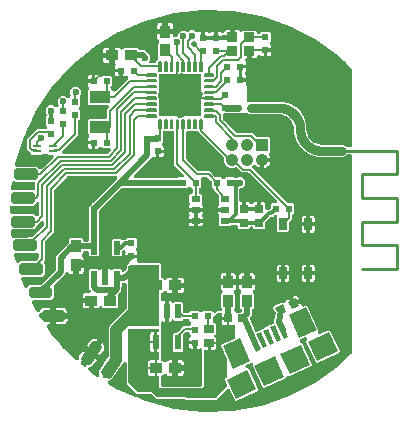
<source format=gbr>
G04 EAGLE Gerber RS-274X export*
G75*
%MOMM*%
%FSLAX34Y34*%
%LPD*%
%INTop Copper*%
%IPPOS*%
%AMOC8*
5,1,8,0,0,1.08239X$1,22.5*%
G01*
%ADD10R,0.550000X1.200000*%
%ADD11R,0.600000X0.600000*%
%ADD12R,0.900000X1.050000*%
%ADD13R,1.050000X0.900000*%
%ADD14R,0.508000X1.309600*%
%ADD15C,0.500000*%
%ADD16R,0.812800X0.660400*%
%ADD17R,0.711200X0.279400*%
%ADD18R,0.660400X1.041400*%
%ADD19R,0.794500X0.507200*%
%ADD20R,0.700000X0.700000*%
%ADD21R,1.040000X1.040000*%
%ADD22C,1.040000*%
%ADD23R,0.406400X1.346200*%
%ADD24R,2.108200X1.600200*%
%ADD25R,1.803400X1.905000*%
%ADD26R,1.905000X1.905000*%
%ADD27R,0.950000X0.850000*%
%ADD28R,1.800000X1.000000*%
%ADD29C,0.150000*%
%ADD30R,3.650000X3.650000*%
%ADD31C,0.600000*%
%ADD32R,0.700000X0.700000*%
%ADD33C,0.254000*%
%ADD34C,0.254000*%
%ADD35C,2.159000*%
%ADD36C,0.500000*%
%ADD37C,0.200000*%
%ADD38C,0.152400*%
%ADD39C,0.300000*%
%ADD40C,1.000000*%
%ADD41C,0.600000*%
%ADD42C,0.750000*%

G36*
X218511Y29764D02*
X218511Y29764D01*
X218518Y29765D01*
X218525Y29765D01*
X218729Y29788D01*
X242955Y34263D01*
X242961Y34265D01*
X242968Y34265D01*
X243167Y34318D01*
X266483Y42273D01*
X266489Y42276D01*
X266496Y42277D01*
X266684Y42358D01*
X288594Y53623D01*
X288600Y53627D01*
X288606Y53629D01*
X288781Y53737D01*
X308817Y68071D01*
X308822Y68076D01*
X308828Y68080D01*
X308985Y68211D01*
X319041Y77906D01*
X319138Y78024D01*
X319238Y78140D01*
X319247Y78157D01*
X319260Y78173D01*
X319327Y78310D01*
X319399Y78446D01*
X319404Y78465D01*
X319413Y78483D01*
X319447Y78632D01*
X319485Y78780D01*
X319487Y78806D01*
X319490Y78820D01*
X319490Y78850D01*
X319499Y78985D01*
X319499Y245730D01*
X319495Y245765D01*
X319498Y245801D01*
X319475Y245937D01*
X319459Y246073D01*
X319447Y246107D01*
X319442Y246142D01*
X319389Y246269D01*
X319342Y246399D01*
X319323Y246428D01*
X319309Y246461D01*
X319228Y246573D01*
X319153Y246688D01*
X319127Y246713D01*
X319107Y246741D01*
X319003Y246832D01*
X318903Y246927D01*
X318872Y246945D01*
X318846Y246968D01*
X318723Y247032D01*
X318605Y247102D01*
X318571Y247112D01*
X318539Y247129D01*
X318406Y247163D01*
X318274Y247204D01*
X318239Y247206D01*
X318205Y247215D01*
X318000Y247229D01*
X316276Y247229D01*
X316138Y247213D01*
X315998Y247203D01*
X315966Y247193D01*
X315933Y247189D01*
X315802Y247142D01*
X315668Y247101D01*
X315639Y247083D01*
X315607Y247072D01*
X315491Y246996D01*
X315370Y246925D01*
X315336Y246895D01*
X315318Y246883D01*
X315294Y246859D01*
X315216Y246790D01*
X313974Y245549D01*
X312044Y244749D01*
X290317Y244749D01*
X283313Y247025D01*
X277354Y251354D01*
X273025Y257313D01*
X270749Y264317D01*
X270749Y268000D01*
X270745Y268032D01*
X270745Y268118D01*
X270601Y269940D01*
X270587Y270013D01*
X270582Y270087D01*
X270536Y270271D01*
X270535Y270279D01*
X270533Y270282D01*
X270532Y270286D01*
X269406Y273752D01*
X269351Y273873D01*
X269302Y273996D01*
X269273Y274043D01*
X269262Y274067D01*
X269242Y274093D01*
X269193Y274170D01*
X267051Y277119D01*
X266988Y277187D01*
X266942Y277251D01*
X266909Y277280D01*
X266876Y277319D01*
X266834Y277354D01*
X266817Y277373D01*
X266789Y277392D01*
X266719Y277451D01*
X263770Y279593D01*
X263655Y279658D01*
X263543Y279730D01*
X263491Y279750D01*
X263469Y279763D01*
X263437Y279772D01*
X263352Y279806D01*
X259886Y280932D01*
X259813Y280947D01*
X259743Y280971D01*
X259556Y280999D01*
X259547Y281001D01*
X259544Y281001D01*
X259540Y281001D01*
X257718Y281145D01*
X257685Y281143D01*
X257600Y281149D01*
X232956Y281149D01*
X231420Y281785D01*
X231403Y281790D01*
X231386Y281799D01*
X231236Y281838D01*
X231088Y281880D01*
X231069Y281881D01*
X231051Y281885D01*
X230847Y281899D01*
X212000Y281899D01*
X211965Y281895D01*
X211929Y281898D01*
X211793Y281875D01*
X211657Y281859D01*
X211623Y281847D01*
X211588Y281842D01*
X211461Y281789D01*
X211331Y281742D01*
X211302Y281723D01*
X211269Y281709D01*
X211157Y281628D01*
X211042Y281553D01*
X211017Y281527D01*
X210989Y281507D01*
X210898Y281403D01*
X210803Y281303D01*
X210785Y281272D01*
X210762Y281246D01*
X210698Y281123D01*
X210628Y281005D01*
X210618Y280971D01*
X210601Y280939D01*
X210567Y280806D01*
X210526Y280674D01*
X210524Y280639D01*
X210515Y280605D01*
X210501Y280400D01*
X210501Y277279D01*
X210517Y277140D01*
X210527Y277001D01*
X210537Y276969D01*
X210541Y276935D01*
X210588Y276804D01*
X210629Y276671D01*
X210647Y276642D01*
X210658Y276610D01*
X210734Y276493D01*
X210805Y276373D01*
X210835Y276339D01*
X210847Y276320D01*
X210871Y276297D01*
X210940Y276219D01*
X221519Y265640D01*
X221628Y265553D01*
X221733Y265462D01*
X221763Y265446D01*
X221790Y265425D01*
X221916Y265366D01*
X222039Y265301D01*
X222072Y265293D01*
X222103Y265278D01*
X222239Y265250D01*
X222374Y265215D01*
X222419Y265212D01*
X222441Y265207D01*
X222475Y265208D01*
X222579Y265201D01*
X235225Y265201D01*
X238286Y262140D01*
X238395Y262053D01*
X238501Y261962D01*
X238531Y261946D01*
X238557Y261925D01*
X238683Y261866D01*
X238807Y261801D01*
X238840Y261793D01*
X238870Y261778D01*
X239007Y261750D01*
X239142Y261715D01*
X239187Y261712D01*
X239209Y261707D01*
X239242Y261708D01*
X239346Y261701D01*
X249522Y261701D01*
X250401Y260822D01*
X250401Y249178D01*
X249690Y248468D01*
X249652Y248420D01*
X249607Y248378D01*
X249545Y248285D01*
X249476Y248197D01*
X249450Y248141D01*
X249415Y248090D01*
X249376Y247985D01*
X249329Y247884D01*
X249316Y247824D01*
X249295Y247766D01*
X249281Y247655D01*
X249258Y247546D01*
X249259Y247484D01*
X249251Y247423D01*
X249263Y247312D01*
X249266Y247200D01*
X249281Y247140D01*
X249288Y247079D01*
X249324Y246974D01*
X249353Y246865D01*
X249382Y246811D01*
X249402Y246753D01*
X249504Y246575D01*
X250081Y245711D01*
X250624Y244400D01*
X250719Y243924D01*
X243825Y243924D01*
X243790Y243920D01*
X243755Y243923D01*
X243619Y243900D01*
X243482Y243884D01*
X243448Y243872D01*
X243413Y243867D01*
X243286Y243814D01*
X243157Y243767D01*
X243127Y243748D01*
X243094Y243734D01*
X242982Y243653D01*
X242867Y243578D01*
X242843Y243552D01*
X242814Y243532D01*
X242723Y243428D01*
X242647Y243348D01*
X242617Y243328D01*
X242592Y243302D01*
X242564Y243281D01*
X242473Y243177D01*
X242378Y243078D01*
X242360Y243047D01*
X242337Y243020D01*
X242273Y242898D01*
X242203Y242780D01*
X242193Y242746D01*
X242176Y242714D01*
X242142Y242580D01*
X242101Y242449D01*
X242099Y242414D01*
X242090Y242379D01*
X242076Y242175D01*
X242076Y235281D01*
X241600Y235376D01*
X240289Y235919D01*
X239110Y236707D01*
X238057Y237760D01*
X238029Y237782D01*
X238006Y237809D01*
X237894Y237889D01*
X237786Y237975D01*
X237753Y237990D01*
X237725Y238010D01*
X237597Y238063D01*
X237473Y238122D01*
X237438Y238129D01*
X237405Y238142D01*
X237269Y238164D01*
X237134Y238193D01*
X237099Y238192D01*
X237064Y238198D01*
X236927Y238188D01*
X236789Y238185D01*
X236754Y238176D01*
X236719Y238173D01*
X236588Y238132D01*
X236454Y238098D01*
X236423Y238081D01*
X236389Y238071D01*
X236270Y238001D01*
X236148Y237936D01*
X236122Y237913D01*
X236091Y237895D01*
X235936Y237760D01*
X235667Y237490D01*
X235645Y237463D01*
X235618Y237439D01*
X235537Y237327D01*
X235452Y237219D01*
X235437Y237187D01*
X235416Y237158D01*
X235363Y237031D01*
X235305Y236906D01*
X235298Y236872D01*
X235284Y236839D01*
X235262Y236703D01*
X235234Y236568D01*
X235235Y236533D01*
X235229Y236498D01*
X235239Y236360D01*
X235242Y236222D01*
X235251Y236188D01*
X235253Y236153D01*
X235294Y236021D01*
X235329Y235888D01*
X235346Y235856D01*
X235356Y235823D01*
X235426Y235704D01*
X235490Y235582D01*
X235514Y235555D01*
X235532Y235525D01*
X235667Y235370D01*
X265097Y205940D01*
X265206Y205853D01*
X265311Y205762D01*
X265341Y205746D01*
X265368Y205725D01*
X265494Y205666D01*
X265617Y205601D01*
X265650Y205593D01*
X265681Y205578D01*
X265817Y205550D01*
X265952Y205515D01*
X265997Y205512D01*
X266019Y205507D01*
X266053Y205508D01*
X266157Y205501D01*
X270122Y205501D01*
X271001Y204622D01*
X271001Y197378D01*
X270047Y196424D01*
X269961Y196389D01*
X269831Y196342D01*
X269802Y196323D01*
X269769Y196309D01*
X269657Y196228D01*
X269542Y196153D01*
X269517Y196127D01*
X269489Y196107D01*
X269398Y196003D01*
X269303Y195903D01*
X269285Y195872D01*
X269262Y195846D01*
X269198Y195723D01*
X269128Y195605D01*
X269118Y195571D01*
X269101Y195539D01*
X269067Y195406D01*
X269026Y195274D01*
X269024Y195239D01*
X269015Y195205D01*
X269001Y195000D01*
X269001Y191964D01*
X266492Y189455D01*
X266405Y189346D01*
X266314Y189241D01*
X266298Y189211D01*
X266277Y189184D01*
X266218Y189058D01*
X266153Y188935D01*
X266145Y188902D01*
X266130Y188871D01*
X266102Y188735D01*
X266067Y188600D01*
X266064Y188555D01*
X266059Y188533D01*
X266060Y188499D01*
X266053Y188395D01*
X266053Y181921D01*
X265174Y181042D01*
X257326Y181042D01*
X256447Y181921D01*
X256447Y194084D01*
X256435Y194188D01*
X256433Y194292D01*
X256415Y194359D01*
X256407Y194428D01*
X256372Y194526D01*
X256346Y194627D01*
X256313Y194688D01*
X256290Y194753D01*
X256233Y194840D01*
X256184Y194932D01*
X256139Y194984D01*
X256101Y195042D01*
X256026Y195114D01*
X255957Y195193D01*
X255901Y195233D01*
X255851Y195281D01*
X255761Y195334D01*
X255676Y195395D01*
X255612Y195421D01*
X255553Y195456D01*
X255453Y195487D01*
X255357Y195527D01*
X255288Y195538D01*
X255222Y195558D01*
X255118Y195565D01*
X255015Y195582D01*
X254946Y195577D01*
X254877Y195582D01*
X254775Y195565D01*
X254670Y195557D01*
X254604Y195537D01*
X254536Y195526D01*
X254440Y195486D01*
X254340Y195455D01*
X254281Y195420D01*
X254217Y195393D01*
X254133Y195332D01*
X254043Y195279D01*
X253964Y195210D01*
X253937Y195191D01*
X253922Y195174D01*
X253888Y195144D01*
X252700Y193956D01*
X251569Y193956D01*
X251431Y193940D01*
X251292Y193930D01*
X251259Y193920D01*
X251226Y193916D01*
X251095Y193869D01*
X250962Y193828D01*
X250933Y193810D01*
X250901Y193799D01*
X250784Y193723D01*
X250664Y193652D01*
X250630Y193622D01*
X250611Y193610D01*
X250588Y193586D01*
X250509Y193517D01*
X246440Y189448D01*
X246353Y189339D01*
X246262Y189233D01*
X246246Y189203D01*
X246225Y189177D01*
X246166Y189051D01*
X246101Y188927D01*
X246093Y188894D01*
X246078Y188864D01*
X246050Y188727D01*
X246015Y188592D01*
X246012Y188547D01*
X246007Y188525D01*
X246008Y188492D01*
X246001Y188388D01*
X246001Y184878D01*
X245122Y183999D01*
X236878Y183999D01*
X235924Y184953D01*
X235889Y185039D01*
X235842Y185169D01*
X235823Y185198D01*
X235809Y185231D01*
X235728Y185343D01*
X235653Y185458D01*
X235627Y185483D01*
X235607Y185511D01*
X235503Y185602D01*
X235403Y185697D01*
X235372Y185715D01*
X235346Y185738D01*
X235223Y185802D01*
X235105Y185872D01*
X235071Y185882D01*
X235039Y185899D01*
X234906Y185933D01*
X234774Y185974D01*
X234739Y185976D01*
X234705Y185985D01*
X234500Y185999D01*
X234465Y185995D01*
X234429Y185998D01*
X234293Y185975D01*
X234157Y185959D01*
X234123Y185947D01*
X234088Y185942D01*
X233961Y185889D01*
X233831Y185842D01*
X233802Y185823D01*
X233769Y185809D01*
X233657Y185728D01*
X233542Y185653D01*
X233517Y185627D01*
X233489Y185607D01*
X233398Y185503D01*
X233303Y185403D01*
X233285Y185372D01*
X233262Y185346D01*
X233198Y185223D01*
X233128Y185105D01*
X233118Y185071D01*
X233101Y185039D01*
X233080Y184958D01*
X232122Y183999D01*
X223878Y183999D01*
X222999Y184878D01*
X222999Y186000D01*
X222995Y186035D01*
X222998Y186071D01*
X222975Y186207D01*
X222959Y186343D01*
X222947Y186377D01*
X222942Y186412D01*
X222889Y186539D01*
X222842Y186669D01*
X222823Y186698D01*
X222809Y186731D01*
X222728Y186843D01*
X222653Y186958D01*
X222627Y186983D01*
X222607Y187011D01*
X222503Y187102D01*
X222403Y187197D01*
X222372Y187215D01*
X222346Y187238D01*
X222223Y187302D01*
X222105Y187372D01*
X222071Y187382D01*
X222039Y187399D01*
X221906Y187433D01*
X221774Y187474D01*
X221739Y187476D01*
X221705Y187485D01*
X221500Y187499D01*
X218733Y187499D01*
X218594Y187483D01*
X218455Y187473D01*
X218423Y187463D01*
X218389Y187459D01*
X218258Y187412D01*
X218125Y187371D01*
X218096Y187353D01*
X218064Y187342D01*
X217947Y187266D01*
X217827Y187195D01*
X217793Y187165D01*
X217774Y187153D01*
X217751Y187129D01*
X217673Y187060D01*
X217076Y186463D01*
X207887Y186463D01*
X207008Y187342D01*
X207008Y193658D01*
X207187Y193836D01*
X207209Y193864D01*
X207236Y193887D01*
X207316Y193999D01*
X207402Y194107D01*
X207417Y194139D01*
X207437Y194168D01*
X207490Y194296D01*
X207548Y194420D01*
X207556Y194455D01*
X207569Y194488D01*
X207591Y194624D01*
X207620Y194759D01*
X207619Y194794D01*
X207625Y194829D01*
X207615Y194967D01*
X207612Y195104D01*
X207603Y195139D01*
X207600Y195174D01*
X207559Y195305D01*
X207525Y195439D01*
X207508Y195470D01*
X207497Y195504D01*
X207427Y195623D01*
X207363Y195745D01*
X207340Y195771D01*
X207322Y195802D01*
X207187Y195957D01*
X206908Y196235D01*
X206645Y196692D01*
X206508Y197201D01*
X206508Y198501D01*
X212481Y198501D01*
X212516Y198505D01*
X212552Y198502D01*
X212688Y198525D01*
X212825Y198540D01*
X212858Y198552D01*
X212893Y198558D01*
X213020Y198611D01*
X213150Y198658D01*
X213180Y198677D01*
X213212Y198691D01*
X213324Y198771D01*
X213439Y198847D01*
X213464Y198872D01*
X213493Y198893D01*
X213583Y198997D01*
X213678Y199097D01*
X213696Y199127D01*
X213719Y199154D01*
X213783Y199277D01*
X213853Y199395D01*
X213863Y199429D01*
X213880Y199460D01*
X213914Y199594D01*
X213955Y199725D01*
X213958Y199761D01*
X213966Y199795D01*
X213980Y200000D01*
X213976Y200035D01*
X213979Y200070D01*
X213979Y200071D01*
X213956Y200207D01*
X213941Y200344D01*
X213929Y200377D01*
X213923Y200412D01*
X213870Y200539D01*
X213823Y200669D01*
X213804Y200699D01*
X213790Y200731D01*
X213710Y200843D01*
X213634Y200958D01*
X213609Y200983D01*
X213588Y201012D01*
X213484Y201102D01*
X213384Y201197D01*
X213354Y201215D01*
X213327Y201238D01*
X213204Y201302D01*
X213086Y201372D01*
X213052Y201382D01*
X213021Y201399D01*
X212887Y201433D01*
X212756Y201474D01*
X212720Y201477D01*
X212686Y201485D01*
X212481Y201499D01*
X206508Y201499D01*
X206508Y202799D01*
X206645Y203308D01*
X206908Y203764D01*
X207187Y204043D01*
X207209Y204071D01*
X207236Y204094D01*
X207316Y204207D01*
X207402Y204314D01*
X207417Y204346D01*
X207437Y204375D01*
X207490Y204503D01*
X207548Y204627D01*
X207556Y204662D01*
X207569Y204695D01*
X207591Y204831D01*
X207620Y204966D01*
X207619Y205001D01*
X207625Y205036D01*
X207615Y205174D01*
X207612Y205311D01*
X207603Y205346D01*
X207600Y205381D01*
X207559Y205513D01*
X207525Y205646D01*
X207508Y205677D01*
X207497Y205711D01*
X207427Y205830D01*
X207363Y205952D01*
X207340Y205978D01*
X207322Y206009D01*
X207187Y206164D01*
X207008Y206342D01*
X207008Y211396D01*
X206998Y211485D01*
X206998Y211574D01*
X206978Y211656D01*
X206968Y211739D01*
X206938Y211823D01*
X206917Y211911D01*
X206879Y211986D01*
X206851Y212064D01*
X206802Y212139D01*
X206762Y212219D01*
X206678Y212329D01*
X206662Y212354D01*
X206652Y212363D01*
X206637Y212383D01*
X203705Y215735D01*
X203683Y215755D01*
X203667Y215774D01*
X203661Y215782D01*
X203656Y215786D01*
X203637Y215808D01*
X202929Y216516D01*
X202955Y216900D01*
X202951Y216985D01*
X202957Y217071D01*
X202942Y217158D01*
X202938Y217245D01*
X202914Y217327D01*
X202901Y217412D01*
X202867Y217493D01*
X202842Y217578D01*
X202801Y217652D01*
X202768Y217731D01*
X202716Y217802D01*
X202673Y217879D01*
X202616Y217942D01*
X202566Y218011D01*
X202499Y218069D01*
X202440Y218134D01*
X202369Y218182D01*
X202304Y218238D01*
X202227Y218279D01*
X202154Y218329D01*
X202074Y218359D01*
X201998Y218399D01*
X201972Y218406D01*
X200999Y219378D01*
X200999Y223343D01*
X200983Y223481D01*
X200973Y223621D01*
X200963Y223653D01*
X200959Y223687D01*
X200912Y223818D01*
X200871Y223951D01*
X200853Y223980D01*
X200842Y224012D01*
X200766Y224129D01*
X200695Y224249D01*
X200665Y224283D01*
X200653Y224301D01*
X200629Y224325D01*
X200560Y224403D01*
X197903Y227060D01*
X197794Y227147D01*
X197689Y227238D01*
X197659Y227254D01*
X197632Y227275D01*
X197506Y227334D01*
X197383Y227399D01*
X197350Y227407D01*
X197319Y227422D01*
X197183Y227450D01*
X197048Y227485D01*
X197003Y227488D01*
X196981Y227493D01*
X196947Y227492D01*
X196843Y227499D01*
X193500Y227499D01*
X193465Y227495D01*
X193429Y227498D01*
X193293Y227475D01*
X193157Y227459D01*
X193123Y227447D01*
X193088Y227442D01*
X192961Y227389D01*
X192831Y227342D01*
X192802Y227323D01*
X192769Y227309D01*
X192657Y227228D01*
X192542Y227153D01*
X192517Y227127D01*
X192489Y227107D01*
X192398Y227003D01*
X192303Y226903D01*
X192285Y226872D01*
X192262Y226846D01*
X192198Y226723D01*
X192128Y226605D01*
X192118Y226571D01*
X192101Y226539D01*
X192067Y226406D01*
X192026Y226274D01*
X192024Y226239D01*
X192015Y226205D01*
X192001Y226000D01*
X192001Y219378D01*
X191047Y218424D01*
X190961Y218389D01*
X190831Y218342D01*
X190802Y218323D01*
X190769Y218309D01*
X190657Y218228D01*
X190542Y218153D01*
X190517Y218127D01*
X190489Y218107D01*
X190398Y218003D01*
X190303Y217903D01*
X190285Y217872D01*
X190262Y217846D01*
X190198Y217723D01*
X190128Y217605D01*
X190118Y217571D01*
X190101Y217539D01*
X190067Y217406D01*
X190026Y217274D01*
X190024Y217239D01*
X190015Y217205D01*
X190001Y217000D01*
X190001Y215036D01*
X190005Y215001D01*
X190002Y214965D01*
X190025Y214829D01*
X190041Y214693D01*
X190053Y214659D01*
X190058Y214624D01*
X190111Y214497D01*
X190158Y214367D01*
X190177Y214338D01*
X190191Y214305D01*
X190272Y214193D01*
X190347Y214078D01*
X190373Y214053D01*
X190393Y214025D01*
X190497Y213934D01*
X190597Y213839D01*
X190628Y213821D01*
X190654Y213798D01*
X190777Y213734D01*
X190895Y213664D01*
X190929Y213654D01*
X190961Y213637D01*
X191094Y213603D01*
X191226Y213562D01*
X191261Y213560D01*
X191295Y213551D01*
X191500Y213537D01*
X192113Y213537D01*
X192992Y212658D01*
X192992Y206342D01*
X192813Y206164D01*
X192791Y206136D01*
X192764Y206113D01*
X192684Y206001D01*
X192598Y205893D01*
X192583Y205861D01*
X192563Y205832D01*
X192510Y205704D01*
X192452Y205580D01*
X192444Y205545D01*
X192431Y205512D01*
X192409Y205376D01*
X192380Y205241D01*
X192381Y205206D01*
X192375Y205171D01*
X192385Y205033D01*
X192388Y204896D01*
X192397Y204861D01*
X192400Y204826D01*
X192441Y204695D01*
X192475Y204561D01*
X192492Y204530D01*
X192503Y204496D01*
X192573Y204377D01*
X192637Y204255D01*
X192660Y204229D01*
X192678Y204198D01*
X192813Y204043D01*
X193092Y203765D01*
X193355Y203308D01*
X193492Y202799D01*
X193492Y201499D01*
X187519Y201499D01*
X187518Y201499D01*
X181545Y201499D01*
X181545Y202799D01*
X181682Y203308D01*
X181945Y203765D01*
X182224Y204043D01*
X182246Y204071D01*
X182273Y204095D01*
X182353Y204207D01*
X182439Y204314D01*
X182454Y204347D01*
X182474Y204375D01*
X182527Y204503D01*
X182585Y204627D01*
X182593Y204662D01*
X182606Y204695D01*
X182628Y204831D01*
X182657Y204966D01*
X182656Y205001D01*
X182662Y205036D01*
X182652Y205174D01*
X182649Y205311D01*
X182640Y205346D01*
X182637Y205381D01*
X182596Y205513D01*
X182561Y205646D01*
X182545Y205677D01*
X182534Y205711D01*
X182464Y205830D01*
X182400Y205952D01*
X182377Y205979D01*
X182359Y206009D01*
X182224Y206164D01*
X182045Y206342D01*
X182045Y212658D01*
X182924Y213537D01*
X183500Y213537D01*
X183535Y213541D01*
X183571Y213538D01*
X183707Y213561D01*
X183843Y213577D01*
X183877Y213589D01*
X183912Y213594D01*
X184039Y213647D01*
X184169Y213694D01*
X184198Y213713D01*
X184231Y213727D01*
X184343Y213808D01*
X184458Y213883D01*
X184483Y213909D01*
X184511Y213929D01*
X184602Y214033D01*
X184697Y214133D01*
X184715Y214164D01*
X184738Y214190D01*
X184802Y214313D01*
X184872Y214431D01*
X184882Y214465D01*
X184899Y214497D01*
X184933Y214630D01*
X184974Y214762D01*
X184976Y214797D01*
X184985Y214831D01*
X184999Y215036D01*
X184999Y217000D01*
X184995Y217035D01*
X184998Y217071D01*
X184975Y217207D01*
X184959Y217343D01*
X184947Y217377D01*
X184942Y217412D01*
X184889Y217539D01*
X184842Y217669D01*
X184823Y217698D01*
X184809Y217731D01*
X184728Y217843D01*
X184653Y217958D01*
X184627Y217983D01*
X184607Y218011D01*
X184503Y218102D01*
X184403Y218197D01*
X184372Y218215D01*
X184346Y218238D01*
X184223Y218302D01*
X184105Y218372D01*
X184071Y218382D01*
X184039Y218399D01*
X183958Y218420D01*
X183060Y219318D01*
X183032Y219340D01*
X183009Y219366D01*
X182897Y219447D01*
X182789Y219532D01*
X182757Y219547D01*
X182728Y219568D01*
X182601Y219621D01*
X182476Y219679D01*
X182441Y219686D01*
X182409Y219700D01*
X182272Y219722D01*
X182138Y219750D01*
X182102Y219749D01*
X182067Y219755D01*
X181930Y219745D01*
X181792Y219742D01*
X181758Y219733D01*
X181722Y219731D01*
X181591Y219690D01*
X181458Y219655D01*
X181426Y219639D01*
X181392Y219628D01*
X181274Y219558D01*
X181152Y219494D01*
X181125Y219470D01*
X181095Y219452D01*
X180940Y219318D01*
X180122Y218499D01*
X172832Y218499D01*
X172823Y218504D01*
X172796Y218525D01*
X172670Y218584D01*
X172547Y218649D01*
X172514Y218657D01*
X172483Y218672D01*
X172347Y218700D01*
X172212Y218735D01*
X172167Y218738D01*
X172145Y218743D01*
X172111Y218742D01*
X172007Y218749D01*
X170735Y218749D01*
X170597Y218733D01*
X170458Y218723D01*
X170425Y218713D01*
X170392Y218709D01*
X170261Y218662D01*
X170128Y218621D01*
X170098Y218603D01*
X170067Y218592D01*
X169950Y218516D01*
X169830Y218445D01*
X169796Y218415D01*
X169777Y218403D01*
X169754Y218379D01*
X169675Y218310D01*
X169614Y218249D01*
X165886Y218249D01*
X165825Y218310D01*
X165716Y218396D01*
X165610Y218488D01*
X165580Y218504D01*
X165554Y218525D01*
X165428Y218584D01*
X165304Y218649D01*
X165271Y218657D01*
X165241Y218672D01*
X165105Y218700D01*
X164969Y218735D01*
X164924Y218738D01*
X164903Y218743D01*
X164869Y218742D01*
X164765Y218749D01*
X125528Y218749D01*
X125390Y218733D01*
X125251Y218723D01*
X125218Y218713D01*
X125185Y218709D01*
X125054Y218662D01*
X124921Y218621D01*
X124891Y218603D01*
X124860Y218592D01*
X124743Y218516D01*
X124623Y218445D01*
X124589Y218415D01*
X124570Y218403D01*
X124547Y218379D01*
X124468Y218310D01*
X106440Y200282D01*
X106353Y200173D01*
X106262Y200067D01*
X106246Y200037D01*
X106225Y200011D01*
X106166Y199885D01*
X106101Y199761D01*
X106093Y199729D01*
X106078Y199698D01*
X106050Y199562D01*
X106015Y199427D01*
X106012Y199381D01*
X106007Y199360D01*
X106008Y199326D01*
X106001Y199222D01*
X106001Y198836D01*
X105940Y198775D01*
X105853Y198666D01*
X105762Y198560D01*
X105746Y198530D01*
X105725Y198504D01*
X105666Y198378D01*
X105601Y198254D01*
X105593Y198221D01*
X105578Y198191D01*
X105550Y198055D01*
X105515Y197919D01*
X105512Y197874D01*
X105507Y197852D01*
X105508Y197819D01*
X105501Y197715D01*
X105501Y175493D01*
X105517Y175354D01*
X105527Y175215D01*
X105537Y175183D01*
X105541Y175149D01*
X105588Y175018D01*
X105629Y174885D01*
X105647Y174856D01*
X105658Y174824D01*
X105734Y174707D01*
X105751Y174679D01*
X105751Y161378D01*
X104872Y160499D01*
X98128Y160499D01*
X97249Y161378D01*
X97249Y163500D01*
X97245Y163535D01*
X97248Y163571D01*
X97225Y163707D01*
X97209Y163843D01*
X97197Y163877D01*
X97192Y163912D01*
X97139Y164039D01*
X97092Y164169D01*
X97073Y164198D01*
X97059Y164231D01*
X96978Y164343D01*
X96903Y164458D01*
X96877Y164483D01*
X96857Y164511D01*
X96753Y164602D01*
X96653Y164697D01*
X96622Y164715D01*
X96596Y164738D01*
X96473Y164802D01*
X96355Y164872D01*
X96321Y164882D01*
X96289Y164899D01*
X96156Y164933D01*
X96024Y164974D01*
X95989Y164976D01*
X95955Y164985D01*
X95750Y164999D01*
X93500Y164999D01*
X93465Y164995D01*
X93429Y164998D01*
X93293Y164975D01*
X93157Y164959D01*
X93123Y164947D01*
X93088Y164942D01*
X92961Y164889D01*
X92831Y164842D01*
X92802Y164823D01*
X92769Y164809D01*
X92657Y164728D01*
X92542Y164653D01*
X92517Y164627D01*
X92489Y164607D01*
X92398Y164503D01*
X92303Y164403D01*
X92285Y164372D01*
X92262Y164346D01*
X92198Y164223D01*
X92128Y164105D01*
X92118Y164071D01*
X92101Y164039D01*
X92067Y163906D01*
X92026Y163774D01*
X92024Y163739D01*
X92015Y163705D01*
X92001Y163500D01*
X92001Y163128D01*
X91205Y162333D01*
X91169Y162287D01*
X91126Y162247D01*
X91062Y162151D01*
X90990Y162061D01*
X90965Y162009D01*
X90933Y161960D01*
X90892Y161852D01*
X90843Y161748D01*
X90831Y161691D01*
X90811Y161637D01*
X90796Y161522D01*
X90772Y161410D01*
X90773Y161352D01*
X90766Y161294D01*
X90778Y161179D01*
X90780Y161065D01*
X90795Y161008D01*
X90801Y160950D01*
X90838Y160841D01*
X90867Y160730D01*
X90895Y160678D01*
X90914Y160623D01*
X90975Y160526D01*
X91029Y160424D01*
X91067Y160380D01*
X91098Y160331D01*
X91180Y160250D01*
X91256Y160164D01*
X91304Y160129D01*
X91345Y160088D01*
X91515Y159974D01*
X91729Y159851D01*
X92101Y159479D01*
X92364Y159022D01*
X92501Y158513D01*
X92501Y155249D01*
X86750Y155249D01*
X86715Y155245D01*
X86680Y155248D01*
X86544Y155225D01*
X86407Y155209D01*
X86373Y155197D01*
X86338Y155192D01*
X86211Y155139D01*
X86082Y155092D01*
X86052Y155073D01*
X86019Y155059D01*
X85907Y154978D01*
X85792Y154903D01*
X85768Y154877D01*
X85739Y154857D01*
X85648Y154753D01*
X85553Y154653D01*
X85535Y154622D01*
X85512Y154596D01*
X85448Y154473D01*
X85378Y154355D01*
X85368Y154321D01*
X85351Y154289D01*
X85317Y154156D01*
X85276Y154024D01*
X85274Y153989D01*
X85265Y153955D01*
X85251Y153750D01*
X85251Y153749D01*
X85250Y153749D01*
X85215Y153745D01*
X85179Y153747D01*
X85043Y153725D01*
X84907Y153709D01*
X84873Y153697D01*
X84838Y153691D01*
X84711Y153639D01*
X84581Y153592D01*
X84552Y153572D01*
X84519Y153559D01*
X84407Y153478D01*
X84292Y153403D01*
X84267Y153377D01*
X84239Y153356D01*
X84148Y153252D01*
X84053Y153153D01*
X84035Y153122D01*
X84012Y153095D01*
X83948Y152973D01*
X83878Y152855D01*
X83868Y152821D01*
X83851Y152789D01*
X83817Y152656D01*
X83776Y152524D01*
X83774Y152489D01*
X83765Y152454D01*
X83751Y152250D01*
X83751Y145749D01*
X81237Y145749D01*
X80728Y145886D01*
X80271Y146149D01*
X79899Y146521D01*
X79798Y146696D01*
X79723Y146798D01*
X79653Y146904D01*
X79620Y146936D01*
X79592Y146973D01*
X79495Y147055D01*
X79403Y147143D01*
X79363Y147166D01*
X79328Y147196D01*
X79214Y147254D01*
X79105Y147318D01*
X79061Y147332D01*
X79020Y147353D01*
X78896Y147383D01*
X78774Y147420D01*
X78728Y147423D01*
X78684Y147434D01*
X78556Y147435D01*
X78429Y147444D01*
X78384Y147436D01*
X78338Y147437D01*
X78214Y147408D01*
X78088Y147388D01*
X78046Y147370D01*
X78001Y147360D01*
X77886Y147304D01*
X77769Y147255D01*
X77732Y147228D01*
X77690Y147208D01*
X77592Y147127D01*
X77489Y147053D01*
X77458Y147018D01*
X77423Y146989D01*
X77345Y146888D01*
X77262Y146792D01*
X77240Y146751D01*
X77212Y146714D01*
X77160Y146599D01*
X77101Y146486D01*
X77090Y146441D01*
X77071Y146399D01*
X77047Y146274D01*
X77015Y146151D01*
X77010Y146087D01*
X77005Y146060D01*
X77006Y146027D01*
X77001Y145946D01*
X77001Y145343D01*
X67718Y136060D01*
X67696Y136032D01*
X67669Y136009D01*
X67589Y135897D01*
X67503Y135789D01*
X67488Y135757D01*
X67468Y135728D01*
X67415Y135601D01*
X67356Y135476D01*
X67349Y135441D01*
X67336Y135409D01*
X67314Y135273D01*
X67285Y135138D01*
X67286Y135102D01*
X67280Y135067D01*
X67290Y134930D01*
X67293Y134792D01*
X67302Y134758D01*
X67305Y134722D01*
X67346Y134591D01*
X67380Y134458D01*
X67397Y134426D01*
X67408Y134392D01*
X67478Y134273D01*
X67501Y134230D01*
X67501Y125843D01*
X65157Y123499D01*
X50221Y123499D01*
X50204Y123497D01*
X50187Y123499D01*
X50032Y123477D01*
X49878Y123459D01*
X49862Y123453D01*
X49844Y123451D01*
X49699Y123395D01*
X49553Y123342D01*
X49538Y123332D01*
X49522Y123326D01*
X49394Y123238D01*
X49263Y123153D01*
X49251Y123140D01*
X49237Y123131D01*
X49132Y123016D01*
X49025Y122903D01*
X49016Y122888D01*
X49004Y122875D01*
X48928Y122739D01*
X48850Y122605D01*
X48844Y122588D01*
X48836Y122573D01*
X48793Y122423D01*
X48748Y122274D01*
X48746Y122257D01*
X48742Y122240D01*
X48734Y122084D01*
X48724Y121929D01*
X48727Y121912D01*
X48726Y121895D01*
X48755Y121741D01*
X48780Y121588D01*
X48787Y121572D01*
X48790Y121555D01*
X48864Y121364D01*
X51484Y115774D01*
X51488Y115768D01*
X51490Y115762D01*
X51591Y115583D01*
X52688Y113925D01*
X52774Y113823D01*
X52855Y113716D01*
X52886Y113691D01*
X52911Y113661D01*
X53018Y113581D01*
X53121Y113496D01*
X53157Y113478D01*
X53188Y113454D01*
X53311Y113402D01*
X53431Y113342D01*
X53470Y113333D01*
X53506Y113317D01*
X53637Y113294D01*
X53767Y113263D01*
X53807Y113263D01*
X53846Y113256D01*
X53979Y113263D01*
X54113Y113263D01*
X54152Y113273D01*
X54191Y113275D01*
X54319Y113312D01*
X54450Y113343D01*
X54485Y113361D01*
X54523Y113372D01*
X54640Y113438D01*
X54759Y113498D01*
X54789Y113523D01*
X54824Y113542D01*
X54922Y113633D01*
X55025Y113719D01*
X55048Y113750D01*
X55078Y113777D01*
X55152Y113888D01*
X55233Y113995D01*
X55257Y114043D01*
X55271Y114064D01*
X55282Y114095D01*
X55324Y114179D01*
X55512Y114632D01*
X56004Y115369D01*
X56631Y115996D01*
X57368Y116488D01*
X58187Y116828D01*
X59057Y117001D01*
X64501Y117001D01*
X64501Y112499D01*
X56421Y112499D01*
X56295Y112485D01*
X56169Y112478D01*
X56124Y112465D01*
X56078Y112459D01*
X55959Y112416D01*
X55837Y112381D01*
X55796Y112358D01*
X55753Y112342D01*
X55646Y112273D01*
X55536Y112210D01*
X55502Y112178D01*
X55463Y112153D01*
X55376Y112061D01*
X55282Y111975D01*
X55256Y111937D01*
X55224Y111903D01*
X55160Y111794D01*
X55089Y111688D01*
X55073Y111645D01*
X55049Y111605D01*
X55012Y111484D01*
X54967Y111365D01*
X54961Y111319D01*
X54947Y111274D01*
X54939Y111148D01*
X54922Y111022D01*
X54927Y110976D01*
X54924Y110929D01*
X54944Y110804D01*
X54957Y110678D01*
X54972Y110634D01*
X54980Y110588D01*
X55028Y110471D01*
X55070Y110351D01*
X55101Y110295D01*
X55112Y110269D01*
X55131Y110243D01*
X55171Y110173D01*
X56494Y108173D01*
X56570Y108083D01*
X56638Y107989D01*
X56680Y107952D01*
X56717Y107908D01*
X56811Y107838D01*
X56899Y107762D01*
X56949Y107736D01*
X56994Y107702D01*
X57102Y107656D01*
X57205Y107601D01*
X57260Y107587D01*
X57312Y107565D01*
X57426Y107544D01*
X57540Y107515D01*
X57621Y107509D01*
X57652Y107504D01*
X57680Y107505D01*
X57745Y107501D01*
X64501Y107501D01*
X64501Y102999D01*
X62706Y102999D01*
X62580Y102985D01*
X62454Y102978D01*
X62409Y102965D01*
X62363Y102959D01*
X62244Y102916D01*
X62122Y102881D01*
X62082Y102858D01*
X62038Y102842D01*
X61931Y102773D01*
X61821Y102710D01*
X61787Y102678D01*
X61748Y102653D01*
X61661Y102561D01*
X61568Y102475D01*
X61542Y102437D01*
X61510Y102403D01*
X61445Y102293D01*
X61375Y102188D01*
X61358Y102145D01*
X61335Y102105D01*
X61297Y101983D01*
X61252Y101865D01*
X61246Y101819D01*
X61233Y101774D01*
X61224Y101648D01*
X61207Y101522D01*
X61212Y101476D01*
X61209Y101429D01*
X61229Y101304D01*
X61242Y101178D01*
X61257Y101134D01*
X61265Y101088D01*
X61313Y100971D01*
X61355Y100851D01*
X61387Y100795D01*
X61398Y100769D01*
X61416Y100743D01*
X61456Y100673D01*
X65185Y95037D01*
X65189Y95032D01*
X65192Y95026D01*
X65318Y94864D01*
X81758Y76516D01*
X81764Y76511D01*
X81768Y76506D01*
X81916Y76364D01*
X86022Y72947D01*
X86038Y72936D01*
X86052Y72923D01*
X86183Y72842D01*
X86311Y72758D01*
X86330Y72751D01*
X86346Y72741D01*
X86492Y72693D01*
X86636Y72640D01*
X86656Y72638D01*
X86674Y72632D01*
X86827Y72618D01*
X86980Y72600D01*
X86999Y72602D01*
X87019Y72601D01*
X87171Y72622D01*
X87323Y72640D01*
X87342Y72647D01*
X87361Y72649D01*
X87504Y72705D01*
X87648Y72757D01*
X87665Y72768D01*
X87683Y72775D01*
X87809Y72862D01*
X87938Y72946D01*
X87952Y72960D01*
X87968Y72971D01*
X88071Y73085D01*
X88177Y73196D01*
X88187Y73213D01*
X88200Y73227D01*
X88274Y73362D01*
X88352Y73494D01*
X88358Y73513D01*
X88367Y73530D01*
X88409Y73677D01*
X88454Y73824D01*
X88456Y73844D01*
X88461Y73863D01*
X88480Y74067D01*
X88491Y74606D01*
X88683Y75472D01*
X89040Y76283D01*
X92163Y80743D01*
X95850Y78161D01*
X90716Y70829D01*
X90647Y70700D01*
X90573Y70574D01*
X90565Y70548D01*
X90552Y70524D01*
X90514Y70384D01*
X90471Y70244D01*
X90469Y70217D01*
X90462Y70191D01*
X90457Y70045D01*
X90447Y69899D01*
X90451Y69872D01*
X90450Y69845D01*
X90479Y69702D01*
X90502Y69558D01*
X90513Y69533D01*
X90518Y69506D01*
X90579Y69373D01*
X90635Y69239D01*
X90651Y69216D01*
X90662Y69192D01*
X90751Y69077D01*
X90837Y68958D01*
X90863Y68933D01*
X90874Y68919D01*
X90900Y68898D01*
X90985Y68816D01*
X92528Y67532D01*
X92610Y67479D01*
X92686Y67418D01*
X92754Y67385D01*
X92817Y67343D01*
X92909Y67310D01*
X92997Y67268D01*
X93071Y67252D01*
X93143Y67226D01*
X93240Y67214D01*
X93335Y67193D01*
X93411Y67194D01*
X93486Y67186D01*
X93583Y67197D01*
X93681Y67198D01*
X93754Y67217D01*
X93829Y67225D01*
X93921Y67258D01*
X94016Y67282D01*
X94083Y67317D01*
X94155Y67343D01*
X94237Y67396D01*
X94323Y67441D01*
X94381Y67490D01*
X94444Y67531D01*
X94512Y67602D01*
X94586Y67665D01*
X94660Y67757D01*
X94683Y67781D01*
X94693Y67797D01*
X94715Y67825D01*
X99945Y75294D01*
X103632Y72712D01*
X100510Y68252D01*
X99869Y67639D01*
X99121Y67163D01*
X98295Y66842D01*
X97404Y66685D01*
X97364Y66673D01*
X97322Y66668D01*
X97199Y66623D01*
X97073Y66586D01*
X97037Y66565D01*
X96997Y66550D01*
X96887Y66479D01*
X96773Y66413D01*
X96743Y66385D01*
X96707Y66362D01*
X96617Y66267D01*
X96521Y66177D01*
X96498Y66142D01*
X96469Y66112D01*
X96402Y65999D01*
X96329Y65889D01*
X96315Y65850D01*
X96293Y65814D01*
X96255Y65688D01*
X96209Y65565D01*
X96203Y65524D01*
X96191Y65483D01*
X96182Y65353D01*
X96166Y65222D01*
X96170Y65180D01*
X96167Y65139D01*
X96188Y65009D01*
X96202Y64879D01*
X96216Y64839D01*
X96223Y64797D01*
X96273Y64676D01*
X96317Y64552D01*
X96339Y64517D01*
X96355Y64478D01*
X96432Y64371D01*
X96503Y64261D01*
X96533Y64232D01*
X96557Y64197D01*
X96706Y64056D01*
X100852Y60605D01*
X100858Y60601D01*
X100863Y60596D01*
X101030Y60478D01*
X103691Y58854D01*
X103743Y58830D01*
X103790Y58798D01*
X103899Y58758D01*
X104005Y58709D01*
X104061Y58698D01*
X104114Y58678D01*
X104230Y58663D01*
X104343Y58640D01*
X104401Y58642D01*
X104458Y58634D01*
X104573Y58647D01*
X104689Y58650D01*
X104744Y58665D01*
X104801Y58671D01*
X104911Y58709D01*
X105023Y58739D01*
X105074Y58767D01*
X105128Y58785D01*
X105225Y58848D01*
X105328Y58903D01*
X105371Y58941D01*
X105419Y58972D01*
X105500Y59055D01*
X105587Y59132D01*
X105620Y59178D01*
X105660Y59219D01*
X105720Y59319D01*
X105787Y59414D01*
X105808Y59467D01*
X105838Y59516D01*
X105873Y59626D01*
X105917Y59734D01*
X105926Y59791D01*
X105943Y59845D01*
X105952Y59961D01*
X105970Y60076D01*
X105965Y60133D01*
X105970Y60190D01*
X105948Y60394D01*
X105422Y63380D01*
X113587Y75040D01*
X113591Y75048D01*
X113596Y75055D01*
X113673Y75201D01*
X113751Y75345D01*
X113753Y75353D01*
X113757Y75361D01*
X113799Y75521D01*
X113841Y75678D01*
X113841Y75687D01*
X113844Y75696D01*
X113858Y75900D01*
X113858Y99651D01*
X114847Y102041D01*
X128552Y115746D01*
X128639Y115855D01*
X128730Y115960D01*
X128746Y115990D01*
X128767Y116017D01*
X128826Y116143D01*
X128891Y116266D01*
X128899Y116299D01*
X128914Y116330D01*
X128942Y116466D01*
X128977Y116601D01*
X128980Y116646D01*
X128985Y116668D01*
X128984Y116702D01*
X128991Y116806D01*
X128991Y136400D01*
X128987Y136435D01*
X128990Y136471D01*
X128967Y136607D01*
X128951Y136743D01*
X128939Y136777D01*
X128934Y136812D01*
X128881Y136939D01*
X128834Y137069D01*
X128815Y137098D01*
X128801Y137131D01*
X128720Y137243D01*
X128645Y137358D01*
X128619Y137383D01*
X128599Y137411D01*
X128495Y137502D01*
X128395Y137597D01*
X128364Y137615D01*
X128338Y137638D01*
X128215Y137702D01*
X128097Y137772D01*
X128063Y137782D01*
X128031Y137799D01*
X127898Y137833D01*
X127766Y137874D01*
X127731Y137876D01*
X127697Y137885D01*
X127492Y137899D01*
X126250Y137899D01*
X126215Y137895D01*
X126179Y137898D01*
X126043Y137875D01*
X125907Y137859D01*
X125873Y137847D01*
X125838Y137842D01*
X125711Y137789D01*
X125581Y137742D01*
X125552Y137723D01*
X125519Y137709D01*
X125407Y137628D01*
X125292Y137553D01*
X125267Y137527D01*
X125239Y137507D01*
X125148Y137403D01*
X125053Y137303D01*
X125035Y137272D01*
X125012Y137246D01*
X124948Y137123D01*
X124878Y137005D01*
X124868Y136971D01*
X124851Y136939D01*
X124817Y136806D01*
X124776Y136674D01*
X124774Y136639D01*
X124765Y136605D01*
X124751Y136400D01*
X124751Y135241D01*
X124701Y135147D01*
X124693Y135114D01*
X124678Y135084D01*
X124650Y134947D01*
X124615Y134812D01*
X124612Y134767D01*
X124607Y134745D01*
X124608Y134712D01*
X124601Y134607D01*
X124601Y131043D01*
X122190Y128632D01*
X122103Y128523D01*
X122012Y128417D01*
X121996Y128387D01*
X121975Y128361D01*
X121916Y128235D01*
X121851Y128111D01*
X121843Y128079D01*
X121828Y128048D01*
X121800Y127911D01*
X121765Y127777D01*
X121762Y127731D01*
X121757Y127710D01*
X121758Y127676D01*
X121751Y127572D01*
X121751Y117878D01*
X120872Y116999D01*
X109128Y116999D01*
X108333Y117795D01*
X108287Y117831D01*
X108247Y117874D01*
X108151Y117938D01*
X108061Y118010D01*
X108009Y118035D01*
X107960Y118067D01*
X107852Y118108D01*
X107748Y118157D01*
X107691Y118169D01*
X107637Y118189D01*
X107522Y118204D01*
X107410Y118228D01*
X107352Y118227D01*
X107294Y118234D01*
X107179Y118222D01*
X107065Y118220D01*
X107008Y118205D01*
X106950Y118199D01*
X106841Y118162D01*
X106730Y118133D01*
X106678Y118105D01*
X106623Y118086D01*
X106526Y118025D01*
X106424Y117971D01*
X106380Y117933D01*
X106331Y117902D01*
X106250Y117820D01*
X106164Y117744D01*
X106129Y117696D01*
X106088Y117655D01*
X105974Y117485D01*
X105851Y117271D01*
X105479Y116899D01*
X105022Y116636D01*
X104513Y116499D01*
X101249Y116499D01*
X101249Y122250D01*
X101245Y122285D01*
X101248Y122320D01*
X101225Y122456D01*
X101209Y122593D01*
X101197Y122627D01*
X101192Y122662D01*
X101139Y122789D01*
X101092Y122918D01*
X101073Y122948D01*
X101059Y122981D01*
X100978Y123093D01*
X100903Y123208D01*
X100877Y123232D01*
X100857Y123261D01*
X100753Y123352D01*
X100653Y123447D01*
X100622Y123465D01*
X100596Y123488D01*
X100473Y123552D01*
X100355Y123622D01*
X100321Y123632D01*
X100289Y123649D01*
X100156Y123683D01*
X100024Y123724D01*
X99989Y123726D01*
X99955Y123735D01*
X99750Y123749D01*
X99749Y123749D01*
X99749Y123750D01*
X99745Y123785D01*
X99747Y123821D01*
X99725Y123957D01*
X99709Y124093D01*
X99697Y124127D01*
X99691Y124162D01*
X99639Y124289D01*
X99592Y124419D01*
X99572Y124448D01*
X99559Y124481D01*
X99478Y124593D01*
X99403Y124708D01*
X99377Y124733D01*
X99356Y124761D01*
X99252Y124852D01*
X99153Y124947D01*
X99122Y124965D01*
X99095Y124988D01*
X98973Y125052D01*
X98855Y125122D01*
X98821Y125132D01*
X98789Y125149D01*
X98656Y125183D01*
X98524Y125224D01*
X98489Y125226D01*
X98454Y125235D01*
X98250Y125249D01*
X91749Y125249D01*
X91749Y127763D01*
X91886Y128272D01*
X92149Y128729D01*
X92521Y129101D01*
X92978Y129364D01*
X93487Y129501D01*
X97222Y129501D01*
X97326Y129513D01*
X97430Y129515D01*
X97497Y129533D01*
X97565Y129541D01*
X97663Y129576D01*
X97764Y129602D01*
X97825Y129635D01*
X97891Y129658D01*
X97978Y129715D01*
X98070Y129764D01*
X98122Y129809D01*
X98180Y129847D01*
X98252Y129922D01*
X98331Y129991D01*
X98371Y130047D01*
X98419Y130097D01*
X98472Y130187D01*
X98532Y130272D01*
X98559Y130336D01*
X98594Y130395D01*
X98625Y130495D01*
X98664Y130591D01*
X98675Y130660D01*
X98696Y130726D01*
X98703Y130830D01*
X98720Y130933D01*
X98715Y131002D01*
X98719Y131071D01*
X98703Y131173D01*
X98695Y131278D01*
X98675Y131344D01*
X98663Y131412D01*
X98623Y131508D01*
X98592Y131608D01*
X98557Y131667D01*
X98531Y131731D01*
X98470Y131815D01*
X98417Y131905D01*
X98348Y131984D01*
X98329Y132011D01*
X98312Y132026D01*
X98282Y132060D01*
X97499Y132843D01*
X97499Y134507D01*
X97483Y134646D01*
X97473Y134785D01*
X97463Y134817D01*
X97459Y134851D01*
X97412Y134982D01*
X97371Y135115D01*
X97353Y135144D01*
X97342Y135176D01*
X97266Y135293D01*
X97249Y135321D01*
X97249Y148622D01*
X98128Y149501D01*
X104876Y149501D01*
X104887Y149487D01*
X104999Y149407D01*
X105107Y149321D01*
X105139Y149306D01*
X105168Y149286D01*
X105296Y149233D01*
X105420Y149175D01*
X105455Y149167D01*
X105488Y149154D01*
X105624Y149132D01*
X105759Y149103D01*
X105794Y149104D01*
X105829Y149098D01*
X105967Y149108D01*
X106104Y149111D01*
X106139Y149120D01*
X106174Y149123D01*
X106306Y149164D01*
X106439Y149198D01*
X106470Y149215D01*
X106504Y149226D01*
X106623Y149296D01*
X106745Y149360D01*
X106771Y149383D01*
X106802Y149401D01*
X106957Y149536D01*
X107021Y149601D01*
X107478Y149864D01*
X107987Y150001D01*
X109501Y150001D01*
X109501Y142000D01*
X109505Y141965D01*
X109502Y141930D01*
X109525Y141794D01*
X109540Y141657D01*
X109552Y141624D01*
X109558Y141589D01*
X109611Y141461D01*
X109658Y141332D01*
X109677Y141302D01*
X109691Y141269D01*
X109771Y141158D01*
X109847Y141042D01*
X109872Y141018D01*
X109893Y140989D01*
X109997Y140898D01*
X110097Y140803D01*
X110127Y140786D01*
X110154Y140762D01*
X110277Y140698D01*
X110395Y140628D01*
X110429Y140618D01*
X110460Y140601D01*
X110594Y140567D01*
X110725Y140526D01*
X110761Y140524D01*
X110795Y140515D01*
X111000Y140501D01*
X111035Y140505D01*
X111070Y140503D01*
X111071Y140503D01*
X111207Y140525D01*
X111344Y140541D01*
X111377Y140553D01*
X111412Y140559D01*
X111539Y140612D01*
X111669Y140658D01*
X111699Y140678D01*
X111731Y140691D01*
X111843Y140772D01*
X111958Y140847D01*
X111983Y140873D01*
X112012Y140894D01*
X112102Y140998D01*
X112197Y141097D01*
X112215Y141128D01*
X112238Y141155D01*
X112302Y141277D01*
X112372Y141396D01*
X112382Y141429D01*
X112399Y141461D01*
X112433Y141594D01*
X112474Y141726D01*
X112477Y141761D01*
X112485Y141796D01*
X112499Y142000D01*
X112499Y150001D01*
X114013Y150001D01*
X114522Y149864D01*
X114978Y149601D01*
X115043Y149536D01*
X115071Y149514D01*
X115094Y149487D01*
X115206Y149407D01*
X115314Y149321D01*
X115346Y149306D01*
X115375Y149286D01*
X115503Y149233D01*
X115627Y149175D01*
X115662Y149167D01*
X115695Y149154D01*
X115831Y149132D01*
X115966Y149103D01*
X116001Y149104D01*
X116036Y149098D01*
X116174Y149108D01*
X116311Y149111D01*
X116346Y149120D01*
X116381Y149123D01*
X116513Y149164D01*
X116646Y149198D01*
X116677Y149215D01*
X116711Y149226D01*
X116830Y149296D01*
X116952Y149360D01*
X116978Y149383D01*
X117009Y149401D01*
X117123Y149501D01*
X123872Y149501D01*
X124840Y148532D01*
X124852Y148486D01*
X124885Y148425D01*
X124908Y148359D01*
X124965Y148272D01*
X125014Y148180D01*
X125059Y148128D01*
X125097Y148070D01*
X125172Y147998D01*
X125241Y147919D01*
X125297Y147879D01*
X125347Y147831D01*
X125437Y147778D01*
X125522Y147718D01*
X125586Y147691D01*
X125645Y147656D01*
X125745Y147625D01*
X125841Y147586D01*
X125910Y147575D01*
X125976Y147554D01*
X126080Y147547D01*
X126183Y147530D01*
X126252Y147535D01*
X126321Y147531D01*
X126423Y147547D01*
X126528Y147555D01*
X126594Y147575D01*
X126662Y147587D01*
X126758Y147627D01*
X126858Y147658D01*
X126917Y147693D01*
X126981Y147719D01*
X127065Y147780D01*
X127155Y147833D01*
X127234Y147902D01*
X127261Y147921D01*
X127276Y147938D01*
X127310Y147968D01*
X128552Y149210D01*
X128639Y149319D01*
X128730Y149425D01*
X128746Y149455D01*
X128767Y149481D01*
X128826Y149607D01*
X128891Y149731D01*
X128899Y149764D01*
X128914Y149794D01*
X128942Y149930D01*
X128977Y150065D01*
X128980Y150111D01*
X128985Y150132D01*
X128984Y150166D01*
X128991Y150270D01*
X128991Y153868D01*
X129069Y153966D01*
X129084Y153999D01*
X129105Y154027D01*
X129158Y154155D01*
X129216Y154279D01*
X129224Y154314D01*
X129237Y154347D01*
X129259Y154483D01*
X129288Y154618D01*
X129287Y154653D01*
X129292Y154688D01*
X129283Y154826D01*
X129279Y154963D01*
X129270Y154998D01*
X129268Y155033D01*
X129227Y155165D01*
X129192Y155298D01*
X129176Y155329D01*
X129165Y155363D01*
X129095Y155482D01*
X129031Y155604D01*
X129008Y155631D01*
X128990Y155661D01*
X128855Y155816D01*
X128399Y156271D01*
X128136Y156728D01*
X127999Y157237D01*
X127999Y159001D01*
X133000Y159001D01*
X138001Y159001D01*
X138001Y157237D01*
X137909Y156896D01*
X137901Y156838D01*
X137884Y156782D01*
X137876Y156667D01*
X137859Y156554D01*
X137864Y156496D01*
X137860Y156437D01*
X137879Y156324D01*
X137888Y156210D01*
X137907Y156154D01*
X137916Y156096D01*
X137960Y155990D01*
X137996Y155881D01*
X138026Y155831D01*
X138049Y155777D01*
X138116Y155684D01*
X138176Y155586D01*
X138217Y155544D01*
X138251Y155497D01*
X138338Y155421D01*
X138418Y155339D01*
X138468Y155308D01*
X138512Y155270D01*
X138614Y155216D01*
X138711Y155155D01*
X138766Y155136D01*
X138818Y155109D01*
X138929Y155080D01*
X139038Y155043D01*
X139096Y155037D01*
X139153Y155023D01*
X139358Y155009D01*
X156832Y155009D01*
X158009Y153832D01*
X158009Y143500D01*
X158013Y143465D01*
X158010Y143429D01*
X158033Y143293D01*
X158049Y143157D01*
X158061Y143123D01*
X158066Y143088D01*
X158119Y142961D01*
X158166Y142831D01*
X158185Y142802D01*
X158199Y142769D01*
X158280Y142657D01*
X158355Y142542D01*
X158381Y142517D01*
X158401Y142489D01*
X158505Y142398D01*
X158605Y142303D01*
X158636Y142285D01*
X158662Y142262D01*
X158785Y142198D01*
X158903Y142128D01*
X158937Y142118D01*
X158969Y142101D01*
X159102Y142067D01*
X159234Y142026D01*
X159269Y142024D01*
X159303Y142015D01*
X159508Y142001D01*
X159872Y142001D01*
X160667Y141205D01*
X160713Y141169D01*
X160753Y141126D01*
X160849Y141062D01*
X160939Y140990D01*
X160991Y140965D01*
X161040Y140933D01*
X161148Y140892D01*
X161252Y140843D01*
X161309Y140831D01*
X161363Y140811D01*
X161478Y140796D01*
X161590Y140772D01*
X161648Y140773D01*
X161706Y140766D01*
X161821Y140778D01*
X161935Y140780D01*
X161992Y140795D01*
X162050Y140801D01*
X162159Y140838D01*
X162270Y140867D01*
X162322Y140895D01*
X162377Y140914D01*
X162474Y140975D01*
X162576Y141029D01*
X162620Y141067D01*
X162669Y141098D01*
X162750Y141180D01*
X162836Y141256D01*
X162871Y141304D01*
X162912Y141345D01*
X163026Y141515D01*
X163149Y141729D01*
X163521Y142101D01*
X163978Y142364D01*
X164487Y142501D01*
X167751Y142501D01*
X167751Y136750D01*
X167755Y136715D01*
X167752Y136680D01*
X167775Y136544D01*
X167791Y136407D01*
X167803Y136373D01*
X167808Y136338D01*
X167861Y136211D01*
X167908Y136082D01*
X167927Y136052D01*
X167941Y136019D01*
X167959Y135994D01*
X167948Y135973D01*
X167878Y135855D01*
X167868Y135821D01*
X167851Y135789D01*
X167817Y135656D01*
X167776Y135524D01*
X167774Y135489D01*
X167765Y135454D01*
X167751Y135250D01*
X167751Y129499D01*
X164487Y129499D01*
X163978Y129636D01*
X163521Y129899D01*
X163149Y130271D01*
X163026Y130485D01*
X162991Y130532D01*
X162964Y130583D01*
X162888Y130670D01*
X162820Y130762D01*
X162775Y130800D01*
X162737Y130844D01*
X162643Y130911D01*
X162556Y130985D01*
X162503Y131011D01*
X162456Y131046D01*
X162349Y131089D01*
X162247Y131141D01*
X162190Y131155D01*
X162136Y131177D01*
X162023Y131196D01*
X161911Y131223D01*
X161853Y131223D01*
X161795Y131233D01*
X161680Y131225D01*
X161565Y131225D01*
X161508Y131212D01*
X161450Y131208D01*
X161340Y131174D01*
X161228Y131149D01*
X161176Y131123D01*
X161120Y131106D01*
X161021Y131047D01*
X160918Y130997D01*
X160872Y130960D01*
X160822Y130930D01*
X160667Y130795D01*
X159872Y129999D01*
X159508Y129999D01*
X159473Y129995D01*
X159437Y129998D01*
X159301Y129975D01*
X159165Y129959D01*
X159131Y129947D01*
X159096Y129942D01*
X158969Y129889D01*
X158839Y129842D01*
X158810Y129823D01*
X158777Y129809D01*
X158665Y129728D01*
X158550Y129653D01*
X158525Y129627D01*
X158497Y129607D01*
X158406Y129503D01*
X158311Y129403D01*
X158293Y129372D01*
X158270Y129346D01*
X158206Y129223D01*
X158136Y129105D01*
X158126Y129071D01*
X158109Y129039D01*
X158075Y128906D01*
X158034Y128774D01*
X158032Y128739D01*
X158023Y128705D01*
X158009Y128500D01*
X158009Y123870D01*
X158015Y123812D01*
X158013Y123754D01*
X158035Y123641D01*
X158049Y123527D01*
X158068Y123472D01*
X158080Y123414D01*
X158127Y123310D01*
X158166Y123202D01*
X158198Y123153D01*
X158222Y123099D01*
X158292Y123009D01*
X158355Y122912D01*
X158397Y122872D01*
X158433Y122825D01*
X158522Y122753D01*
X158605Y122673D01*
X158656Y122644D01*
X158701Y122607D01*
X158804Y122557D01*
X158903Y122498D01*
X158959Y122481D01*
X159012Y122456D01*
X159124Y122430D01*
X159234Y122396D01*
X159292Y122392D01*
X159349Y122380D01*
X159464Y122381D01*
X159579Y122373D01*
X159636Y122382D01*
X159695Y122383D01*
X159896Y122422D01*
X160197Y122503D01*
X161501Y122503D01*
X161501Y113954D01*
X161501Y105405D01*
X160197Y105405D01*
X159896Y105486D01*
X159838Y105494D01*
X159782Y105512D01*
X159667Y105519D01*
X159554Y105536D01*
X159496Y105531D01*
X159437Y105535D01*
X159324Y105517D01*
X159210Y105507D01*
X159154Y105489D01*
X159096Y105479D01*
X158990Y105435D01*
X158881Y105399D01*
X158831Y105369D01*
X158777Y105347D01*
X158684Y105279D01*
X158586Y105220D01*
X158544Y105179D01*
X158497Y105144D01*
X158421Y105058D01*
X158339Y104977D01*
X158308Y104927D01*
X158270Y104883D01*
X158216Y104781D01*
X158155Y104684D01*
X158136Y104629D01*
X158109Y104577D01*
X158080Y104466D01*
X158043Y104357D01*
X158037Y104299D01*
X158023Y104242D01*
X158009Y104038D01*
X158009Y100848D01*
X157997Y100773D01*
X157968Y100638D01*
X157969Y100603D01*
X157963Y100567D01*
X157973Y100430D01*
X157976Y100293D01*
X157985Y100258D01*
X157988Y100222D01*
X158009Y100155D01*
X158009Y73500D01*
X158013Y73465D01*
X158010Y73429D01*
X158033Y73293D01*
X158049Y73157D01*
X158061Y73123D01*
X158066Y73088D01*
X158119Y72961D01*
X158166Y72831D01*
X158185Y72802D01*
X158199Y72769D01*
X158280Y72657D01*
X158355Y72542D01*
X158381Y72517D01*
X158401Y72489D01*
X158505Y72398D01*
X158605Y72303D01*
X158636Y72285D01*
X158662Y72262D01*
X158785Y72198D01*
X158903Y72128D01*
X158937Y72118D01*
X158969Y72101D01*
X159102Y72067D01*
X159234Y72026D01*
X159269Y72024D01*
X159303Y72015D01*
X159508Y72001D01*
X159872Y72001D01*
X160667Y71205D01*
X160713Y71168D01*
X160753Y71126D01*
X160848Y71062D01*
X160939Y70990D01*
X160991Y70965D01*
X161040Y70933D01*
X161148Y70892D01*
X161252Y70843D01*
X161309Y70831D01*
X161364Y70811D01*
X161477Y70796D01*
X161590Y70772D01*
X161648Y70773D01*
X161706Y70766D01*
X161820Y70777D01*
X161935Y70780D01*
X161992Y70795D01*
X162050Y70801D01*
X162159Y70838D01*
X162270Y70867D01*
X162322Y70895D01*
X162377Y70914D01*
X162474Y70975D01*
X162576Y71029D01*
X162620Y71067D01*
X162669Y71098D01*
X162750Y71180D01*
X162836Y71256D01*
X162871Y71303D01*
X162912Y71345D01*
X163026Y71515D01*
X163149Y71729D01*
X163359Y71938D01*
X163522Y72101D01*
X163863Y72298D01*
X164105Y72399D01*
X164487Y72501D01*
X167751Y72501D01*
X167751Y66750D01*
X167755Y66715D01*
X167752Y66680D01*
X167775Y66544D01*
X167791Y66407D01*
X167803Y66373D01*
X167808Y66338D01*
X167861Y66211D01*
X167908Y66082D01*
X167927Y66052D01*
X167941Y66019D01*
X167959Y65994D01*
X167948Y65973D01*
X167878Y65855D01*
X167868Y65821D01*
X167851Y65789D01*
X167817Y65656D01*
X167776Y65524D01*
X167774Y65489D01*
X167765Y65454D01*
X167751Y65250D01*
X167751Y59499D01*
X164487Y59499D01*
X164105Y59601D01*
X163863Y59702D01*
X163522Y59899D01*
X163359Y60062D01*
X163149Y60271D01*
X163026Y60485D01*
X162991Y60532D01*
X162964Y60583D01*
X162888Y60670D01*
X162820Y60762D01*
X162775Y60800D01*
X162737Y60844D01*
X162643Y60911D01*
X162556Y60985D01*
X162503Y61011D01*
X162456Y61046D01*
X162350Y61089D01*
X162247Y61141D01*
X162190Y61155D01*
X162136Y61178D01*
X162023Y61196D01*
X161911Y61223D01*
X161853Y61223D01*
X161795Y61233D01*
X161680Y61225D01*
X161566Y61225D01*
X161508Y61212D01*
X161450Y61208D01*
X161340Y61174D01*
X161228Y61149D01*
X161176Y61123D01*
X161120Y61106D01*
X161021Y61047D01*
X160918Y60997D01*
X160873Y60960D01*
X160822Y60930D01*
X160667Y60795D01*
X159872Y59999D01*
X159508Y59999D01*
X159473Y59995D01*
X159437Y59998D01*
X159301Y59975D01*
X159165Y59959D01*
X159131Y59947D01*
X159096Y59942D01*
X158969Y59889D01*
X158839Y59842D01*
X158810Y59823D01*
X158777Y59809D01*
X158665Y59728D01*
X158550Y59653D01*
X158525Y59627D01*
X158497Y59607D01*
X158406Y59503D01*
X158311Y59403D01*
X158293Y59372D01*
X158270Y59346D01*
X158206Y59223D01*
X158136Y59105D01*
X158126Y59071D01*
X158109Y59039D01*
X158075Y58906D01*
X158034Y58774D01*
X158032Y58739D01*
X158023Y58705D01*
X158009Y58500D01*
X158009Y51762D01*
X158013Y51727D01*
X158010Y51691D01*
X158033Y51555D01*
X158049Y51419D01*
X158061Y51385D01*
X158066Y51350D01*
X158119Y51223D01*
X158166Y51093D01*
X158185Y51064D01*
X158199Y51031D01*
X158280Y50919D01*
X158355Y50804D01*
X158381Y50779D01*
X158401Y50751D01*
X158505Y50660D01*
X158605Y50565D01*
X158636Y50547D01*
X158662Y50524D01*
X158785Y50460D01*
X158903Y50390D01*
X158937Y50380D01*
X158969Y50363D01*
X159102Y50329D01*
X159234Y50288D01*
X159269Y50286D01*
X159303Y50277D01*
X159508Y50263D01*
X191492Y50263D01*
X191527Y50267D01*
X191563Y50264D01*
X191699Y50287D01*
X191835Y50303D01*
X191869Y50315D01*
X191904Y50320D01*
X192031Y50373D01*
X192161Y50420D01*
X192190Y50439D01*
X192223Y50453D01*
X192335Y50534D01*
X192450Y50609D01*
X192475Y50635D01*
X192503Y50655D01*
X192594Y50759D01*
X192689Y50859D01*
X192707Y50890D01*
X192730Y50916D01*
X192794Y51039D01*
X192864Y51157D01*
X192874Y51191D01*
X192891Y51223D01*
X192925Y51356D01*
X192966Y51488D01*
X192968Y51523D01*
X192977Y51557D01*
X192991Y51762D01*
X192991Y81320D01*
X192982Y81401D01*
X192982Y81482D01*
X192962Y81572D01*
X192951Y81663D01*
X192924Y81740D01*
X192906Y81820D01*
X192865Y81902D01*
X192834Y81989D01*
X192789Y82057D01*
X192754Y82130D01*
X192695Y82201D01*
X192645Y82278D01*
X192586Y82334D01*
X192534Y82398D01*
X192461Y82453D01*
X192395Y82517D01*
X192325Y82558D01*
X192260Y82608D01*
X192176Y82645D01*
X192097Y82692D01*
X192019Y82716D01*
X191945Y82749D01*
X191854Y82767D01*
X191766Y82794D01*
X191685Y82800D01*
X191605Y82815D01*
X191513Y82811D01*
X191421Y82818D01*
X191341Y82804D01*
X191260Y82801D01*
X191171Y82776D01*
X191080Y82762D01*
X191005Y82730D01*
X190926Y82709D01*
X190784Y82639D01*
X190263Y82499D01*
X188499Y82499D01*
X188499Y87500D01*
X188495Y87535D01*
X188498Y87570D01*
X188475Y87706D01*
X188460Y87843D01*
X188447Y87876D01*
X188442Y87911D01*
X188389Y88039D01*
X188342Y88168D01*
X188323Y88198D01*
X188309Y88231D01*
X188229Y88342D01*
X188153Y88458D01*
X188128Y88482D01*
X188107Y88511D01*
X188106Y88511D01*
X188106Y88512D01*
X188002Y88602D01*
X187903Y88697D01*
X187872Y88715D01*
X187845Y88738D01*
X187723Y88802D01*
X187604Y88872D01*
X187571Y88882D01*
X187539Y88899D01*
X187406Y88933D01*
X187274Y88974D01*
X187239Y88977D01*
X187204Y88985D01*
X187000Y88999D01*
X181999Y88999D01*
X181999Y90763D01*
X182136Y91272D01*
X182399Y91729D01*
X182824Y92153D01*
X182862Y92178D01*
X182886Y92203D01*
X182945Y92247D01*
X182983Y92292D01*
X183027Y92330D01*
X183087Y92414D01*
X183100Y92428D01*
X183107Y92439D01*
X183168Y92511D01*
X183194Y92563D01*
X183229Y92611D01*
X183272Y92717D01*
X183324Y92819D01*
X183338Y92876D01*
X183361Y92931D01*
X183379Y93044D01*
X183406Y93155D01*
X183406Y93214D01*
X183416Y93272D01*
X183408Y93387D01*
X183409Y93501D01*
X183396Y93558D01*
X183391Y93617D01*
X183357Y93727D01*
X183332Y93838D01*
X183306Y93891D01*
X183289Y93947D01*
X183230Y94046D01*
X183180Y94149D01*
X183143Y94194D01*
X183113Y94245D01*
X182978Y94400D01*
X182499Y94878D01*
X182499Y95238D01*
X182495Y95273D01*
X182498Y95309D01*
X182475Y95445D01*
X182459Y95581D01*
X182447Y95615D01*
X182442Y95650D01*
X182389Y95777D01*
X182342Y95907D01*
X182323Y95936D01*
X182309Y95969D01*
X182228Y96081D01*
X182153Y96196D01*
X182127Y96221D01*
X182107Y96249D01*
X182003Y96340D01*
X181903Y96435D01*
X181872Y96453D01*
X181846Y96476D01*
X181723Y96540D01*
X181605Y96610D01*
X181571Y96620D01*
X181539Y96637D01*
X181406Y96671D01*
X181274Y96712D01*
X181239Y96714D01*
X181205Y96723D01*
X181000Y96737D01*
X179558Y96737D01*
X179420Y96721D01*
X179281Y96711D01*
X179248Y96701D01*
X179215Y96697D01*
X179084Y96650D01*
X178951Y96609D01*
X178921Y96591D01*
X178890Y96580D01*
X178773Y96504D01*
X178653Y96433D01*
X178619Y96403D01*
X178600Y96391D01*
X178577Y96367D01*
X178498Y96298D01*
X176980Y94780D01*
X176893Y94671D01*
X176802Y94565D01*
X176786Y94535D01*
X176765Y94509D01*
X176706Y94383D01*
X176641Y94259D01*
X176633Y94226D01*
X176618Y94196D01*
X176590Y94060D01*
X176555Y93924D01*
X176552Y93879D01*
X176547Y93858D01*
X176548Y93824D01*
X176541Y93720D01*
X176541Y80876D01*
X175662Y79997D01*
X169338Y79997D01*
X168459Y80876D01*
X168459Y95216D01*
X169338Y96095D01*
X171274Y96095D01*
X171412Y96111D01*
X171551Y96121D01*
X171584Y96131D01*
X171617Y96135D01*
X171748Y96182D01*
X171881Y96223D01*
X171911Y96241D01*
X171942Y96252D01*
X172059Y96328D01*
X172179Y96399D01*
X172213Y96429D01*
X172232Y96441D01*
X172255Y96465D01*
X172334Y96534D01*
X175298Y99498D01*
X177063Y101263D01*
X181019Y101263D01*
X181158Y101279D01*
X181297Y101289D01*
X181329Y101299D01*
X181363Y101303D01*
X181494Y101350D01*
X181627Y101391D01*
X181656Y101409D01*
X181688Y101420D01*
X181805Y101496D01*
X181925Y101567D01*
X181959Y101597D01*
X181978Y101609D01*
X182001Y101633D01*
X182079Y101702D01*
X183318Y102940D01*
X183340Y102968D01*
X183366Y102991D01*
X183406Y103047D01*
X183454Y103097D01*
X183489Y103157D01*
X183532Y103211D01*
X183547Y103243D01*
X183568Y103272D01*
X183594Y103335D01*
X183629Y103395D01*
X183650Y103461D01*
X183679Y103524D01*
X183686Y103559D01*
X183700Y103591D01*
X183711Y103659D01*
X183731Y103726D01*
X183736Y103795D01*
X183750Y103862D01*
X183749Y103898D01*
X183755Y103933D01*
X183750Y104001D01*
X183755Y104071D01*
X183744Y104139D01*
X183742Y104208D01*
X183733Y104243D01*
X183731Y104278D01*
X183710Y104343D01*
X183699Y104412D01*
X183672Y104476D01*
X183655Y104542D01*
X183638Y104574D01*
X183628Y104608D01*
X183593Y104667D01*
X183566Y104731D01*
X183526Y104787D01*
X183494Y104848D01*
X183470Y104875D01*
X183452Y104905D01*
X183384Y104984D01*
X183364Y105011D01*
X183347Y105026D01*
X183317Y105060D01*
X181984Y106394D01*
X181975Y106445D01*
X181959Y106581D01*
X181947Y106615D01*
X181942Y106650D01*
X181889Y106777D01*
X181842Y106907D01*
X181823Y106936D01*
X181809Y106969D01*
X181728Y107081D01*
X181653Y107196D01*
X181627Y107221D01*
X181607Y107249D01*
X181503Y107340D01*
X181403Y107435D01*
X181372Y107453D01*
X181346Y107476D01*
X181223Y107540D01*
X181105Y107610D01*
X181071Y107620D01*
X181039Y107637D01*
X180906Y107671D01*
X180774Y107712D01*
X180739Y107714D01*
X180705Y107723D01*
X180500Y107737D01*
X178040Y107737D01*
X178005Y107733D01*
X177969Y107736D01*
X177833Y107713D01*
X177697Y107697D01*
X177663Y107685D01*
X177628Y107680D01*
X177501Y107627D01*
X177371Y107580D01*
X177342Y107561D01*
X177309Y107547D01*
X177197Y107466D01*
X177082Y107391D01*
X177057Y107365D01*
X177029Y107345D01*
X176938Y107241D01*
X176843Y107141D01*
X176825Y107110D01*
X176802Y107084D01*
X176760Y107003D01*
X175662Y105905D01*
X169338Y105905D01*
X169164Y106080D01*
X169136Y106102D01*
X169113Y106129D01*
X169001Y106209D01*
X168893Y106295D01*
X168861Y106310D01*
X168832Y106330D01*
X168704Y106383D01*
X168580Y106441D01*
X168545Y106449D01*
X168512Y106462D01*
X168507Y106463D01*
X168507Y106526D01*
X168506Y106534D01*
X168507Y106542D01*
X168486Y106632D01*
X168468Y106723D01*
X168463Y106729D01*
X168461Y106737D01*
X168441Y106767D01*
X168440Y106773D01*
X168420Y106872D01*
X168419Y106873D01*
X168419Y106874D01*
X168362Y106956D01*
X168307Y107038D01*
X168306Y107038D01*
X168305Y107040D01*
X168220Y107095D01*
X168139Y107147D01*
X168138Y107147D01*
X168137Y107148D01*
X168038Y107165D01*
X167942Y107183D01*
X167940Y107182D01*
X167939Y107183D01*
X167843Y107161D01*
X167746Y107139D01*
X167745Y107138D01*
X167744Y107138D01*
X167664Y107080D01*
X167583Y107023D01*
X167582Y107022D01*
X167581Y107021D01*
X167483Y106870D01*
X167236Y106273D01*
X166768Y105805D01*
X166427Y105608D01*
X166199Y105513D01*
X166185Y105507D01*
X165803Y105405D01*
X164499Y105405D01*
X164499Y113954D01*
X164499Y122503D01*
X165803Y122503D01*
X166185Y122401D01*
X166427Y122300D01*
X166768Y122103D01*
X167236Y121635D01*
X167483Y121038D01*
X167484Y121037D01*
X167484Y121036D01*
X167540Y120954D01*
X167595Y120872D01*
X167596Y120871D01*
X167597Y120870D01*
X167677Y120818D01*
X167763Y120762D01*
X167764Y120762D01*
X167765Y120761D01*
X167861Y120744D01*
X167960Y120725D01*
X167961Y120726D01*
X167962Y120725D01*
X168062Y120747D01*
X168156Y120768D01*
X168157Y120769D01*
X168158Y120769D01*
X168239Y120827D01*
X168320Y120883D01*
X168320Y120884D01*
X168321Y120885D01*
X168373Y120968D01*
X168426Y121053D01*
X168427Y121054D01*
X168427Y121055D01*
X168445Y121153D01*
X168470Y121190D01*
X168471Y121198D01*
X168475Y121204D01*
X168507Y121382D01*
X168507Y121454D01*
X168513Y121456D01*
X168646Y121491D01*
X168677Y121507D01*
X168711Y121518D01*
X168830Y121588D01*
X168952Y121652D01*
X168979Y121675D01*
X169009Y121693D01*
X169164Y121828D01*
X169338Y122003D01*
X175662Y122003D01*
X176541Y121124D01*
X176541Y114066D01*
X176542Y114056D01*
X176541Y114045D01*
X176562Y113883D01*
X176581Y113723D01*
X176584Y113713D01*
X176586Y113702D01*
X176643Y113550D01*
X176698Y113398D01*
X176704Y113389D01*
X176708Y113378D01*
X176798Y113244D01*
X176887Y113108D01*
X176895Y113101D01*
X176901Y113092D01*
X177045Y112945D01*
X177388Y112641D01*
X177465Y112586D01*
X177537Y112524D01*
X177607Y112487D01*
X177671Y112443D01*
X177759Y112407D01*
X177843Y112363D01*
X177919Y112344D01*
X177992Y112315D01*
X178086Y112301D01*
X178178Y112277D01*
X178303Y112268D01*
X178334Y112264D01*
X178351Y112265D01*
X178383Y112263D01*
X180500Y112263D01*
X180535Y112267D01*
X180571Y112264D01*
X180707Y112287D01*
X180843Y112303D01*
X180877Y112315D01*
X180912Y112320D01*
X181039Y112373D01*
X181169Y112420D01*
X181198Y112439D01*
X181231Y112453D01*
X181343Y112534D01*
X181458Y112609D01*
X181483Y112635D01*
X181511Y112655D01*
X181602Y112759D01*
X181697Y112859D01*
X181715Y112890D01*
X181738Y112916D01*
X181802Y113039D01*
X181872Y113157D01*
X181882Y113191D01*
X181899Y113223D01*
X181933Y113356D01*
X181974Y113488D01*
X181976Y113523D01*
X181985Y113557D01*
X181989Y113611D01*
X182878Y114501D01*
X190122Y114501D01*
X190940Y113682D01*
X190968Y113660D01*
X190991Y113634D01*
X191103Y113553D01*
X191211Y113468D01*
X191243Y113453D01*
X191272Y113432D01*
X191399Y113379D01*
X191524Y113321D01*
X191559Y113314D01*
X191591Y113300D01*
X191728Y113278D01*
X191862Y113250D01*
X191898Y113251D01*
X191933Y113245D01*
X192070Y113255D01*
X192208Y113258D01*
X192242Y113267D01*
X192278Y113269D01*
X192409Y113310D01*
X192542Y113345D01*
X192574Y113361D01*
X192608Y113372D01*
X192727Y113442D01*
X192848Y113506D01*
X192875Y113530D01*
X192906Y113548D01*
X193060Y113682D01*
X193878Y114501D01*
X201122Y114501D01*
X202331Y113292D01*
X202358Y113270D01*
X202382Y113243D01*
X202494Y113163D01*
X202602Y113077D01*
X202634Y113062D01*
X202663Y113041D01*
X202790Y112989D01*
X202915Y112930D01*
X202949Y112923D01*
X202982Y112909D01*
X203118Y112887D01*
X203253Y112859D01*
X203288Y112860D01*
X203323Y112854D01*
X203461Y112864D01*
X203599Y112867D01*
X203633Y112876D01*
X203668Y112878D01*
X203800Y112919D01*
X203933Y112954D01*
X203965Y112971D01*
X203998Y112981D01*
X204117Y113051D01*
X204239Y113116D01*
X204266Y113139D01*
X204296Y113157D01*
X204451Y113292D01*
X205168Y114009D01*
X208499Y114009D01*
X208603Y114021D01*
X208707Y114023D01*
X208774Y114041D01*
X208843Y114049D01*
X208941Y114084D01*
X209042Y114110D01*
X209103Y114143D01*
X209168Y114166D01*
X209255Y114223D01*
X209348Y114272D01*
X209400Y114317D01*
X209458Y114355D01*
X209530Y114430D01*
X209608Y114499D01*
X209649Y114555D01*
X209696Y114605D01*
X209749Y114695D01*
X209810Y114780D01*
X209836Y114844D01*
X209871Y114903D01*
X209902Y115003D01*
X209942Y115099D01*
X209953Y115168D01*
X209973Y115234D01*
X209980Y115338D01*
X209997Y115441D01*
X209992Y115510D01*
X209997Y115579D01*
X209980Y115681D01*
X209973Y115786D01*
X209952Y115852D01*
X209941Y115920D01*
X209901Y116016D01*
X209870Y116116D01*
X209835Y116175D01*
X209808Y116239D01*
X209747Y116324D01*
X209694Y116413D01*
X209626Y116492D01*
X209606Y116519D01*
X209589Y116534D01*
X209560Y116568D01*
X208999Y117128D01*
X208999Y128872D01*
X209795Y129667D01*
X209832Y129713D01*
X209874Y129753D01*
X209938Y129848D01*
X210010Y129939D01*
X210035Y129991D01*
X210067Y130040D01*
X210108Y130148D01*
X210157Y130252D01*
X210169Y130309D01*
X210189Y130364D01*
X210204Y130477D01*
X210228Y130590D01*
X210227Y130648D01*
X210234Y130706D01*
X210223Y130820D01*
X210220Y130935D01*
X210205Y130992D01*
X210199Y131050D01*
X210162Y131159D01*
X210133Y131270D01*
X210105Y131322D01*
X210086Y131377D01*
X210025Y131474D01*
X209971Y131576D01*
X209933Y131620D01*
X209902Y131669D01*
X209820Y131750D01*
X209744Y131836D01*
X209697Y131871D01*
X209655Y131912D01*
X209485Y132026D01*
X209271Y132149D01*
X208899Y132521D01*
X208636Y132978D01*
X208499Y133487D01*
X208499Y136751D01*
X214250Y136751D01*
X214285Y136755D01*
X214320Y136752D01*
X214456Y136775D01*
X214593Y136791D01*
X214627Y136803D01*
X214662Y136808D01*
X214789Y136861D01*
X214918Y136908D01*
X214948Y136927D01*
X214981Y136941D01*
X215006Y136959D01*
X215027Y136948D01*
X215145Y136878D01*
X215179Y136868D01*
X215211Y136851D01*
X215344Y136817D01*
X215476Y136776D01*
X215511Y136774D01*
X215546Y136765D01*
X215750Y136751D01*
X221501Y136751D01*
X221501Y133487D01*
X221364Y132978D01*
X221101Y132521D01*
X220729Y132149D01*
X220515Y132026D01*
X220468Y131991D01*
X220417Y131964D01*
X220330Y131888D01*
X220238Y131820D01*
X220200Y131775D01*
X220156Y131737D01*
X220089Y131643D01*
X220015Y131556D01*
X219989Y131503D01*
X219954Y131456D01*
X219911Y131350D01*
X219859Y131247D01*
X219845Y131190D01*
X219822Y131136D01*
X219804Y131023D01*
X219777Y130911D01*
X219777Y130853D01*
X219767Y130795D01*
X219775Y130680D01*
X219775Y130566D01*
X219788Y130508D01*
X219792Y130450D01*
X219826Y130340D01*
X219851Y130228D01*
X219877Y130176D01*
X219894Y130120D01*
X219953Y130021D01*
X220003Y129918D01*
X220040Y129873D01*
X220070Y129822D01*
X220205Y129667D01*
X221001Y128872D01*
X221001Y117128D01*
X220417Y116544D01*
X220395Y116517D01*
X220368Y116493D01*
X220288Y116382D01*
X220202Y116273D01*
X220187Y116241D01*
X220166Y116212D01*
X220114Y116085D01*
X220055Y115960D01*
X220048Y115926D01*
X220034Y115893D01*
X220012Y115756D01*
X219984Y115622D01*
X219985Y115587D01*
X219979Y115552D01*
X219989Y115414D01*
X219992Y115276D01*
X220001Y115242D01*
X220003Y115207D01*
X220044Y115075D01*
X220079Y114942D01*
X220096Y114910D01*
X220106Y114877D01*
X220176Y114758D01*
X220241Y114636D01*
X220264Y114609D01*
X220282Y114579D01*
X220417Y114424D01*
X221401Y113440D01*
X221510Y113353D01*
X221616Y113262D01*
X221646Y113246D01*
X221672Y113225D01*
X221798Y113166D01*
X221922Y113101D01*
X221954Y113093D01*
X221985Y113078D01*
X222121Y113050D01*
X222256Y113015D01*
X222302Y113012D01*
X222323Y113007D01*
X222357Y113008D01*
X222461Y113001D01*
X225500Y113001D01*
X225535Y113005D01*
X225571Y113002D01*
X225707Y113025D01*
X225843Y113041D01*
X225877Y113053D01*
X225912Y113058D01*
X226039Y113111D01*
X226169Y113158D01*
X226198Y113177D01*
X226231Y113191D01*
X226343Y113272D01*
X226458Y113347D01*
X226483Y113373D01*
X226511Y113393D01*
X226602Y113497D01*
X226697Y113597D01*
X226715Y113628D01*
X226738Y113654D01*
X226802Y113777D01*
X226872Y113895D01*
X226882Y113929D01*
X226899Y113961D01*
X226933Y114094D01*
X226974Y114226D01*
X226976Y114261D01*
X226985Y114295D01*
X226999Y114500D01*
X226999Y114750D01*
X226995Y114785D01*
X226998Y114821D01*
X226975Y114957D01*
X226959Y115093D01*
X226947Y115127D01*
X226942Y115162D01*
X226889Y115289D01*
X226842Y115419D01*
X226823Y115448D01*
X226809Y115481D01*
X226728Y115593D01*
X226653Y115708D01*
X226627Y115733D01*
X226607Y115761D01*
X226503Y115852D01*
X226403Y115947D01*
X226372Y115965D01*
X226346Y115988D01*
X226223Y116052D01*
X226105Y116122D01*
X226071Y116132D01*
X226039Y116149D01*
X225958Y116170D01*
X224999Y117128D01*
X224999Y128872D01*
X225795Y129667D01*
X225831Y129713D01*
X225874Y129753D01*
X225938Y129849D01*
X226010Y129939D01*
X226035Y129991D01*
X226067Y130040D01*
X226108Y130148D01*
X226157Y130252D01*
X226169Y130309D01*
X226189Y130363D01*
X226204Y130478D01*
X226228Y130590D01*
X226227Y130648D01*
X226234Y130706D01*
X226222Y130821D01*
X226220Y130935D01*
X226205Y130992D01*
X226199Y131050D01*
X226162Y131159D01*
X226133Y131270D01*
X226105Y131322D01*
X226086Y131377D01*
X226025Y131474D01*
X225971Y131576D01*
X225933Y131620D01*
X225902Y131669D01*
X225820Y131750D01*
X225744Y131836D01*
X225696Y131871D01*
X225655Y131912D01*
X225485Y132026D01*
X225271Y132149D01*
X224899Y132521D01*
X224636Y132978D01*
X224499Y133487D01*
X224499Y136751D01*
X230250Y136751D01*
X230285Y136755D01*
X230320Y136752D01*
X230456Y136775D01*
X230593Y136791D01*
X230627Y136803D01*
X230662Y136808D01*
X230789Y136861D01*
X230918Y136908D01*
X230948Y136927D01*
X230981Y136941D01*
X231006Y136959D01*
X231027Y136948D01*
X231145Y136878D01*
X231179Y136868D01*
X231211Y136851D01*
X231344Y136817D01*
X231476Y136776D01*
X231511Y136774D01*
X231546Y136765D01*
X231750Y136751D01*
X237501Y136751D01*
X237501Y133487D01*
X237364Y132978D01*
X237101Y132521D01*
X236729Y132149D01*
X236515Y132026D01*
X236468Y131991D01*
X236417Y131964D01*
X236330Y131888D01*
X236238Y131820D01*
X236200Y131775D01*
X236156Y131737D01*
X236089Y131643D01*
X236015Y131556D01*
X235989Y131503D01*
X235954Y131456D01*
X235911Y131349D01*
X235859Y131247D01*
X235845Y131190D01*
X235823Y131136D01*
X235804Y131023D01*
X235777Y130911D01*
X235777Y130853D01*
X235767Y130795D01*
X235775Y130680D01*
X235775Y130565D01*
X235788Y130508D01*
X235792Y130450D01*
X235826Y130340D01*
X235851Y130228D01*
X235877Y130176D01*
X235894Y130120D01*
X235953Y130021D01*
X236003Y129918D01*
X236040Y129872D01*
X236070Y129822D01*
X236205Y129667D01*
X237001Y128872D01*
X237001Y117128D01*
X236047Y116174D01*
X235961Y116139D01*
X235831Y116092D01*
X235802Y116073D01*
X235769Y116059D01*
X235657Y115978D01*
X235542Y115903D01*
X235517Y115877D01*
X235489Y115857D01*
X235398Y115753D01*
X235303Y115653D01*
X235285Y115622D01*
X235262Y115596D01*
X235198Y115473D01*
X235128Y115355D01*
X235118Y115321D01*
X235101Y115289D01*
X235067Y115156D01*
X235026Y115024D01*
X235024Y114989D01*
X235015Y114955D01*
X235001Y114750D01*
X235001Y110343D01*
X233584Y108926D01*
X233520Y108845D01*
X233448Y108770D01*
X233413Y108710D01*
X233369Y108655D01*
X233326Y108562D01*
X233273Y108472D01*
X233252Y108406D01*
X233223Y108342D01*
X233201Y108241D01*
X233171Y108142D01*
X233166Y108072D01*
X233151Y108004D01*
X233154Y107900D01*
X233147Y107797D01*
X233158Y107728D01*
X233159Y107658D01*
X233185Y107558D01*
X233202Y107456D01*
X233238Y107356D01*
X233247Y107324D01*
X233257Y107304D01*
X233272Y107263D01*
X237484Y97677D01*
X237510Y97632D01*
X237529Y97583D01*
X237597Y97482D01*
X237658Y97378D01*
X237694Y97340D01*
X237724Y97297D01*
X237813Y97216D01*
X237897Y97128D01*
X237940Y97099D01*
X237979Y97064D01*
X238084Y97005D01*
X238186Y96939D01*
X238235Y96921D01*
X238281Y96895D01*
X238397Y96862D01*
X238511Y96821D01*
X238563Y96815D01*
X238613Y96800D01*
X238734Y96795D01*
X238854Y96780D01*
X238906Y96786D01*
X238958Y96784D01*
X239078Y96806D01*
X239198Y96820D01*
X239247Y96838D01*
X239298Y96847D01*
X239490Y96921D01*
X242991Y98554D01*
X242992Y98554D01*
X248882Y101301D01*
X248883Y101301D01*
X252816Y103135D01*
X252842Y103151D01*
X252870Y103162D01*
X252989Y103241D01*
X253110Y103316D01*
X253132Y103338D01*
X253157Y103355D01*
X253254Y103459D01*
X253355Y103560D01*
X253371Y103586D01*
X253392Y103608D01*
X253463Y103732D01*
X253538Y103854D01*
X253548Y103882D01*
X253563Y103909D01*
X253603Y104046D01*
X253649Y104181D01*
X253651Y104211D01*
X253660Y104241D01*
X253668Y104384D01*
X253681Y104525D01*
X253677Y104556D01*
X253679Y104586D01*
X253653Y104727D01*
X253647Y104772D01*
X254050Y105856D01*
X254063Y105908D01*
X254084Y105957D01*
X254128Y106157D01*
X255093Y112626D01*
X255099Y112788D01*
X255102Y112859D01*
X255104Y112892D01*
X255104Y112895D01*
X255106Y112950D01*
X255104Y112960D01*
X255105Y112972D01*
X255073Y113130D01*
X255043Y113289D01*
X255038Y113303D01*
X255036Y113310D01*
X255027Y113330D01*
X254969Y113481D01*
X253288Y117086D01*
X253713Y118255D01*
X261184Y121738D01*
X261821Y121507D01*
X261877Y121493D01*
X261932Y121471D01*
X262045Y121453D01*
X262157Y121427D01*
X262215Y121427D01*
X262273Y121417D01*
X262388Y121426D01*
X262503Y121426D01*
X262560Y121439D01*
X262618Y121444D01*
X262727Y121478D01*
X262839Y121504D01*
X262892Y121530D01*
X262948Y121548D01*
X263046Y121607D01*
X263149Y121658D01*
X263194Y121695D01*
X263245Y121725D01*
X263327Y121805D01*
X263416Y121878D01*
X263451Y121925D01*
X263493Y121965D01*
X263555Y122062D01*
X263625Y122154D01*
X263648Y122207D01*
X263680Y122256D01*
X263718Y122365D01*
X263765Y122470D01*
X263776Y122527D01*
X263795Y122582D01*
X263802Y122625D01*
X263997Y123160D01*
X264299Y123592D01*
X264702Y123931D01*
X266528Y124782D01*
X268747Y120023D01*
X268765Y119993D01*
X268778Y119960D01*
X268856Y119846D01*
X268928Y119729D01*
X268953Y119704D01*
X268973Y119674D01*
X269075Y119581D01*
X269172Y119484D01*
X269202Y119465D01*
X269228Y119441D01*
X269349Y119374D01*
X269465Y119301D01*
X269499Y119290D01*
X269530Y119272D01*
X269663Y119234D01*
X269793Y119190D01*
X269828Y119187D01*
X269862Y119177D01*
X269938Y119174D01*
X270013Y119132D01*
X270130Y119059D01*
X270164Y119048D01*
X270195Y119030D01*
X270327Y118993D01*
X270458Y118948D01*
X270493Y118945D01*
X270527Y118935D01*
X270665Y118929D01*
X270802Y118916D01*
X270837Y118921D01*
X270873Y118919D01*
X271008Y118944D01*
X271145Y118963D01*
X271178Y118976D01*
X271212Y118982D01*
X271404Y119056D01*
X276162Y121275D01*
X277014Y119450D01*
X277034Y119335D01*
X277051Y119279D01*
X277059Y119221D01*
X277100Y119114D01*
X277133Y119004D01*
X277162Y118953D01*
X277183Y118898D01*
X277248Y118804D01*
X277305Y118704D01*
X277345Y118661D01*
X277378Y118613D01*
X277463Y118535D01*
X277541Y118451D01*
X277590Y118419D01*
X277633Y118380D01*
X277733Y118324D01*
X277829Y118260D01*
X277884Y118239D01*
X277935Y118211D01*
X278045Y118179D01*
X278153Y118139D01*
X278211Y118132D01*
X278267Y118116D01*
X278382Y118111D01*
X278496Y118096D01*
X278554Y118102D01*
X278613Y118100D01*
X278726Y118121D01*
X278840Y118133D01*
X278895Y118152D01*
X278953Y118163D01*
X279144Y118237D01*
X280788Y119003D01*
X281956Y118578D01*
X291391Y98344D01*
X290781Y96670D01*
X290757Y96568D01*
X290724Y96469D01*
X290717Y96401D01*
X290701Y96333D01*
X290701Y96229D01*
X290691Y96125D01*
X290701Y96057D01*
X290701Y95987D01*
X290724Y95886D01*
X290738Y95783D01*
X290763Y95718D01*
X290779Y95651D01*
X290825Y95557D01*
X290863Y95460D01*
X290902Y95403D01*
X290932Y95341D01*
X290999Y95261D01*
X291058Y95174D01*
X291109Y95128D01*
X291153Y95074D01*
X291236Y95011D01*
X291313Y94941D01*
X291373Y94907D01*
X291428Y94866D01*
X291524Y94823D01*
X291615Y94772D01*
X291681Y94753D01*
X291744Y94725D01*
X291847Y94706D01*
X291947Y94677D01*
X292016Y94674D01*
X292084Y94661D01*
X292188Y94666D01*
X292293Y94661D01*
X292360Y94674D01*
X292430Y94677D01*
X292530Y94705D01*
X292632Y94724D01*
X292730Y94762D01*
X292762Y94771D01*
X292782Y94782D01*
X292824Y94798D01*
X299934Y98113D01*
X301102Y97688D01*
X309249Y80217D01*
X308824Y79049D01*
X290432Y70473D01*
X289264Y70898D01*
X281117Y88369D01*
X281726Y90044D01*
X281751Y90145D01*
X281784Y90244D01*
X281790Y90313D01*
X281806Y90380D01*
X281807Y90485D01*
X281816Y90588D01*
X281807Y90657D01*
X281807Y90726D01*
X281784Y90827D01*
X281769Y90931D01*
X281744Y90995D01*
X281729Y91063D01*
X281682Y91156D01*
X281645Y91253D01*
X281606Y91310D01*
X281575Y91372D01*
X281509Y91453D01*
X281450Y91539D01*
X281399Y91586D01*
X281355Y91639D01*
X281272Y91702D01*
X281195Y91772D01*
X281135Y91806D01*
X281079Y91848D01*
X280984Y91890D01*
X280893Y91941D01*
X280827Y91960D01*
X280763Y91988D01*
X280661Y92007D01*
X280561Y92036D01*
X280492Y92039D01*
X280424Y92052D01*
X280319Y92047D01*
X280215Y92052D01*
X280147Y92040D01*
X280078Y92036D01*
X279978Y92008D01*
X279875Y91989D01*
X279778Y91952D01*
X279746Y91942D01*
X279726Y91931D01*
X279684Y91915D01*
X276203Y90292D01*
X276114Y90237D01*
X276021Y90191D01*
X275967Y90147D01*
X275908Y90111D01*
X275835Y90037D01*
X275754Y89971D01*
X275712Y89916D01*
X275663Y89867D01*
X275608Y89778D01*
X275545Y89695D01*
X275517Y89632D01*
X275481Y89573D01*
X275447Y89475D01*
X275405Y89379D01*
X275392Y89311D01*
X275370Y89246D01*
X275360Y89142D01*
X275341Y89039D01*
X275344Y88970D01*
X275338Y88901D01*
X275352Y88798D01*
X275356Y88694D01*
X275375Y88627D01*
X275385Y88559D01*
X275422Y88462D01*
X275451Y88361D01*
X275484Y88301D01*
X275509Y88236D01*
X275568Y88150D01*
X275619Y88059D01*
X275665Y88008D01*
X275704Y87951D01*
X275781Y87880D01*
X275851Y87803D01*
X275908Y87764D01*
X275959Y87718D01*
X276050Y87667D01*
X276136Y87608D01*
X276232Y87565D01*
X276261Y87549D01*
X276282Y87543D01*
X276324Y87524D01*
X277323Y87161D01*
X285900Y68769D01*
X285475Y67600D01*
X267083Y59024D01*
X266028Y59408D01*
X265994Y59416D01*
X265962Y59430D01*
X265826Y59456D01*
X265692Y59488D01*
X265657Y59488D01*
X265622Y59494D01*
X265484Y59488D01*
X265346Y59489D01*
X265312Y59481D01*
X265276Y59479D01*
X265144Y59441D01*
X265010Y59410D01*
X264978Y59394D01*
X264944Y59385D01*
X264823Y59318D01*
X264700Y59257D01*
X264672Y59234D01*
X264641Y59217D01*
X264540Y59125D01*
X264433Y59036D01*
X264412Y59008D01*
X264386Y58984D01*
X264308Y58871D01*
X264224Y58761D01*
X264210Y58728D01*
X264190Y58699D01*
X264107Y58512D01*
X263723Y57458D01*
X245331Y48881D01*
X244163Y49306D01*
X235587Y67698D01*
X235951Y68698D01*
X235975Y68800D01*
X236008Y68898D01*
X236015Y68967D01*
X236031Y69035D01*
X236031Y69139D01*
X236041Y69243D01*
X236031Y69311D01*
X236031Y69380D01*
X236008Y69482D01*
X235994Y69585D01*
X235969Y69650D01*
X235953Y69717D01*
X235907Y69810D01*
X235869Y69908D01*
X235830Y69965D01*
X235800Y70027D01*
X235733Y70107D01*
X235674Y70193D01*
X235623Y70240D01*
X235579Y70293D01*
X235496Y70356D01*
X235419Y70427D01*
X235359Y70460D01*
X235304Y70502D01*
X235208Y70544D01*
X235117Y70595D01*
X235051Y70614D01*
X234988Y70642D01*
X234885Y70662D01*
X234785Y70690D01*
X234716Y70694D01*
X234648Y70706D01*
X234544Y70702D01*
X234440Y70707D01*
X234372Y70694D01*
X234303Y70691D01*
X234202Y70663D01*
X234100Y70643D01*
X234002Y70606D01*
X233970Y70597D01*
X233950Y70586D01*
X233908Y70570D01*
X230427Y68946D01*
X230338Y68892D01*
X230245Y68845D01*
X230191Y68801D01*
X230133Y68765D01*
X230059Y68692D01*
X229978Y68625D01*
X229937Y68570D01*
X229888Y68521D01*
X229833Y68433D01*
X229769Y68350D01*
X229741Y68286D01*
X229705Y68228D01*
X229672Y68129D01*
X229629Y68034D01*
X229616Y67966D01*
X229594Y67900D01*
X229585Y67796D01*
X229565Y67694D01*
X229568Y67625D01*
X229562Y67556D01*
X229576Y67453D01*
X229581Y67348D01*
X229599Y67282D01*
X229609Y67213D01*
X229646Y67116D01*
X229675Y67016D01*
X229708Y66955D01*
X229733Y66891D01*
X229792Y66805D01*
X229843Y66713D01*
X229889Y66662D01*
X229928Y66605D01*
X230005Y66535D01*
X230075Y66458D01*
X230132Y66419D01*
X230183Y66372D01*
X230274Y66321D01*
X230360Y66262D01*
X230456Y66220D01*
X230485Y66203D01*
X230507Y66197D01*
X230548Y66179D01*
X232223Y65569D01*
X240370Y48098D01*
X239944Y46930D01*
X221553Y38354D01*
X220384Y38779D01*
X216265Y47612D01*
X216199Y47720D01*
X216140Y47831D01*
X216109Y47867D01*
X216084Y47907D01*
X215995Y47996D01*
X215911Y48091D01*
X215873Y48118D01*
X215840Y48152D01*
X215732Y48219D01*
X215630Y48292D01*
X215586Y48309D01*
X215547Y48334D01*
X215427Y48375D01*
X215310Y48423D01*
X215263Y48430D01*
X215219Y48445D01*
X215093Y48457D01*
X214968Y48477D01*
X214921Y48473D01*
X214875Y48477D01*
X214749Y48460D01*
X214623Y48451D01*
X214579Y48437D01*
X214532Y48430D01*
X214414Y48385D01*
X214294Y48347D01*
X214253Y48323D01*
X214210Y48306D01*
X214105Y48235D01*
X213997Y48170D01*
X213948Y48127D01*
X213924Y48111D01*
X213903Y48088D01*
X213842Y48035D01*
X206614Y40752D01*
X206538Y40655D01*
X206455Y40563D01*
X206448Y40551D01*
X205617Y39747D01*
X205610Y39738D01*
X205595Y39725D01*
X205017Y39143D01*
X204196Y39157D01*
X204185Y39156D01*
X204165Y39157D01*
X202995Y39153D01*
X202954Y39164D01*
X202886Y39170D01*
X202857Y39176D01*
X202826Y39175D01*
X202750Y39182D01*
X154996Y39991D01*
X154986Y39990D01*
X154970Y39991D01*
X154148Y39991D01*
X153577Y40582D01*
X153570Y40588D01*
X153559Y40600D01*
X150607Y43552D01*
X150498Y43639D01*
X150392Y43730D01*
X150362Y43746D01*
X150336Y43767D01*
X150210Y43826D01*
X150086Y43891D01*
X150054Y43899D01*
X150023Y43914D01*
X149887Y43942D01*
X149752Y43977D01*
X149706Y43980D01*
X149685Y43985D01*
X149651Y43984D01*
X149547Y43991D01*
X137975Y43991D01*
X137930Y43986D01*
X137884Y43989D01*
X137759Y43966D01*
X137756Y43966D01*
X137730Y44009D01*
X137595Y44164D01*
X128991Y52768D01*
X128991Y69618D01*
X128984Y69680D01*
X128986Y69742D01*
X128964Y69851D01*
X128951Y69962D01*
X128930Y70020D01*
X128918Y70081D01*
X128872Y70182D01*
X128834Y70287D01*
X128800Y70339D01*
X128774Y70395D01*
X128706Y70483D01*
X128645Y70576D01*
X128600Y70619D01*
X128562Y70668D01*
X128476Y70738D01*
X128395Y70815D01*
X128341Y70847D01*
X128293Y70885D01*
X128193Y70934D01*
X128097Y70990D01*
X128038Y71008D01*
X127982Y71035D01*
X127873Y71059D01*
X127766Y71092D01*
X127705Y71096D01*
X127644Y71110D01*
X127533Y71108D01*
X127421Y71116D01*
X127360Y71106D01*
X127298Y71105D01*
X127190Y71078D01*
X127080Y71060D01*
X127023Y71036D01*
X126963Y71021D01*
X126864Y70970D01*
X126761Y70927D01*
X126711Y70891D01*
X126656Y70863D01*
X126571Y70790D01*
X126481Y70725D01*
X126440Y70678D01*
X126393Y70638D01*
X126264Y70478D01*
X125938Y70013D01*
X125912Y69964D01*
X125852Y69890D01*
X116072Y55923D01*
X114101Y55575D01*
X113956Y55532D01*
X113810Y55493D01*
X113790Y55482D01*
X113769Y55476D01*
X113639Y55401D01*
X113505Y55329D01*
X113488Y55315D01*
X113469Y55304D01*
X113359Y55201D01*
X113246Y55100D01*
X113233Y55083D01*
X113217Y55068D01*
X113133Y54941D01*
X113046Y54818D01*
X113038Y54798D01*
X113025Y54780D01*
X112972Y54637D01*
X112916Y54498D01*
X112912Y54476D01*
X112905Y54456D01*
X112886Y54305D01*
X112863Y54156D01*
X112864Y54135D01*
X112862Y54113D01*
X112878Y53962D01*
X112889Y53812D01*
X112896Y53791D01*
X112898Y53769D01*
X112948Y53627D01*
X112994Y53482D01*
X113005Y53463D01*
X113013Y53443D01*
X113094Y53315D01*
X113172Y53185D01*
X113187Y53170D01*
X113199Y53151D01*
X113307Y53046D01*
X113412Y52937D01*
X113436Y52921D01*
X113447Y52910D01*
X113473Y52894D01*
X113580Y52819D01*
X122059Y47644D01*
X122066Y47641D01*
X122071Y47637D01*
X122254Y47544D01*
X135949Y41724D01*
X136005Y41707D01*
X136059Y41682D01*
X136171Y41659D01*
X136280Y41626D01*
X136340Y41623D01*
X136397Y41611D01*
X136512Y41614D01*
X136626Y41607D01*
X136684Y41618D01*
X136743Y41619D01*
X136761Y41624D01*
X136793Y41584D01*
X136868Y41481D01*
X136902Y41451D01*
X136931Y41416D01*
X137033Y41338D01*
X137129Y41254D01*
X137169Y41233D01*
X137206Y41205D01*
X137388Y41112D01*
X144928Y37908D01*
X144934Y37906D01*
X144940Y37903D01*
X145135Y37838D01*
X168970Y31607D01*
X168977Y31606D01*
X168983Y31603D01*
X169185Y31567D01*
X193673Y28872D01*
X193680Y28872D01*
X193687Y28871D01*
X193892Y28864D01*
X218511Y29764D01*
G37*
G36*
X56131Y234229D02*
X56131Y234229D01*
X56269Y234233D01*
X56303Y234242D01*
X56338Y234244D01*
X56470Y234285D01*
X56603Y234320D01*
X56634Y234336D01*
X56668Y234347D01*
X56787Y234417D01*
X56909Y234481D01*
X56936Y234505D01*
X56966Y234523D01*
X57121Y234657D01*
X66631Y244168D01*
X66696Y244250D01*
X66768Y244325D01*
X66803Y244385D01*
X66846Y244439D01*
X66890Y244533D01*
X66943Y244623D01*
X66963Y244689D01*
X66993Y244752D01*
X67014Y244854D01*
X67045Y244954D01*
X67050Y245023D01*
X67064Y245090D01*
X67062Y245194D01*
X67069Y245299D01*
X67058Y245367D01*
X67056Y245436D01*
X67030Y245537D01*
X67013Y245640D01*
X66986Y245704D01*
X66969Y245770D01*
X66920Y245863D01*
X66880Y245959D01*
X66840Y246015D01*
X66807Y246076D01*
X66739Y246155D01*
X66678Y246239D01*
X66626Y246285D01*
X66580Y246337D01*
X66496Y246398D01*
X66417Y246466D01*
X66356Y246498D01*
X66299Y246539D01*
X66203Y246578D01*
X66111Y246627D01*
X66044Y246644D01*
X65980Y246671D01*
X65877Y246687D01*
X65776Y246713D01*
X65672Y246720D01*
X65639Y246726D01*
X65616Y246724D01*
X65571Y246727D01*
X62526Y246727D01*
X62459Y246785D01*
X62429Y246801D01*
X62402Y246822D01*
X62276Y246881D01*
X62153Y246946D01*
X62120Y246954D01*
X62089Y246969D01*
X61953Y246997D01*
X61818Y247032D01*
X61773Y247035D01*
X61751Y247040D01*
X61717Y247039D01*
X61613Y247046D01*
X58387Y247046D01*
X58248Y247030D01*
X58109Y247020D01*
X58077Y247010D01*
X58043Y247006D01*
X57912Y246959D01*
X57779Y246918D01*
X57750Y246900D01*
X57718Y246889D01*
X57601Y246813D01*
X57481Y246742D01*
X57464Y246727D01*
X49091Y246727D01*
X48281Y247538D01*
X48171Y247625D01*
X48066Y247716D01*
X48036Y247732D01*
X48009Y247753D01*
X47883Y247812D01*
X47760Y247877D01*
X47736Y247883D01*
X44712Y250907D01*
X44712Y260049D01*
X53164Y268501D01*
X60257Y268501D01*
X60361Y268513D01*
X60465Y268515D01*
X60532Y268533D01*
X60601Y268541D01*
X60699Y268576D01*
X60800Y268602D01*
X60861Y268635D01*
X60926Y268658D01*
X61014Y268715D01*
X61106Y268764D01*
X61158Y268809D01*
X61216Y268847D01*
X61288Y268922D01*
X61366Y268991D01*
X61407Y269047D01*
X61454Y269097D01*
X61507Y269187D01*
X61568Y269272D01*
X61594Y269336D01*
X61629Y269395D01*
X61660Y269495D01*
X61700Y269591D01*
X61711Y269660D01*
X61731Y269726D01*
X61738Y269830D01*
X61755Y269933D01*
X61750Y270002D01*
X61755Y270071D01*
X61738Y270173D01*
X61731Y270278D01*
X61710Y270344D01*
X61699Y270412D01*
X61659Y270508D01*
X61628Y270608D01*
X61593Y270667D01*
X61566Y270731D01*
X61505Y270816D01*
X61452Y270905D01*
X61384Y270984D01*
X61364Y271011D01*
X61347Y271026D01*
X61318Y271060D01*
X60499Y271878D01*
X60499Y279122D01*
X60946Y279569D01*
X60968Y279596D01*
X60995Y279620D01*
X61075Y279731D01*
X61161Y279840D01*
X61176Y279872D01*
X61197Y279900D01*
X61249Y280028D01*
X61308Y280153D01*
X61315Y280187D01*
X61329Y280220D01*
X61351Y280356D01*
X61379Y280491D01*
X61378Y280526D01*
X61384Y280561D01*
X61374Y280699D01*
X61371Y280837D01*
X61362Y280871D01*
X61359Y280906D01*
X61319Y281038D01*
X61284Y281171D01*
X61267Y281203D01*
X61257Y281236D01*
X61187Y281355D01*
X61122Y281477D01*
X61099Y281504D01*
X61081Y281534D01*
X60946Y281689D01*
X60499Y282136D01*
X60499Y285864D01*
X63136Y288501D01*
X66864Y288501D01*
X68311Y287054D01*
X68339Y287032D01*
X68362Y287005D01*
X68474Y286925D01*
X68582Y286839D01*
X68614Y286824D01*
X68643Y286803D01*
X68771Y286751D01*
X68895Y286692D01*
X68930Y286685D01*
X68963Y286671D01*
X69099Y286649D01*
X69234Y286621D01*
X69269Y286622D01*
X69304Y286616D01*
X69442Y286626D01*
X69579Y286629D01*
X69614Y286638D01*
X69649Y286641D01*
X69781Y286682D01*
X69914Y286716D01*
X69945Y286733D01*
X69979Y286743D01*
X70098Y286813D01*
X70220Y286878D01*
X70246Y286901D01*
X70277Y286919D01*
X70431Y287054D01*
X70946Y287569D01*
X70968Y287596D01*
X70995Y287620D01*
X71075Y287732D01*
X71161Y287840D01*
X71176Y287872D01*
X71197Y287900D01*
X71249Y288028D01*
X71308Y288153D01*
X71315Y288187D01*
X71329Y288220D01*
X71351Y288356D01*
X71379Y288491D01*
X71378Y288526D01*
X71384Y288561D01*
X71374Y288699D01*
X71371Y288837D01*
X71362Y288871D01*
X71359Y288906D01*
X71318Y289038D01*
X71284Y289171D01*
X71267Y289202D01*
X71257Y289236D01*
X71187Y289355D01*
X71122Y289477D01*
X71099Y289504D01*
X71081Y289534D01*
X70946Y289689D01*
X70599Y290036D01*
X70599Y293764D01*
X73236Y296401D01*
X76964Y296401D01*
X78311Y295054D01*
X78339Y295032D01*
X78362Y295005D01*
X78474Y294925D01*
X78582Y294839D01*
X78614Y294824D01*
X78643Y294803D01*
X78771Y294751D01*
X78895Y294692D01*
X78930Y294685D01*
X78963Y294671D01*
X79099Y294649D01*
X79234Y294621D01*
X79269Y294622D01*
X79304Y294616D01*
X79442Y294626D01*
X79579Y294629D01*
X79614Y294638D01*
X79649Y294641D01*
X79781Y294682D01*
X79914Y294716D01*
X79945Y294733D01*
X79979Y294743D01*
X80098Y294813D01*
X80220Y294878D01*
X80246Y294901D01*
X80277Y294919D01*
X80431Y295054D01*
X81183Y295805D01*
X81205Y295833D01*
X81232Y295857D01*
X81312Y295969D01*
X81398Y296076D01*
X81413Y296109D01*
X81434Y296137D01*
X81486Y296265D01*
X81545Y296389D01*
X81552Y296424D01*
X81565Y296457D01*
X81588Y296593D01*
X81616Y296728D01*
X81615Y296763D01*
X81621Y296798D01*
X81611Y296936D01*
X81608Y297073D01*
X81599Y297108D01*
X81596Y297143D01*
X81555Y297275D01*
X81521Y297408D01*
X81504Y297439D01*
X81494Y297473D01*
X81423Y297592D01*
X81359Y297714D01*
X81336Y297740D01*
X81318Y297771D01*
X81291Y297802D01*
X81291Y301546D01*
X83928Y304183D01*
X87656Y304183D01*
X90293Y301546D01*
X90293Y297818D01*
X89609Y297134D01*
X89587Y297106D01*
X89560Y297083D01*
X89480Y296971D01*
X89394Y296863D01*
X89379Y296831D01*
X89358Y296802D01*
X89306Y296674D01*
X89247Y296550D01*
X89240Y296515D01*
X89227Y296482D01*
X89205Y296346D01*
X89176Y296211D01*
X89177Y296176D01*
X89171Y296141D01*
X89181Y296004D01*
X89184Y295866D01*
X89193Y295831D01*
X89196Y295796D01*
X89237Y295665D01*
X89271Y295531D01*
X89288Y295500D01*
X89298Y295466D01*
X89368Y295347D01*
X89433Y295225D01*
X89456Y295199D01*
X89474Y295168D01*
X89501Y295138D01*
X89501Y287878D01*
X88682Y287060D01*
X88660Y287032D01*
X88634Y287009D01*
X88553Y286897D01*
X88468Y286789D01*
X88453Y286757D01*
X88432Y286728D01*
X88379Y286601D01*
X88321Y286476D01*
X88314Y286441D01*
X88300Y286409D01*
X88278Y286272D01*
X88250Y286138D01*
X88251Y286102D01*
X88245Y286067D01*
X88255Y285930D01*
X88258Y285792D01*
X88267Y285758D01*
X88269Y285722D01*
X88310Y285591D01*
X88345Y285458D01*
X88361Y285426D01*
X88372Y285392D01*
X88442Y285273D01*
X88506Y285152D01*
X88530Y285125D01*
X88548Y285094D01*
X88682Y284940D01*
X89501Y284122D01*
X89501Y276878D01*
X88547Y275924D01*
X88461Y275889D01*
X88331Y275842D01*
X88302Y275823D01*
X88269Y275809D01*
X88157Y275728D01*
X88042Y275653D01*
X88017Y275627D01*
X87989Y275607D01*
X87898Y275503D01*
X87803Y275403D01*
X87785Y275372D01*
X87762Y275346D01*
X87698Y275223D01*
X87628Y275105D01*
X87618Y275071D01*
X87601Y275039D01*
X87567Y274906D01*
X87526Y274774D01*
X87524Y274739D01*
X87515Y274705D01*
X87501Y274500D01*
X87501Y263120D01*
X85597Y261216D01*
X74441Y250060D01*
X74377Y249978D01*
X74304Y249903D01*
X74269Y249843D01*
X74227Y249789D01*
X74182Y249695D01*
X74129Y249605D01*
X74109Y249539D01*
X74080Y249476D01*
X74058Y249374D01*
X74027Y249274D01*
X74023Y249205D01*
X74008Y249138D01*
X74011Y249034D01*
X74004Y248929D01*
X74015Y248861D01*
X74017Y248792D01*
X74043Y248691D01*
X74060Y248588D01*
X74086Y248524D01*
X74104Y248458D01*
X74152Y248365D01*
X74192Y248269D01*
X74233Y248213D01*
X74265Y248152D01*
X74334Y248073D01*
X74395Y247989D01*
X74447Y247943D01*
X74492Y247891D01*
X74577Y247830D01*
X74656Y247762D01*
X74717Y247730D01*
X74773Y247689D01*
X74870Y247650D01*
X74962Y247601D01*
X75029Y247584D01*
X75093Y247557D01*
X75196Y247541D01*
X75297Y247515D01*
X75401Y247508D01*
X75434Y247502D01*
X75456Y247504D01*
X75501Y247501D01*
X112343Y247501D01*
X112481Y247517D01*
X112621Y247527D01*
X112653Y247537D01*
X112687Y247541D01*
X112817Y247588D01*
X112951Y247629D01*
X112980Y247647D01*
X113012Y247658D01*
X113129Y247734D01*
X113249Y247805D01*
X113283Y247835D01*
X113301Y247847D01*
X113325Y247871D01*
X113403Y247940D01*
X115303Y249840D01*
X115368Y249922D01*
X115440Y249997D01*
X115475Y250057D01*
X115518Y250111D01*
X115562Y250205D01*
X115615Y250295D01*
X115635Y250361D01*
X115665Y250424D01*
X115686Y250526D01*
X115717Y250626D01*
X115722Y250695D01*
X115736Y250762D01*
X115734Y250866D01*
X115741Y250971D01*
X115730Y251039D01*
X115728Y251108D01*
X115702Y251209D01*
X115685Y251312D01*
X115658Y251376D01*
X115641Y251442D01*
X115592Y251535D01*
X115552Y251631D01*
X115512Y251687D01*
X115479Y251748D01*
X115411Y251827D01*
X115350Y251911D01*
X115298Y251957D01*
X115252Y252009D01*
X115168Y252070D01*
X115089Y252138D01*
X115027Y252170D01*
X114971Y252211D01*
X114875Y252250D01*
X114783Y252299D01*
X114716Y252316D01*
X114652Y252342D01*
X114549Y252359D01*
X114448Y252385D01*
X114344Y252392D01*
X114311Y252398D01*
X114288Y252396D01*
X114243Y252399D01*
X108378Y252399D01*
X107900Y252878D01*
X107854Y252915D01*
X107814Y252958D01*
X107718Y253022D01*
X107629Y253093D01*
X107575Y253118D01*
X107527Y253150D01*
X107419Y253191D01*
X107316Y253240D01*
X107258Y253252D01*
X107203Y253272D01*
X107089Y253287D01*
X106977Y253311D01*
X106918Y253310D01*
X106860Y253317D01*
X106746Y253305D01*
X106632Y253303D01*
X106575Y253288D01*
X106516Y253282D01*
X106408Y253245D01*
X106297Y253216D01*
X106245Y253188D01*
X106190Y253169D01*
X106093Y253108D01*
X105991Y253054D01*
X105947Y253016D01*
X105897Y252984D01*
X105817Y252902D01*
X105731Y252827D01*
X105696Y252779D01*
X105655Y252737D01*
X105631Y252702D01*
X105229Y252299D01*
X104772Y252036D01*
X104263Y251899D01*
X102499Y251899D01*
X102499Y256900D01*
X102495Y256935D01*
X102498Y256970D01*
X102475Y257106D01*
X102460Y257243D01*
X102447Y257276D01*
X102442Y257311D01*
X102389Y257439D01*
X102342Y257568D01*
X102323Y257598D01*
X102309Y257631D01*
X102229Y257742D01*
X102153Y257858D01*
X102128Y257882D01*
X102107Y257911D01*
X102106Y257911D01*
X102106Y257912D01*
X102002Y258002D01*
X101903Y258097D01*
X101872Y258115D01*
X101845Y258138D01*
X101723Y258202D01*
X101604Y258272D01*
X101571Y258282D01*
X101539Y258299D01*
X101406Y258333D01*
X101274Y258374D01*
X101239Y258377D01*
X101204Y258385D01*
X101000Y258399D01*
X95999Y258399D01*
X95999Y260163D01*
X96136Y260672D01*
X96399Y261129D01*
X96824Y261554D01*
X96853Y261579D01*
X96945Y261647D01*
X96983Y261692D01*
X97027Y261730D01*
X97094Y261824D01*
X97168Y261911D01*
X97194Y261964D01*
X97229Y262011D01*
X97272Y262117D01*
X97324Y262220D01*
X97338Y262277D01*
X97360Y262331D01*
X97379Y262444D01*
X97406Y262556D01*
X97406Y262614D01*
X97416Y262672D01*
X97408Y262787D01*
X97408Y262803D01*
X97409Y262817D01*
X97408Y262822D01*
X97408Y262901D01*
X97395Y262958D01*
X97391Y263017D01*
X97359Y263122D01*
X97353Y263158D01*
X97347Y263172D01*
X97332Y263239D01*
X97306Y263291D01*
X97289Y263347D01*
X97240Y263430D01*
X97220Y263477D01*
X97204Y263499D01*
X97180Y263549D01*
X97143Y263594D01*
X97113Y263645D01*
X97033Y263736D01*
X97018Y263758D01*
X97004Y263769D01*
X96978Y263800D01*
X95999Y264778D01*
X95999Y276022D01*
X96878Y276901D01*
X110500Y276901D01*
X110535Y276905D01*
X110571Y276902D01*
X110707Y276925D01*
X110843Y276941D01*
X110877Y276953D01*
X110912Y276958D01*
X111039Y277011D01*
X111169Y277058D01*
X111198Y277077D01*
X111231Y277091D01*
X111343Y277172D01*
X111458Y277247D01*
X111483Y277273D01*
X111511Y277293D01*
X111602Y277397D01*
X111697Y277497D01*
X111715Y277528D01*
X111738Y277554D01*
X111802Y277677D01*
X111872Y277795D01*
X111882Y277829D01*
X111899Y277861D01*
X111933Y277994D01*
X111974Y278126D01*
X111976Y278161D01*
X111985Y278195D01*
X111999Y278400D01*
X111999Y284936D01*
X113403Y286340D01*
X113468Y286422D01*
X113540Y286497D01*
X113575Y286557D01*
X113618Y286611D01*
X113662Y286705D01*
X113715Y286795D01*
X113735Y286861D01*
X113765Y286924D01*
X113786Y287026D01*
X113817Y287126D01*
X113822Y287195D01*
X113836Y287262D01*
X113834Y287366D01*
X113841Y287471D01*
X113830Y287539D01*
X113828Y287608D01*
X113802Y287709D01*
X113785Y287812D01*
X113758Y287876D01*
X113741Y287942D01*
X113692Y288035D01*
X113652Y288131D01*
X113612Y288187D01*
X113579Y288248D01*
X113511Y288327D01*
X113450Y288411D01*
X113398Y288457D01*
X113352Y288509D01*
X113268Y288570D01*
X113189Y288638D01*
X113127Y288670D01*
X113071Y288711D01*
X112975Y288750D01*
X112883Y288799D01*
X112816Y288816D01*
X112752Y288842D01*
X112649Y288859D01*
X112548Y288885D01*
X112444Y288892D01*
X112411Y288898D01*
X112388Y288896D01*
X112343Y288899D01*
X96878Y288899D01*
X95999Y289778D01*
X95999Y301022D01*
X96978Y302000D01*
X97014Y302046D01*
X97057Y302086D01*
X97122Y302182D01*
X97193Y302272D01*
X97218Y302325D01*
X97250Y302373D01*
X97291Y302481D01*
X97340Y302585D01*
X97352Y302642D01*
X97372Y302697D01*
X97387Y302811D01*
X97411Y302923D01*
X97410Y302981D01*
X97417Y303039D01*
X97405Y303154D01*
X97403Y303268D01*
X97388Y303325D01*
X97382Y303383D01*
X97345Y303492D01*
X97316Y303603D01*
X97288Y303655D01*
X97269Y303710D01*
X97208Y303808D01*
X97154Y303909D01*
X97116Y303953D01*
X97084Y304002D01*
X97002Y304083D01*
X96927Y304169D01*
X96879Y304204D01*
X96838Y304245D01*
X96802Y304269D01*
X96399Y304671D01*
X96136Y305128D01*
X95999Y305637D01*
X95999Y307401D01*
X101000Y307401D01*
X101035Y307405D01*
X101070Y307402D01*
X101206Y307425D01*
X101343Y307440D01*
X101376Y307452D01*
X101411Y307458D01*
X101539Y307511D01*
X101668Y307558D01*
X101698Y307577D01*
X101731Y307591D01*
X101842Y307671D01*
X101958Y307747D01*
X101982Y307772D01*
X102011Y307793D01*
X102011Y307794D01*
X102012Y307794D01*
X102102Y307898D01*
X102197Y307997D01*
X102215Y308028D01*
X102238Y308055D01*
X102302Y308177D01*
X102372Y308296D01*
X102382Y308329D01*
X102399Y308361D01*
X102433Y308494D01*
X102474Y308626D01*
X102477Y308661D01*
X102485Y308696D01*
X102499Y308900D01*
X102499Y313901D01*
X104263Y313901D01*
X104772Y313764D01*
X105229Y313501D01*
X105654Y313076D01*
X105679Y313047D01*
X105747Y312955D01*
X105792Y312917D01*
X105830Y312873D01*
X105924Y312806D01*
X106011Y312732D01*
X106064Y312706D01*
X106111Y312671D01*
X106217Y312628D01*
X106320Y312576D01*
X106377Y312562D01*
X106431Y312540D01*
X106544Y312521D01*
X106656Y312494D01*
X106714Y312494D01*
X106772Y312484D01*
X106887Y312492D01*
X107001Y312492D01*
X107058Y312505D01*
X107117Y312509D01*
X107227Y312543D01*
X107339Y312568D01*
X107391Y312594D01*
X107447Y312611D01*
X107546Y312670D01*
X107649Y312720D01*
X107694Y312757D01*
X107745Y312787D01*
X107900Y312922D01*
X108378Y313401D01*
X115622Y313401D01*
X116501Y312522D01*
X116501Y305278D01*
X115682Y304460D01*
X115660Y304432D01*
X115634Y304409D01*
X115594Y304353D01*
X115546Y304303D01*
X115511Y304243D01*
X115468Y304189D01*
X115453Y304157D01*
X115432Y304128D01*
X115406Y304065D01*
X115371Y304005D01*
X115350Y303939D01*
X115321Y303876D01*
X115314Y303841D01*
X115300Y303809D01*
X115289Y303741D01*
X115269Y303674D01*
X115264Y303605D01*
X115250Y303538D01*
X115251Y303502D01*
X115245Y303467D01*
X115250Y303399D01*
X115245Y303329D01*
X115256Y303261D01*
X115258Y303192D01*
X115267Y303157D01*
X115269Y303122D01*
X115290Y303057D01*
X115301Y302988D01*
X115328Y302924D01*
X115345Y302858D01*
X115362Y302826D01*
X115372Y302792D01*
X115407Y302733D01*
X115434Y302669D01*
X115474Y302613D01*
X115506Y302552D01*
X115530Y302525D01*
X115548Y302495D01*
X115616Y302416D01*
X115636Y302389D01*
X115653Y302374D01*
X115683Y302340D01*
X117203Y300820D01*
X117215Y300801D01*
X117264Y300709D01*
X117309Y300657D01*
X117347Y300599D01*
X117422Y300527D01*
X117491Y300448D01*
X117547Y300408D01*
X117597Y300360D01*
X117687Y300307D01*
X117772Y300246D01*
X117836Y300220D01*
X117895Y300185D01*
X117995Y300154D01*
X118091Y300114D01*
X118160Y300103D01*
X118226Y300083D01*
X118330Y300076D01*
X118433Y300059D01*
X118502Y300064D01*
X118571Y300059D01*
X118673Y300076D01*
X118778Y300083D01*
X118844Y300104D01*
X118912Y300115D01*
X119008Y300155D01*
X119108Y300186D01*
X119167Y300221D01*
X119231Y300248D01*
X119316Y300309D01*
X119405Y300362D01*
X119484Y300430D01*
X119511Y300450D01*
X119526Y300467D01*
X119560Y300497D01*
X129060Y309997D01*
X129957Y310894D01*
X130051Y311012D01*
X130147Y311126D01*
X130157Y311146D01*
X130172Y311165D01*
X130236Y311301D01*
X130303Y311434D01*
X130309Y311457D01*
X130319Y311478D01*
X130350Y311625D01*
X130385Y311770D01*
X130385Y311793D01*
X130390Y311816D01*
X130386Y311966D01*
X130387Y312116D01*
X130382Y312138D01*
X130382Y312162D01*
X130344Y312307D01*
X130311Y312453D01*
X130300Y312474D01*
X130295Y312496D01*
X130225Y312629D01*
X130159Y312764D01*
X130144Y312782D01*
X130133Y312802D01*
X130035Y312915D01*
X129940Y313031D01*
X129921Y313045D01*
X129906Y313063D01*
X129784Y313150D01*
X129665Y313241D01*
X129644Y313251D01*
X129625Y313264D01*
X129487Y313321D01*
X129350Y313383D01*
X129327Y313387D01*
X129306Y313396D01*
X129157Y313420D01*
X129010Y313449D01*
X128987Y313448D01*
X128964Y313452D01*
X128814Y313441D01*
X128665Y313435D01*
X128643Y313429D01*
X128619Y313427D01*
X128476Y313382D01*
X128332Y313342D01*
X128305Y313329D01*
X128289Y313324D01*
X128262Y313308D01*
X128147Y313252D01*
X127772Y313036D01*
X127263Y312899D01*
X125499Y312899D01*
X125499Y317900D01*
X125495Y317935D01*
X125498Y317970D01*
X125475Y318106D01*
X125460Y318243D01*
X125447Y318276D01*
X125442Y318311D01*
X125389Y318439D01*
X125342Y318568D01*
X125323Y318598D01*
X125309Y318631D01*
X125229Y318742D01*
X125153Y318858D01*
X125128Y318882D01*
X125107Y318911D01*
X125106Y318911D01*
X125106Y318912D01*
X125002Y319002D01*
X124903Y319097D01*
X124872Y319115D01*
X124845Y319138D01*
X124723Y319202D01*
X124604Y319272D01*
X124571Y319282D01*
X124539Y319299D01*
X124406Y319333D01*
X124274Y319374D01*
X124239Y319377D01*
X124204Y319385D01*
X124000Y319399D01*
X118999Y319399D01*
X118999Y321163D01*
X119136Y321672D01*
X119412Y322150D01*
X119444Y322225D01*
X119485Y322295D01*
X119512Y322383D01*
X119549Y322468D01*
X119563Y322548D01*
X119587Y322626D01*
X119594Y322718D01*
X119610Y322808D01*
X119605Y322889D01*
X119611Y322971D01*
X119596Y323061D01*
X119591Y323153D01*
X119568Y323231D01*
X119555Y323312D01*
X119520Y323397D01*
X119494Y323485D01*
X119453Y323556D01*
X119422Y323631D01*
X119368Y323706D01*
X119323Y323786D01*
X119268Y323845D01*
X119220Y323911D01*
X119150Y323972D01*
X119088Y324039D01*
X119020Y324085D01*
X118959Y324138D01*
X118877Y324181D01*
X118801Y324232D01*
X118749Y324252D01*
X118749Y330150D01*
X118745Y330185D01*
X118748Y330220D01*
X118725Y330356D01*
X118709Y330493D01*
X118697Y330527D01*
X118692Y330562D01*
X118639Y330689D01*
X118592Y330818D01*
X118573Y330848D01*
X118559Y330881D01*
X118541Y330906D01*
X118552Y330927D01*
X118622Y331045D01*
X118632Y331079D01*
X118649Y331111D01*
X118683Y331244D01*
X118724Y331376D01*
X118726Y331411D01*
X118735Y331446D01*
X118749Y331650D01*
X118749Y337401D01*
X122013Y337401D01*
X122522Y337264D01*
X122979Y337001D01*
X123351Y336629D01*
X123474Y336415D01*
X123509Y336368D01*
X123536Y336317D01*
X123612Y336230D01*
X123680Y336138D01*
X123725Y336100D01*
X123763Y336056D01*
X123857Y335989D01*
X123944Y335915D01*
X123997Y335889D01*
X124044Y335854D01*
X124150Y335811D01*
X124253Y335759D01*
X124310Y335745D01*
X124364Y335722D01*
X124477Y335704D01*
X124589Y335677D01*
X124647Y335677D01*
X124705Y335667D01*
X124820Y335675D01*
X124934Y335675D01*
X124992Y335688D01*
X125050Y335692D01*
X125160Y335726D01*
X125272Y335751D01*
X125324Y335777D01*
X125380Y335794D01*
X125479Y335853D01*
X125582Y335903D01*
X125627Y335940D01*
X125678Y335970D01*
X125833Y336105D01*
X126628Y336901D01*
X138372Y336901D01*
X139326Y335947D01*
X139361Y335861D01*
X139408Y335731D01*
X139427Y335702D01*
X139441Y335669D01*
X139522Y335557D01*
X139597Y335442D01*
X139623Y335417D01*
X139643Y335389D01*
X139747Y335298D01*
X139847Y335203D01*
X139878Y335185D01*
X139904Y335162D01*
X140027Y335098D01*
X140145Y335028D01*
X140179Y335018D01*
X140211Y335001D01*
X140344Y334967D01*
X140476Y334926D01*
X140511Y334924D01*
X140545Y334915D01*
X140750Y334901D01*
X144157Y334901D01*
X145218Y333840D01*
X145327Y333753D01*
X145433Y333662D01*
X145463Y333646D01*
X145489Y333625D01*
X145615Y333566D01*
X145739Y333501D01*
X145771Y333493D01*
X145802Y333478D01*
X145938Y333450D01*
X146073Y333415D01*
X146119Y333412D01*
X146140Y333407D01*
X146174Y333408D01*
X146278Y333401D01*
X146364Y333401D01*
X149001Y330764D01*
X149001Y327036D01*
X148425Y326460D01*
X148360Y326378D01*
X148288Y326303D01*
X148253Y326243D01*
X148210Y326189D01*
X148166Y326094D01*
X148113Y326005D01*
X148093Y325939D01*
X148064Y325876D01*
X148042Y325774D01*
X148011Y325674D01*
X148007Y325605D01*
X147992Y325538D01*
X147995Y325434D01*
X147988Y325329D01*
X147999Y325261D01*
X148000Y325192D01*
X148027Y325091D01*
X148044Y324988D01*
X148070Y324925D01*
X148088Y324858D01*
X148136Y324765D01*
X148176Y324669D01*
X148217Y324613D01*
X148249Y324552D01*
X148318Y324473D01*
X148379Y324389D01*
X148431Y324343D01*
X148476Y324291D01*
X148561Y324230D01*
X148640Y324162D01*
X148701Y324130D01*
X148757Y324089D01*
X148853Y324050D01*
X148946Y324001D01*
X149013Y323984D01*
X149077Y323958D01*
X149179Y323941D01*
X149281Y323915D01*
X149384Y323908D01*
X149418Y323902D01*
X149440Y323904D01*
X149485Y323901D01*
X152500Y323901D01*
X152535Y323905D01*
X152571Y323902D01*
X152707Y323925D01*
X152843Y323941D01*
X152877Y323953D01*
X152912Y323958D01*
X153039Y324011D01*
X153169Y324058D01*
X153198Y324077D01*
X153231Y324091D01*
X153343Y324172D01*
X153458Y324247D01*
X153483Y324273D01*
X153511Y324293D01*
X153602Y324397D01*
X153697Y324497D01*
X153715Y324528D01*
X153738Y324554D01*
X153802Y324677D01*
X153872Y324795D01*
X153882Y324829D01*
X153899Y324861D01*
X153933Y324994D01*
X153974Y325126D01*
X153976Y325161D01*
X153985Y325195D01*
X153999Y325400D01*
X153999Y325832D01*
X155287Y327120D01*
X155309Y327148D01*
X155336Y327171D01*
X155416Y327283D01*
X155502Y327391D01*
X155517Y327423D01*
X155538Y327452D01*
X155590Y327579D01*
X155649Y327704D01*
X155656Y327739D01*
X155670Y327772D01*
X155692Y327908D01*
X155720Y328043D01*
X155719Y328078D01*
X155725Y328113D01*
X155715Y328250D01*
X155712Y328388D01*
X155703Y328423D01*
X155700Y328458D01*
X155659Y328589D01*
X155625Y328723D01*
X155608Y328754D01*
X155598Y328788D01*
X155528Y328907D01*
X155499Y328960D01*
X155499Y340772D01*
X156295Y341567D01*
X156331Y341613D01*
X156374Y341653D01*
X156438Y341749D01*
X156510Y341839D01*
X156535Y341891D01*
X156567Y341940D01*
X156608Y342048D01*
X156657Y342152D01*
X156669Y342209D01*
X156689Y342263D01*
X156704Y342378D01*
X156728Y342490D01*
X156727Y342548D01*
X156734Y342606D01*
X156722Y342721D01*
X156720Y342835D01*
X156705Y342892D01*
X156699Y342950D01*
X156662Y343059D01*
X156633Y343170D01*
X156605Y343222D01*
X156586Y343277D01*
X156525Y343374D01*
X156471Y343476D01*
X156433Y343520D01*
X156402Y343569D01*
X156320Y343650D01*
X156244Y343736D01*
X156196Y343771D01*
X156155Y343812D01*
X155985Y343926D01*
X155771Y344049D01*
X155399Y344421D01*
X155136Y344878D01*
X154999Y345387D01*
X154999Y348651D01*
X160750Y348651D01*
X160785Y348655D01*
X160820Y348652D01*
X160956Y348675D01*
X161093Y348691D01*
X161127Y348703D01*
X161162Y348708D01*
X161289Y348761D01*
X161418Y348808D01*
X161448Y348827D01*
X161481Y348841D01*
X161506Y348859D01*
X161527Y348848D01*
X161645Y348778D01*
X161679Y348768D01*
X161711Y348751D01*
X161844Y348717D01*
X161976Y348676D01*
X162011Y348674D01*
X162046Y348665D01*
X162250Y348651D01*
X168001Y348651D01*
X168001Y347893D01*
X168005Y347858D01*
X168002Y347823D01*
X168025Y347687D01*
X168041Y347550D01*
X168053Y347517D01*
X168058Y347482D01*
X168111Y347355D01*
X168158Y347225D01*
X168177Y347195D01*
X168191Y347162D01*
X168272Y347050D01*
X168347Y346935D01*
X168373Y346911D01*
X168393Y346882D01*
X168497Y346791D01*
X168597Y346696D01*
X168628Y346679D01*
X168654Y346655D01*
X168777Y346591D01*
X168895Y346521D01*
X168929Y346511D01*
X168961Y346495D01*
X169094Y346460D01*
X169226Y346419D01*
X169261Y346417D01*
X169295Y346408D01*
X169500Y346394D01*
X171000Y346394D01*
X171035Y346398D01*
X171071Y346396D01*
X171207Y346418D01*
X171343Y346434D01*
X171377Y346446D01*
X171412Y346452D01*
X171539Y346505D01*
X171669Y346551D01*
X171698Y346571D01*
X171731Y346584D01*
X171843Y346665D01*
X171958Y346740D01*
X171983Y346766D01*
X172011Y346787D01*
X172102Y346891D01*
X172197Y346990D01*
X172215Y347021D01*
X172238Y347048D01*
X172302Y347170D01*
X172372Y347289D01*
X172382Y347322D01*
X172399Y347354D01*
X172433Y347488D01*
X172474Y347619D01*
X172476Y347654D01*
X172485Y347689D01*
X172499Y347893D01*
X172499Y348864D01*
X175136Y351501D01*
X178864Y351501D01*
X179440Y350925D01*
X179468Y350903D01*
X179491Y350876D01*
X179603Y350796D01*
X179711Y350710D01*
X179743Y350695D01*
X179772Y350675D01*
X179899Y350622D01*
X180024Y350564D01*
X180059Y350556D01*
X180091Y350543D01*
X180228Y350521D01*
X180362Y350492D01*
X180398Y350493D01*
X180433Y350488D01*
X180570Y350497D01*
X180708Y350500D01*
X180742Y350509D01*
X180778Y350512D01*
X180909Y350553D01*
X181042Y350588D01*
X181074Y350604D01*
X181108Y350615D01*
X181227Y350685D01*
X181348Y350749D01*
X181375Y350772D01*
X181406Y350790D01*
X181560Y350925D01*
X182636Y352001D01*
X186364Y352001D01*
X187724Y350641D01*
X187734Y350633D01*
X187742Y350623D01*
X187870Y350526D01*
X187995Y350426D01*
X188006Y350421D01*
X188016Y350413D01*
X188163Y350347D01*
X188308Y350279D01*
X188320Y350277D01*
X188332Y350272D01*
X188489Y350241D01*
X188647Y350208D01*
X188659Y350208D01*
X188671Y350206D01*
X188831Y350212D01*
X188992Y350216D01*
X189004Y350219D01*
X189017Y350220D01*
X189172Y350263D01*
X189327Y350303D01*
X189338Y350309D01*
X189350Y350312D01*
X189534Y350403D01*
X189728Y350514D01*
X190237Y350651D01*
X192001Y350651D01*
X192001Y345650D01*
X192005Y345615D01*
X192002Y345580D01*
X192025Y345444D01*
X192040Y345307D01*
X192052Y345274D01*
X192058Y345239D01*
X192111Y345111D01*
X192158Y344982D01*
X192177Y344952D01*
X192191Y344919D01*
X192271Y344808D01*
X192347Y344692D01*
X192372Y344668D01*
X192393Y344639D01*
X192394Y344639D01*
X192394Y344638D01*
X192498Y344548D01*
X192597Y344453D01*
X192628Y344435D01*
X192655Y344412D01*
X192777Y344348D01*
X192896Y344278D01*
X192929Y344268D01*
X192961Y344251D01*
X193094Y344217D01*
X193226Y344176D01*
X193261Y344173D01*
X193296Y344165D01*
X193500Y344151D01*
X204500Y344151D01*
X210021Y344151D01*
X210097Y344078D01*
X210128Y344060D01*
X210154Y344037D01*
X210277Y343973D01*
X210395Y343903D01*
X210429Y343893D01*
X210460Y343876D01*
X210594Y343842D01*
X210726Y343801D01*
X210761Y343799D01*
X210795Y343790D01*
X211000Y343776D01*
X217625Y343776D01*
X217660Y343780D01*
X217695Y343777D01*
X217831Y343800D01*
X217968Y343816D01*
X218002Y343828D01*
X218037Y343833D01*
X218164Y343886D01*
X218293Y343933D01*
X218323Y343952D01*
X218356Y343966D01*
X218468Y344047D01*
X218583Y344122D01*
X218607Y344148D01*
X218636Y344168D01*
X218727Y344272D01*
X218822Y344372D01*
X218840Y344403D01*
X218863Y344429D01*
X218927Y344552D01*
X218997Y344670D01*
X219007Y344704D01*
X219024Y344735D01*
X219058Y344869D01*
X219099Y345001D01*
X219101Y345036D01*
X219105Y345053D01*
X219218Y345066D01*
X219252Y345078D01*
X219287Y345084D01*
X219414Y345136D01*
X219544Y345183D01*
X219573Y345203D01*
X219606Y345216D01*
X219718Y345297D01*
X219833Y345372D01*
X219858Y345398D01*
X219886Y345419D01*
X219977Y345523D01*
X220072Y345622D01*
X220090Y345653D01*
X220113Y345680D01*
X220177Y345802D01*
X220247Y345920D01*
X220257Y345954D01*
X220274Y345986D01*
X220308Y346119D01*
X220349Y346251D01*
X220351Y346286D01*
X220360Y346321D01*
X220374Y346525D01*
X220374Y352151D01*
X223263Y352151D01*
X223772Y352014D01*
X224229Y351751D01*
X224653Y351326D01*
X224678Y351297D01*
X224747Y351205D01*
X224792Y351167D01*
X224830Y351123D01*
X224924Y351056D01*
X225011Y350982D01*
X225063Y350956D01*
X225111Y350921D01*
X225217Y350878D01*
X225319Y350826D01*
X225376Y350812D01*
X225431Y350789D01*
X225544Y350771D01*
X225655Y350744D01*
X225714Y350744D01*
X225772Y350734D01*
X225887Y350742D01*
X226001Y350741D01*
X226058Y350754D01*
X226117Y350759D01*
X226227Y350793D01*
X226338Y350818D01*
X226391Y350844D01*
X226447Y350861D01*
X226546Y350920D01*
X226649Y350970D01*
X226694Y351007D01*
X226745Y351037D01*
X226900Y351172D01*
X227378Y351651D01*
X238122Y351651D01*
X239001Y350772D01*
X239001Y350413D01*
X239013Y350309D01*
X239015Y350205D01*
X239033Y350138D01*
X239041Y350069D01*
X239076Y349971D01*
X239102Y349870D01*
X239135Y349809D01*
X239158Y349744D01*
X239215Y349656D01*
X239264Y349564D01*
X239309Y349512D01*
X239347Y349454D01*
X239422Y349382D01*
X239491Y349304D01*
X239547Y349263D01*
X239597Y349216D01*
X239687Y349163D01*
X239772Y349102D01*
X239836Y349076D01*
X239895Y349041D01*
X239995Y349010D01*
X240091Y348970D01*
X240160Y348959D01*
X240226Y348939D01*
X240330Y348932D01*
X240433Y348915D01*
X240502Y348920D01*
X240571Y348915D01*
X240673Y348932D01*
X240778Y348939D01*
X240844Y348960D01*
X240912Y348971D01*
X241008Y349011D01*
X241108Y349042D01*
X241167Y349077D01*
X241231Y349104D01*
X241315Y349165D01*
X241405Y349218D01*
X241484Y349286D01*
X241511Y349306D01*
X241526Y349323D01*
X241560Y349352D01*
X242848Y350641D01*
X250092Y350641D01*
X250971Y349762D01*
X250971Y342518D01*
X250492Y342040D01*
X250455Y341994D01*
X250412Y341954D01*
X250348Y341858D01*
X250277Y341769D01*
X250252Y341715D01*
X250220Y341667D01*
X250179Y341559D01*
X250130Y341456D01*
X250118Y341398D01*
X250098Y341343D01*
X250083Y341229D01*
X250059Y341117D01*
X250060Y341058D01*
X250053Y341000D01*
X250065Y340886D01*
X250067Y340772D01*
X250082Y340715D01*
X250088Y340656D01*
X250125Y340548D01*
X250154Y340437D01*
X250182Y340385D01*
X250201Y340330D01*
X250262Y340233D01*
X250316Y340131D01*
X250354Y340087D01*
X250386Y340037D01*
X250468Y339957D01*
X250543Y339871D01*
X250591Y339836D01*
X250633Y339795D01*
X250668Y339771D01*
X251071Y339369D01*
X251334Y338912D01*
X251471Y338403D01*
X251471Y336639D01*
X246470Y336639D01*
X246435Y336635D01*
X246400Y336638D01*
X246264Y336615D01*
X246127Y336600D01*
X246094Y336587D01*
X246059Y336582D01*
X245931Y336529D01*
X245802Y336482D01*
X245772Y336463D01*
X245739Y336449D01*
X245628Y336369D01*
X245512Y336293D01*
X245488Y336267D01*
X245459Y336247D01*
X245459Y336246D01*
X245458Y336246D01*
X245368Y336142D01*
X245273Y336043D01*
X245255Y336012D01*
X245232Y335985D01*
X245168Y335863D01*
X245098Y335744D01*
X245088Y335711D01*
X245071Y335679D01*
X245037Y335546D01*
X244996Y335414D01*
X244993Y335379D01*
X244985Y335344D01*
X244971Y335140D01*
X244971Y330139D01*
X243207Y330139D01*
X242698Y330276D01*
X242242Y330539D01*
X242054Y330727D01*
X241990Y330777D01*
X241933Y330835D01*
X241855Y330884D01*
X241783Y330941D01*
X241709Y330976D01*
X241640Y331019D01*
X241553Y331049D01*
X241470Y331088D01*
X241390Y331105D01*
X241313Y331131D01*
X241222Y331140D01*
X241132Y331159D01*
X241050Y331157D01*
X240969Y331165D01*
X240878Y331153D01*
X240786Y331151D01*
X240707Y331131D01*
X240627Y331120D01*
X240541Y331087D01*
X240451Y331064D01*
X240379Y331026D01*
X240303Y330997D01*
X240227Y330946D01*
X240146Y330903D01*
X240084Y330849D01*
X240017Y330804D01*
X239954Y330736D01*
X239885Y330676D01*
X239838Y330609D01*
X239782Y330550D01*
X239737Y330469D01*
X239683Y330395D01*
X239652Y330319D01*
X239612Y330249D01*
X239560Y330095D01*
X239551Y330075D01*
X239550Y330067D01*
X239546Y330054D01*
X239364Y329378D01*
X239101Y328921D01*
X238729Y328549D01*
X238272Y328286D01*
X237763Y328149D01*
X234874Y328149D01*
X234874Y333775D01*
X234870Y333810D01*
X234873Y333845D01*
X234850Y333981D01*
X234834Y334118D01*
X234822Y334152D01*
X234817Y334187D01*
X234764Y334314D01*
X234717Y334443D01*
X234698Y334473D01*
X234684Y334506D01*
X234603Y334618D01*
X234528Y334733D01*
X234502Y334757D01*
X234482Y334786D01*
X234378Y334877D01*
X234278Y334972D01*
X234247Y334990D01*
X234221Y335013D01*
X234098Y335077D01*
X233980Y335147D01*
X233946Y335157D01*
X233914Y335174D01*
X233781Y335208D01*
X233649Y335249D01*
X233614Y335251D01*
X233580Y335260D01*
X233375Y335274D01*
X232125Y335274D01*
X232090Y335270D01*
X232054Y335272D01*
X231918Y335250D01*
X231782Y335234D01*
X231748Y335222D01*
X231713Y335216D01*
X231586Y335164D01*
X231456Y335117D01*
X231427Y335097D01*
X231394Y335084D01*
X231282Y335003D01*
X231167Y334928D01*
X231142Y334902D01*
X231114Y334881D01*
X231023Y334777D01*
X230928Y334678D01*
X230910Y334647D01*
X230887Y334620D01*
X230823Y334498D01*
X230753Y334380D01*
X230743Y334346D01*
X230726Y334314D01*
X230692Y334181D01*
X230651Y334049D01*
X230649Y334014D01*
X230640Y333979D01*
X230626Y333775D01*
X230626Y328141D01*
X230596Y328137D01*
X230492Y328135D01*
X230425Y328117D01*
X230356Y328109D01*
X230258Y328074D01*
X230157Y328048D01*
X230096Y328015D01*
X230031Y327992D01*
X229944Y327935D01*
X229851Y327886D01*
X229799Y327841D01*
X229741Y327803D01*
X229669Y327728D01*
X229591Y327659D01*
X229550Y327603D01*
X229503Y327553D01*
X229450Y327463D01*
X229389Y327378D01*
X229363Y327314D01*
X229328Y327255D01*
X229297Y327155D01*
X229257Y327059D01*
X229246Y326990D01*
X229226Y326924D01*
X229219Y326820D01*
X229202Y326717D01*
X229207Y326648D01*
X229202Y326579D01*
X229219Y326476D01*
X229226Y326372D01*
X229247Y326306D01*
X229258Y326238D01*
X229298Y326142D01*
X229329Y326042D01*
X229364Y325983D01*
X229391Y325919D01*
X229452Y325834D01*
X229505Y325744D01*
X229573Y325666D01*
X229593Y325639D01*
X229610Y325624D01*
X229640Y325590D01*
X229851Y325378D01*
X230114Y324922D01*
X230251Y324413D01*
X230251Y322649D01*
X225250Y322649D01*
X225215Y322645D01*
X225180Y322648D01*
X225044Y322625D01*
X224907Y322610D01*
X224874Y322597D01*
X224839Y322592D01*
X224711Y322539D01*
X224582Y322492D01*
X224552Y322473D01*
X224519Y322459D01*
X224408Y322379D01*
X224292Y322303D01*
X224268Y322277D01*
X224239Y322257D01*
X224238Y322256D01*
X224148Y322152D01*
X224053Y322053D01*
X224035Y322022D01*
X224012Y321995D01*
X223948Y321873D01*
X223878Y321754D01*
X223868Y321721D01*
X223851Y321689D01*
X223817Y321556D01*
X223776Y321424D01*
X223773Y321389D01*
X223765Y321354D01*
X223751Y321150D01*
X223751Y309900D01*
X223755Y309865D01*
X223752Y309830D01*
X223775Y309694D01*
X223790Y309557D01*
X223802Y309524D01*
X223808Y309489D01*
X223861Y309361D01*
X223908Y309232D01*
X223927Y309202D01*
X223941Y309169D01*
X224021Y309058D01*
X224097Y308942D01*
X224122Y308918D01*
X224143Y308889D01*
X224144Y308889D01*
X224144Y308888D01*
X224248Y308798D01*
X224347Y308703D01*
X224378Y308685D01*
X224405Y308662D01*
X224527Y308598D01*
X224646Y308528D01*
X224679Y308518D01*
X224711Y308501D01*
X224844Y308467D01*
X224976Y308426D01*
X225011Y308423D01*
X225046Y308415D01*
X225250Y308401D01*
X230251Y308401D01*
X230251Y306637D01*
X230161Y306301D01*
X230137Y306141D01*
X230111Y305980D01*
X230112Y305969D01*
X230110Y305958D01*
X230124Y305797D01*
X230136Y305635D01*
X230139Y305625D01*
X230140Y305614D01*
X230190Y305459D01*
X230238Y305305D01*
X230244Y305295D01*
X230247Y305285D01*
X230331Y305147D01*
X230414Y305007D01*
X230423Y304997D01*
X230427Y304990D01*
X230442Y304975D01*
X230501Y304907D01*
X230501Y292878D01*
X230519Y292723D01*
X230533Y292567D01*
X230539Y292551D01*
X230541Y292534D01*
X230594Y292387D01*
X230643Y292239D01*
X230652Y292225D01*
X230658Y292209D01*
X230744Y292078D01*
X230826Y291946D01*
X230838Y291934D01*
X230847Y291919D01*
X230960Y291812D01*
X231070Y291701D01*
X231085Y291692D01*
X231097Y291681D01*
X231231Y291602D01*
X231365Y291520D01*
X231381Y291514D01*
X231395Y291506D01*
X231544Y291460D01*
X231693Y291410D01*
X231709Y291409D01*
X231726Y291404D01*
X231882Y291393D01*
X232037Y291379D01*
X232054Y291381D01*
X232071Y291380D01*
X232225Y291405D01*
X232379Y291427D01*
X232400Y291434D01*
X232412Y291436D01*
X232437Y291447D01*
X232574Y291493D01*
X232956Y291651D01*
X261346Y291651D01*
X268471Y289336D01*
X274532Y284932D01*
X278936Y278871D01*
X281251Y271746D01*
X281251Y268000D01*
X281255Y267968D01*
X281255Y267882D01*
X281394Y266122D01*
X281408Y266050D01*
X281413Y265976D01*
X281459Y265791D01*
X281461Y265783D01*
X281462Y265781D01*
X281463Y265777D01*
X282550Y262429D01*
X282606Y262309D01*
X282654Y262185D01*
X282684Y262138D01*
X282694Y262115D01*
X282715Y262089D01*
X282763Y262011D01*
X284832Y259164D01*
X284922Y259066D01*
X285006Y258964D01*
X285049Y258929D01*
X285066Y258909D01*
X285094Y258891D01*
X285164Y258832D01*
X288011Y256763D01*
X288127Y256698D01*
X288239Y256627D01*
X288290Y256606D01*
X288313Y256594D01*
X288345Y256584D01*
X288429Y256550D01*
X291777Y255463D01*
X291850Y255448D01*
X291920Y255424D01*
X292107Y255396D01*
X292116Y255394D01*
X292118Y255394D01*
X292122Y255394D01*
X293882Y255255D01*
X293915Y255257D01*
X294000Y255251D01*
X312044Y255251D01*
X313974Y254451D01*
X315216Y253210D01*
X315325Y253123D01*
X315430Y253032D01*
X315460Y253016D01*
X315487Y252995D01*
X315613Y252936D01*
X315736Y252871D01*
X315769Y252863D01*
X315800Y252848D01*
X315936Y252820D01*
X316071Y252785D01*
X316116Y252782D01*
X316138Y252777D01*
X316172Y252778D01*
X316276Y252771D01*
X318000Y252771D01*
X318035Y252775D01*
X318071Y252772D01*
X318207Y252795D01*
X318343Y252811D01*
X318377Y252823D01*
X318412Y252828D01*
X318539Y252881D01*
X318669Y252928D01*
X318698Y252947D01*
X318731Y252961D01*
X318843Y253042D01*
X318958Y253117D01*
X318983Y253143D01*
X319011Y253163D01*
X319102Y253267D01*
X319197Y253367D01*
X319215Y253398D01*
X319238Y253424D01*
X319302Y253547D01*
X319372Y253665D01*
X319382Y253699D01*
X319399Y253731D01*
X319433Y253864D01*
X319474Y253996D01*
X319476Y254031D01*
X319485Y254065D01*
X319499Y254270D01*
X319499Y319015D01*
X319482Y319166D01*
X319468Y319319D01*
X319462Y319338D01*
X319459Y319358D01*
X319407Y319502D01*
X319359Y319647D01*
X319349Y319664D01*
X319342Y319683D01*
X319258Y319812D01*
X319178Y319942D01*
X319161Y319961D01*
X319153Y319973D01*
X319131Y319994D01*
X319041Y320094D01*
X308985Y329789D01*
X308980Y329793D01*
X308975Y329798D01*
X308869Y329886D01*
X308848Y329906D01*
X308836Y329913D01*
X308817Y329929D01*
X288781Y344263D01*
X288775Y344266D01*
X288770Y344271D01*
X288594Y344377D01*
X266684Y355642D01*
X266678Y355644D01*
X266672Y355648D01*
X266483Y355727D01*
X243167Y363682D01*
X243160Y363683D01*
X243154Y363686D01*
X242955Y363737D01*
X218729Y368212D01*
X218722Y368212D01*
X218715Y368214D01*
X218511Y368236D01*
X193892Y369136D01*
X193885Y369135D01*
X193878Y369136D01*
X193673Y369128D01*
X169185Y366433D01*
X169178Y366432D01*
X169171Y366432D01*
X168970Y366393D01*
X145135Y360162D01*
X145128Y360160D01*
X145121Y360159D01*
X144928Y360092D01*
X122254Y350456D01*
X122248Y350453D01*
X122241Y350451D01*
X122059Y350356D01*
X101030Y337522D01*
X101025Y337518D01*
X101019Y337515D01*
X100852Y337395D01*
X81916Y321636D01*
X81911Y321631D01*
X81905Y321627D01*
X81758Y321484D01*
X65318Y303136D01*
X65314Y303130D01*
X65309Y303126D01*
X65185Y302963D01*
X51591Y282417D01*
X51588Y282410D01*
X51584Y282405D01*
X51484Y282226D01*
X41027Y259919D01*
X41025Y259912D01*
X41021Y259907D01*
X40949Y259715D01*
X34546Y238432D01*
X34532Y238352D01*
X34508Y238274D01*
X34501Y238182D01*
X34485Y238092D01*
X34490Y238011D01*
X34484Y237929D01*
X34499Y237838D01*
X34504Y237746D01*
X34527Y237668D01*
X34540Y237588D01*
X34575Y237503D01*
X34601Y237415D01*
X34642Y237344D01*
X34673Y237269D01*
X34727Y237194D01*
X34772Y237114D01*
X34828Y237054D01*
X34875Y236989D01*
X34945Y236928D01*
X35007Y236860D01*
X35075Y236815D01*
X35136Y236762D01*
X35218Y236719D01*
X35294Y236668D01*
X35370Y236639D01*
X35442Y236601D01*
X35532Y236578D01*
X35618Y236546D01*
X35698Y236535D01*
X35777Y236515D01*
X35940Y236504D01*
X35961Y236501D01*
X35968Y236502D01*
X35982Y236501D01*
X53157Y236501D01*
X55001Y234657D01*
X55028Y234635D01*
X55052Y234609D01*
X55164Y234528D01*
X55272Y234443D01*
X55304Y234428D01*
X55332Y234407D01*
X55460Y234354D01*
X55585Y234296D01*
X55619Y234289D01*
X55652Y234275D01*
X55788Y234253D01*
X55923Y234225D01*
X55958Y234225D01*
X55993Y234220D01*
X56131Y234229D01*
G37*
G36*
X204199Y40661D02*
X204199Y40661D01*
X204212Y40659D01*
X204297Y40679D01*
X204383Y40695D01*
X204394Y40702D01*
X204407Y40706D01*
X204526Y40789D01*
X204551Y40805D01*
X204552Y40807D01*
X204555Y40809D01*
X205564Y41826D01*
X214121Y50447D01*
X214122Y50448D01*
X214123Y50449D01*
X214130Y50459D01*
X214139Y50466D01*
X214183Y50541D01*
X214231Y50614D01*
X214232Y50616D01*
X214232Y50617D01*
X214234Y50628D01*
X214240Y50638D01*
X214263Y50782D01*
X214268Y50811D01*
X214268Y50813D01*
X214268Y50814D01*
X214268Y50815D01*
X214268Y50816D01*
X214243Y51849D01*
X214240Y51863D01*
X214241Y51877D01*
X214206Y52009D01*
X214198Y52044D01*
X214196Y52047D01*
X214195Y52051D01*
X212237Y56250D01*
X212663Y57418D01*
X213790Y57944D01*
X213791Y57945D01*
X213793Y57945D01*
X213872Y58004D01*
X213951Y58063D01*
X213952Y58064D01*
X213953Y58065D01*
X214003Y58150D01*
X214054Y58235D01*
X214054Y58236D01*
X214055Y58238D01*
X214083Y58416D01*
X213724Y73132D01*
X213721Y73145D01*
X213722Y73159D01*
X213687Y73292D01*
X213679Y73327D01*
X213679Y73328D01*
X213678Y73329D01*
X213677Y73331D01*
X213676Y73334D01*
X208542Y84344D01*
X208967Y85513D01*
X220214Y90757D01*
X220291Y90814D01*
X220369Y90869D01*
X220372Y90873D01*
X220376Y90876D01*
X220425Y90958D01*
X220475Y91040D01*
X220476Y91045D01*
X220478Y91048D01*
X220484Y91089D01*
X220507Y91217D01*
X220507Y102453D01*
X220507Y102456D01*
X220507Y102458D01*
X220487Y102553D01*
X220468Y102650D01*
X220466Y102652D01*
X220466Y102654D01*
X220410Y102735D01*
X220355Y102815D01*
X220353Y102817D01*
X220351Y102819D01*
X220268Y102872D01*
X220187Y102925D01*
X220184Y102925D01*
X220182Y102927D01*
X220086Y102943D01*
X219990Y102960D01*
X219987Y102960D01*
X219985Y102960D01*
X219891Y102938D01*
X219794Y102917D01*
X219792Y102915D01*
X219789Y102915D01*
X219641Y102812D01*
X219633Y102804D01*
X218909Y102504D01*
X218898Y102499D01*
X216015Y102499D01*
X216015Y107492D01*
X216014Y107497D01*
X216015Y107502D01*
X215994Y107595D01*
X215976Y107688D01*
X215973Y107693D01*
X215971Y107698D01*
X215916Y107776D01*
X215863Y107854D01*
X215859Y107857D01*
X215855Y107861D01*
X215774Y107912D01*
X215695Y107963D01*
X215690Y107964D01*
X215685Y107967D01*
X215508Y107999D01*
X214999Y107999D01*
X214999Y108508D01*
X214998Y108513D01*
X214999Y108518D01*
X214978Y108611D01*
X214960Y108704D01*
X214957Y108709D01*
X214955Y108714D01*
X214900Y108792D01*
X214847Y108870D01*
X214843Y108873D01*
X214839Y108877D01*
X214758Y108928D01*
X214679Y108979D01*
X214674Y108980D01*
X214669Y108983D01*
X214492Y109015D01*
X209499Y109015D01*
X209499Y111999D01*
X209500Y112002D01*
X209499Y112006D01*
X209500Y112010D01*
X209479Y112104D01*
X209460Y112198D01*
X209457Y112202D01*
X209456Y112206D01*
X209401Y112284D01*
X209346Y112363D01*
X209343Y112366D01*
X209340Y112369D01*
X209258Y112420D01*
X209178Y112472D01*
X209174Y112473D01*
X209170Y112475D01*
X208992Y112507D01*
X206000Y112507D01*
X205992Y112506D01*
X205985Y112507D01*
X205895Y112486D01*
X205804Y112468D01*
X205797Y112463D01*
X205789Y112461D01*
X205641Y112359D01*
X202641Y109359D01*
X202637Y109352D01*
X202631Y109348D01*
X202582Y109269D01*
X202530Y109192D01*
X202529Y109184D01*
X202525Y109177D01*
X202493Y109000D01*
X202493Y104279D01*
X202494Y104274D01*
X202493Y104269D01*
X202514Y104176D01*
X202532Y104082D01*
X202535Y104078D01*
X202536Y104073D01*
X202592Y103995D01*
X202645Y103917D01*
X202649Y103914D01*
X202652Y103910D01*
X202734Y103859D01*
X202813Y103807D01*
X202818Y103807D01*
X202823Y103804D01*
X203000Y103772D01*
X203686Y103772D01*
X204565Y102893D01*
X204565Y95045D01*
X203686Y94166D01*
X203572Y94166D01*
X203567Y94165D01*
X203562Y94166D01*
X203469Y94145D01*
X203375Y94127D01*
X203371Y94124D01*
X203366Y94123D01*
X203288Y94067D01*
X203210Y94014D01*
X203207Y94010D01*
X203203Y94007D01*
X203152Y93925D01*
X203100Y93846D01*
X203100Y93841D01*
X203097Y93836D01*
X203065Y93659D01*
X203065Y92837D01*
X203066Y92831D01*
X203065Y92824D01*
X203086Y92733D01*
X203104Y92641D01*
X203108Y92635D01*
X203109Y92629D01*
X203164Y92552D01*
X203217Y92475D01*
X203222Y92471D01*
X203226Y92466D01*
X203378Y92369D01*
X204197Y92029D01*
X204760Y91466D01*
X205065Y90731D01*
X205065Y88046D01*
X199539Y88046D01*
X199531Y88045D01*
X199523Y88046D01*
X199434Y88025D01*
X199342Y88007D01*
X199336Y88002D01*
X199328Y88000D01*
X199180Y87898D01*
X199149Y87867D01*
X199145Y87860D01*
X199139Y87856D01*
X199090Y87777D01*
X199038Y87700D01*
X199037Y87692D01*
X199033Y87685D01*
X199001Y87508D01*
X199001Y87030D01*
X198523Y87030D01*
X198515Y87029D01*
X198507Y87030D01*
X198418Y87009D01*
X198326Y86991D01*
X198320Y86986D01*
X198312Y86984D01*
X198164Y86882D01*
X198133Y86851D01*
X198129Y86844D01*
X198123Y86840D01*
X198074Y86761D01*
X198022Y86684D01*
X198021Y86676D01*
X198017Y86669D01*
X197985Y86492D01*
X197985Y81728D01*
X195000Y81728D01*
X194995Y81727D01*
X194990Y81728D01*
X194897Y81707D01*
X194804Y81689D01*
X194799Y81686D01*
X194794Y81685D01*
X194716Y81629D01*
X194638Y81576D01*
X194635Y81572D01*
X194631Y81569D01*
X194580Y81487D01*
X194528Y81408D01*
X194528Y81403D01*
X194525Y81398D01*
X194493Y81221D01*
X194493Y49210D01*
X192790Y47507D01*
X156507Y47507D01*
X156507Y58992D01*
X156506Y58997D01*
X156507Y59002D01*
X156486Y59095D01*
X156468Y59189D01*
X156465Y59193D01*
X156464Y59198D01*
X156408Y59276D01*
X156355Y59354D01*
X156351Y59357D01*
X156348Y59361D01*
X156266Y59412D01*
X156187Y59464D01*
X156182Y59464D01*
X156177Y59467D01*
X156000Y59499D01*
X155015Y59499D01*
X155015Y65492D01*
X155014Y65497D01*
X155015Y65502D01*
X154994Y65595D01*
X154976Y65688D01*
X154973Y65693D01*
X154971Y65698D01*
X154916Y65776D01*
X154863Y65854D01*
X154859Y65857D01*
X154855Y65861D01*
X154774Y65912D01*
X154695Y65963D01*
X154690Y65964D01*
X154685Y65967D01*
X154508Y65999D01*
X153999Y65999D01*
X153999Y66001D01*
X154508Y66001D01*
X154513Y66002D01*
X154518Y66001D01*
X154611Y66022D01*
X154704Y66040D01*
X154709Y66043D01*
X154714Y66045D01*
X154792Y66100D01*
X154870Y66153D01*
X154873Y66157D01*
X154877Y66161D01*
X154928Y66242D01*
X154979Y66321D01*
X154980Y66326D01*
X154983Y66331D01*
X155015Y66508D01*
X155015Y72501D01*
X156000Y72501D01*
X156005Y72502D01*
X156010Y72501D01*
X156103Y72522D01*
X156197Y72540D01*
X156201Y72543D01*
X156206Y72544D01*
X156284Y72600D01*
X156362Y72653D01*
X156365Y72657D01*
X156369Y72660D01*
X156420Y72742D01*
X156472Y72821D01*
X156472Y72826D01*
X156475Y72831D01*
X156507Y73008D01*
X156507Y78990D01*
X156506Y78995D01*
X156507Y79000D01*
X156486Y79093D01*
X156468Y79187D01*
X156465Y79191D01*
X156464Y79196D01*
X156408Y79274D01*
X156355Y79352D01*
X156351Y79355D01*
X156348Y79359D01*
X156266Y79410D01*
X156187Y79462D01*
X156182Y79462D01*
X156177Y79465D01*
X156000Y79497D01*
X154515Y79497D01*
X154515Y87538D01*
X154514Y87543D01*
X154515Y87548D01*
X154494Y87641D01*
X154476Y87734D01*
X154473Y87739D01*
X154471Y87744D01*
X154416Y87822D01*
X154363Y87900D01*
X154359Y87903D01*
X154355Y87907D01*
X154274Y87958D01*
X154195Y88009D01*
X154190Y88010D01*
X154185Y88013D01*
X154008Y88045D01*
X153499Y88045D01*
X153499Y88047D01*
X154008Y88047D01*
X154013Y88048D01*
X154018Y88047D01*
X154111Y88068D01*
X154204Y88086D01*
X154209Y88089D01*
X154214Y88091D01*
X154292Y88146D01*
X154370Y88199D01*
X154373Y88203D01*
X154377Y88207D01*
X154428Y88288D01*
X154479Y88367D01*
X154480Y88372D01*
X154483Y88377D01*
X154515Y88554D01*
X154515Y96595D01*
X156000Y96595D01*
X156005Y96596D01*
X156010Y96595D01*
X156103Y96616D01*
X156197Y96634D01*
X156201Y96637D01*
X156206Y96638D01*
X156284Y96694D01*
X156362Y96747D01*
X156365Y96751D01*
X156369Y96754D01*
X156420Y96836D01*
X156472Y96915D01*
X156472Y96920D01*
X156475Y96925D01*
X156507Y97102D01*
X156507Y99000D01*
X156507Y99002D01*
X156507Y99003D01*
X156506Y99006D01*
X156507Y99010D01*
X156486Y99103D01*
X156468Y99197D01*
X156465Y99201D01*
X156464Y99206D01*
X156408Y99284D01*
X156355Y99362D01*
X156351Y99365D01*
X156348Y99369D01*
X156266Y99420D01*
X156187Y99472D01*
X156182Y99472D01*
X156177Y99475D01*
X156000Y99507D01*
X131000Y99507D01*
X130995Y99506D01*
X130990Y99507D01*
X130897Y99486D01*
X130804Y99468D01*
X130799Y99465D01*
X130794Y99464D01*
X130716Y99408D01*
X130638Y99355D01*
X130635Y99351D01*
X130631Y99348D01*
X130580Y99266D01*
X130528Y99187D01*
X130528Y99182D01*
X130525Y99177D01*
X130493Y99000D01*
X130493Y53600D01*
X130494Y53592D01*
X130493Y53585D01*
X130514Y53495D01*
X130532Y53404D01*
X130537Y53397D01*
X130539Y53389D01*
X130641Y53241D01*
X138241Y45641D01*
X138248Y45637D01*
X138252Y45631D01*
X138331Y45582D01*
X138408Y45530D01*
X138416Y45529D01*
X138423Y45525D01*
X138600Y45493D01*
X150790Y45493D01*
X154641Y41641D01*
X154644Y41639D01*
X154646Y41636D01*
X154728Y41584D01*
X154808Y41530D01*
X154812Y41530D01*
X154815Y41528D01*
X154991Y41493D01*
X204186Y40659D01*
X204199Y40661D01*
G37*
G36*
X43994Y134135D02*
X43994Y134135D01*
X44116Y134143D01*
X44165Y134158D01*
X44216Y134165D01*
X44329Y134210D01*
X44446Y134246D01*
X44490Y134272D01*
X44538Y134290D01*
X44639Y134360D01*
X44744Y134422D01*
X44798Y134469D01*
X44823Y134486D01*
X44844Y134509D01*
X44898Y134556D01*
X46843Y136501D01*
X56222Y136501D01*
X56360Y136517D01*
X56499Y136527D01*
X56532Y136537D01*
X56565Y136541D01*
X56696Y136588D01*
X56829Y136629D01*
X56859Y136647D01*
X56890Y136658D01*
X57007Y136734D01*
X57127Y136805D01*
X57161Y136835D01*
X57180Y136847D01*
X57203Y136871D01*
X57282Y136940D01*
X68560Y148218D01*
X68647Y148327D01*
X68738Y148433D01*
X68754Y148463D01*
X68775Y148489D01*
X68834Y148615D01*
X68899Y148739D01*
X68907Y148771D01*
X68922Y148802D01*
X68950Y148938D01*
X68985Y149073D01*
X68988Y149119D01*
X68993Y149140D01*
X68992Y149174D01*
X68999Y149278D01*
X68999Y160657D01*
X79560Y171218D01*
X79647Y171327D01*
X79738Y171433D01*
X79754Y171463D01*
X79775Y171489D01*
X79834Y171615D01*
X79899Y171739D01*
X79907Y171771D01*
X79922Y171802D01*
X79950Y171938D01*
X79985Y172073D01*
X79988Y172119D01*
X79993Y172140D01*
X79992Y172174D01*
X79999Y172278D01*
X79999Y174872D01*
X80878Y175751D01*
X91122Y175751D01*
X92001Y174872D01*
X92001Y174500D01*
X92005Y174465D01*
X92002Y174429D01*
X92025Y174293D01*
X92041Y174157D01*
X92053Y174123D01*
X92058Y174088D01*
X92111Y173961D01*
X92158Y173831D01*
X92177Y173802D01*
X92191Y173769D01*
X92272Y173657D01*
X92347Y173542D01*
X92373Y173517D01*
X92393Y173489D01*
X92497Y173398D01*
X92597Y173303D01*
X92628Y173285D01*
X92654Y173262D01*
X92777Y173198D01*
X92895Y173128D01*
X92929Y173118D01*
X92961Y173101D01*
X93094Y173067D01*
X93226Y173026D01*
X93261Y173024D01*
X93295Y173015D01*
X93500Y173001D01*
X95750Y173001D01*
X95785Y173005D01*
X95821Y173002D01*
X95957Y173025D01*
X96093Y173041D01*
X96127Y173053D01*
X96162Y173058D01*
X96289Y173111D01*
X96419Y173158D01*
X96448Y173177D01*
X96481Y173191D01*
X96593Y173272D01*
X96708Y173347D01*
X96733Y173373D01*
X96761Y173393D01*
X96852Y173497D01*
X96947Y173597D01*
X96965Y173628D01*
X96988Y173654D01*
X97052Y173777D01*
X97122Y173895D01*
X97132Y173929D01*
X97149Y173961D01*
X97183Y174094D01*
X97224Y174226D01*
X97226Y174261D01*
X97235Y174295D01*
X97249Y174500D01*
X97249Y174668D01*
X97254Y174677D01*
X97275Y174704D01*
X97334Y174830D01*
X97399Y174953D01*
X97407Y174986D01*
X97422Y175017D01*
X97450Y175153D01*
X97485Y175288D01*
X97488Y175333D01*
X97493Y175355D01*
X97492Y175389D01*
X97499Y175493D01*
X97499Y197715D01*
X97483Y197852D01*
X97473Y197992D01*
X97463Y198025D01*
X97459Y198058D01*
X97412Y198189D01*
X97371Y198322D01*
X97353Y198352D01*
X97342Y198383D01*
X97266Y198500D01*
X97195Y198620D01*
X97165Y198654D01*
X97153Y198673D01*
X97129Y198696D01*
X97060Y198775D01*
X96999Y198836D01*
X96999Y202564D01*
X99659Y205224D01*
X99699Y205227D01*
X99732Y205237D01*
X99765Y205241D01*
X99896Y205288D01*
X100029Y205329D01*
X100059Y205347D01*
X100090Y205358D01*
X100207Y205434D01*
X100327Y205505D01*
X100361Y205535D01*
X100380Y205547D01*
X100403Y205571D01*
X100482Y205640D01*
X118810Y223968D01*
X120782Y225940D01*
X120847Y226022D01*
X120919Y226097D01*
X120954Y226157D01*
X120997Y226211D01*
X121041Y226305D01*
X121094Y226395D01*
X121114Y226461D01*
X121144Y226524D01*
X121165Y226626D01*
X121196Y226726D01*
X121201Y226795D01*
X121215Y226862D01*
X121212Y226966D01*
X121219Y227071D01*
X121208Y227139D01*
X121207Y227208D01*
X121180Y227309D01*
X121163Y227412D01*
X121137Y227476D01*
X121120Y227542D01*
X121071Y227635D01*
X121031Y227731D01*
X120990Y227787D01*
X120958Y227848D01*
X120890Y227927D01*
X120829Y228011D01*
X120776Y228057D01*
X120731Y228109D01*
X120646Y228170D01*
X120567Y228238D01*
X120506Y228270D01*
X120450Y228311D01*
X120354Y228350D01*
X120261Y228399D01*
X120194Y228416D01*
X120131Y228442D01*
X120028Y228459D01*
X119927Y228485D01*
X119823Y228492D01*
X119789Y228498D01*
X119767Y228496D01*
X119722Y228499D01*
X79657Y228499D01*
X79519Y228483D01*
X79379Y228473D01*
X79347Y228463D01*
X79313Y228459D01*
X79183Y228412D01*
X79049Y228371D01*
X79020Y228353D01*
X78988Y228342D01*
X78871Y228266D01*
X78751Y228195D01*
X78717Y228165D01*
X78699Y228153D01*
X78675Y228129D01*
X78597Y228060D01*
X67640Y217103D01*
X67553Y216994D01*
X67462Y216889D01*
X67446Y216859D01*
X67425Y216832D01*
X67366Y216706D01*
X67301Y216583D01*
X67293Y216550D01*
X67278Y216519D01*
X67250Y216383D01*
X67215Y216248D01*
X67212Y216203D01*
X67207Y216181D01*
X67208Y216147D01*
X67201Y216043D01*
X67201Y180664D01*
X59940Y173403D01*
X59853Y173294D01*
X59762Y173189D01*
X59746Y173159D01*
X59725Y173132D01*
X59666Y173006D01*
X59601Y172883D01*
X59593Y172850D01*
X59578Y172819D01*
X59550Y172683D01*
X59515Y172548D01*
X59512Y172503D01*
X59507Y172481D01*
X59508Y172447D01*
X59501Y172343D01*
X59501Y156964D01*
X59157Y156621D01*
X59135Y156593D01*
X59109Y156570D01*
X59028Y156458D01*
X58943Y156350D01*
X58928Y156318D01*
X58907Y156289D01*
X58854Y156161D01*
X58796Y156037D01*
X58788Y156002D01*
X58775Y155969D01*
X58753Y155833D01*
X58725Y155698D01*
X58725Y155663D01*
X58720Y155628D01*
X58729Y155490D01*
X58733Y155353D01*
X58742Y155318D01*
X58744Y155283D01*
X58785Y155151D01*
X58820Y155018D01*
X58836Y154987D01*
X58847Y154953D01*
X58917Y154834D01*
X58981Y154712D01*
X59005Y154686D01*
X59023Y154655D01*
X59157Y154500D01*
X59501Y154157D01*
X59501Y145843D01*
X57157Y143499D01*
X41397Y143499D01*
X41316Y143490D01*
X41235Y143490D01*
X41145Y143470D01*
X41054Y143459D01*
X40977Y143432D01*
X40898Y143414D01*
X40815Y143373D01*
X40728Y143342D01*
X40660Y143298D01*
X40587Y143262D01*
X40516Y143203D01*
X40439Y143153D01*
X40383Y143094D01*
X40320Y143043D01*
X40264Y142970D01*
X40200Y142903D01*
X40159Y142833D01*
X40110Y142768D01*
X40072Y142684D01*
X40025Y142605D01*
X40001Y142527D01*
X39968Y142453D01*
X39950Y142362D01*
X39923Y142274D01*
X39918Y142193D01*
X39902Y142114D01*
X39906Y142022D01*
X39900Y141929D01*
X39913Y141849D01*
X39916Y141768D01*
X39952Y141609D01*
X39956Y141588D01*
X39958Y141581D01*
X39961Y141568D01*
X40949Y138285D01*
X40952Y138279D01*
X40953Y138272D01*
X41027Y138081D01*
X42481Y134980D01*
X42545Y134876D01*
X42602Y134768D01*
X42636Y134730D01*
X42663Y134686D01*
X42749Y134600D01*
X42829Y134508D01*
X42871Y134478D01*
X42907Y134442D01*
X43011Y134377D01*
X43110Y134306D01*
X43157Y134286D01*
X43201Y134259D01*
X43317Y134221D01*
X43430Y134174D01*
X43480Y134166D01*
X43529Y134150D01*
X43650Y134138D01*
X43771Y134119D01*
X43822Y134122D01*
X43873Y134118D01*
X43994Y134135D01*
G37*
G36*
X240785Y199255D02*
X240785Y199255D01*
X240820Y199252D01*
X240956Y199275D01*
X241093Y199291D01*
X241127Y199303D01*
X241162Y199308D01*
X241289Y199361D01*
X241418Y199408D01*
X241448Y199427D01*
X241481Y199441D01*
X241593Y199522D01*
X241708Y199597D01*
X241732Y199623D01*
X241761Y199643D01*
X241852Y199747D01*
X241947Y199847D01*
X241965Y199878D01*
X241988Y199904D01*
X242023Y199972D01*
X242093Y200022D01*
X242208Y200097D01*
X242233Y200123D01*
X242261Y200144D01*
X242352Y200248D01*
X242447Y200347D01*
X242465Y200378D01*
X242488Y200405D01*
X242552Y200527D01*
X242622Y200645D01*
X242632Y200679D01*
X242649Y200711D01*
X242683Y200844D01*
X242724Y200976D01*
X242726Y201011D01*
X242735Y201046D01*
X242749Y201250D01*
X242749Y206501D01*
X244763Y206501D01*
X245272Y206364D01*
X245729Y206101D01*
X246101Y205729D01*
X246364Y205272D01*
X246501Y204763D01*
X246501Y201457D01*
X246505Y201422D01*
X246502Y201386D01*
X246525Y201250D01*
X246541Y201114D01*
X246553Y201080D01*
X246558Y201045D01*
X246611Y200918D01*
X246658Y200788D01*
X246677Y200759D01*
X246691Y200726D01*
X246772Y200614D01*
X246847Y200499D01*
X246873Y200474D01*
X246893Y200446D01*
X246997Y200355D01*
X247097Y200260D01*
X247128Y200242D01*
X247154Y200219D01*
X247277Y200155D01*
X247395Y200085D01*
X247429Y200075D01*
X247461Y200058D01*
X247594Y200024D01*
X247726Y199983D01*
X247761Y199981D01*
X247795Y199972D01*
X248000Y199958D01*
X249500Y199958D01*
X249535Y199962D01*
X249571Y199959D01*
X249707Y199982D01*
X249843Y199998D01*
X249877Y200010D01*
X249912Y200015D01*
X250039Y200068D01*
X250169Y200115D01*
X250198Y200134D01*
X250231Y200148D01*
X250343Y200229D01*
X250458Y200304D01*
X250483Y200330D01*
X250511Y200350D01*
X250602Y200454D01*
X250697Y200554D01*
X250715Y200585D01*
X250738Y200611D01*
X250802Y200734D01*
X250872Y200852D01*
X250882Y200886D01*
X250899Y200918D01*
X250933Y201051D01*
X250974Y201183D01*
X250976Y201218D01*
X250985Y201252D01*
X250999Y201457D01*
X250999Y204622D01*
X251878Y205501D01*
X254843Y205501D01*
X254947Y205513D01*
X255051Y205515D01*
X255118Y205533D01*
X255187Y205541D01*
X255285Y205576D01*
X255386Y205602D01*
X255447Y205635D01*
X255512Y205658D01*
X255599Y205715D01*
X255691Y205764D01*
X255743Y205809D01*
X255801Y205847D01*
X255873Y205922D01*
X255952Y205991D01*
X255992Y206047D01*
X256040Y206097D01*
X256093Y206187D01*
X256154Y206272D01*
X256180Y206336D01*
X256215Y206395D01*
X256246Y206495D01*
X256286Y206591D01*
X256297Y206660D01*
X256317Y206726D01*
X256324Y206830D01*
X256341Y206933D01*
X256336Y207002D01*
X256341Y207071D01*
X256324Y207173D01*
X256317Y207278D01*
X256296Y207344D01*
X256285Y207412D01*
X256245Y207508D01*
X256214Y207608D01*
X256179Y207667D01*
X256152Y207731D01*
X256091Y207816D01*
X256038Y207905D01*
X255970Y207984D01*
X255950Y208011D01*
X255933Y208026D01*
X255903Y208060D01*
X232803Y231160D01*
X232694Y231247D01*
X232589Y231338D01*
X232559Y231354D01*
X232532Y231375D01*
X232406Y231434D01*
X232283Y231499D01*
X232250Y231507D01*
X232219Y231522D01*
X232083Y231550D01*
X231948Y231585D01*
X231903Y231588D01*
X231881Y231593D01*
X231847Y231592D01*
X231743Y231599D01*
X226568Y231599D01*
X222416Y235750D01*
X222348Y235805D01*
X222286Y235867D01*
X222213Y235912D01*
X222145Y235965D01*
X222066Y236002D01*
X221992Y236048D01*
X221910Y236076D01*
X221832Y236112D01*
X221747Y236130D01*
X221664Y236158D01*
X221578Y236166D01*
X221494Y236183D01*
X221406Y236181D01*
X221319Y236189D01*
X221234Y236177D01*
X221148Y236175D01*
X221064Y236153D01*
X220977Y236141D01*
X220841Y236095D01*
X220814Y236088D01*
X220803Y236082D01*
X220783Y236075D01*
X219633Y235599D01*
X216967Y235599D01*
X214504Y236619D01*
X212619Y238504D01*
X211599Y240967D01*
X211599Y243243D01*
X211583Y243381D01*
X211573Y243521D01*
X211563Y243553D01*
X211559Y243587D01*
X211512Y243717D01*
X211471Y243851D01*
X211453Y243880D01*
X211442Y243912D01*
X211402Y243973D01*
X211396Y243987D01*
X211364Y244031D01*
X211295Y244149D01*
X211265Y244183D01*
X211253Y244201D01*
X211229Y244225D01*
X211206Y244251D01*
X211194Y244267D01*
X211184Y244276D01*
X211160Y244303D01*
X189253Y266210D01*
X189144Y266297D01*
X189039Y266388D01*
X189009Y266404D01*
X188982Y266425D01*
X188856Y266484D01*
X188733Y266549D01*
X188700Y266557D01*
X188669Y266572D01*
X188533Y266600D01*
X188398Y266635D01*
X188353Y266638D01*
X188331Y266643D01*
X188297Y266642D01*
X188193Y266649D01*
X185239Y266649D01*
X185228Y266657D01*
X185101Y266710D01*
X184976Y266768D01*
X184941Y266776D01*
X184909Y266789D01*
X184772Y266811D01*
X184638Y266840D01*
X184602Y266839D01*
X184567Y266844D01*
X184430Y266835D01*
X184292Y266832D01*
X184258Y266823D01*
X184222Y266820D01*
X184091Y266779D01*
X183958Y266744D01*
X183926Y266728D01*
X183892Y266717D01*
X183777Y266649D01*
X181000Y266649D01*
X180965Y266645D01*
X180929Y266648D01*
X180793Y266625D01*
X180657Y266609D01*
X180623Y266597D01*
X180588Y266592D01*
X180461Y266539D01*
X180331Y266492D01*
X180302Y266473D01*
X180269Y266459D01*
X180157Y266378D01*
X180042Y266303D01*
X180017Y266277D01*
X179989Y266257D01*
X179898Y266153D01*
X179803Y266053D01*
X179785Y266022D01*
X179762Y265996D01*
X179698Y265873D01*
X179628Y265755D01*
X179618Y265721D01*
X179601Y265689D01*
X179567Y265556D01*
X179526Y265424D01*
X179524Y265389D01*
X179515Y265355D01*
X179501Y265150D01*
X179501Y243557D01*
X179517Y243419D01*
X179527Y243279D01*
X179537Y243247D01*
X179541Y243213D01*
X179588Y243082D01*
X179629Y242949D01*
X179647Y242920D01*
X179658Y242888D01*
X179734Y242771D01*
X179805Y242651D01*
X179835Y242617D01*
X179847Y242599D01*
X179871Y242575D01*
X179940Y242497D01*
X189497Y232940D01*
X189606Y232853D01*
X189711Y232762D01*
X189741Y232746D01*
X189768Y232725D01*
X189894Y232666D01*
X190017Y232601D01*
X190050Y232593D01*
X190081Y232578D01*
X190217Y232550D01*
X190352Y232515D01*
X190397Y232512D01*
X190419Y232507D01*
X190453Y232508D01*
X190557Y232501D01*
X199536Y232501D01*
X201440Y230597D01*
X204097Y227940D01*
X204206Y227853D01*
X204311Y227762D01*
X204341Y227746D01*
X204368Y227725D01*
X204494Y227666D01*
X204617Y227601D01*
X204650Y227593D01*
X204681Y227578D01*
X204817Y227550D01*
X204952Y227515D01*
X204997Y227512D01*
X205019Y227507D01*
X205053Y227508D01*
X205157Y227501D01*
X209122Y227501D01*
X209940Y226682D01*
X209968Y226660D01*
X209991Y226634D01*
X210103Y226553D01*
X210211Y226468D01*
X210243Y226453D01*
X210272Y226432D01*
X210399Y226379D01*
X210524Y226321D01*
X210559Y226314D01*
X210591Y226300D01*
X210728Y226278D01*
X210862Y226250D01*
X210898Y226251D01*
X210933Y226245D01*
X211070Y226255D01*
X211208Y226258D01*
X211242Y226267D01*
X211278Y226269D01*
X211409Y226310D01*
X211542Y226345D01*
X211574Y226361D01*
X211608Y226372D01*
X211727Y226442D01*
X211848Y226506D01*
X211875Y226530D01*
X211906Y226548D01*
X212060Y226682D01*
X212878Y227501D01*
X220122Y227501D01*
X220182Y227440D01*
X220291Y227354D01*
X220397Y227262D01*
X220427Y227246D01*
X220453Y227225D01*
X220579Y227166D01*
X220703Y227101D01*
X220736Y227093D01*
X220766Y227078D01*
X220903Y227050D01*
X221038Y227015D01*
X221083Y227012D01*
X221105Y227007D01*
X221139Y227008D01*
X221243Y227001D01*
X222015Y227001D01*
X222153Y227017D01*
X222292Y227027D01*
X222325Y227037D01*
X222358Y227041D01*
X222489Y227088D01*
X222622Y227129D01*
X222652Y227147D01*
X222683Y227158D01*
X222800Y227234D01*
X222920Y227305D01*
X222954Y227335D01*
X222973Y227347D01*
X222996Y227371D01*
X223075Y227440D01*
X223136Y227501D01*
X226864Y227501D01*
X229501Y224864D01*
X229501Y221136D01*
X226864Y218499D01*
X225954Y218499D01*
X225919Y218495D01*
X225883Y218498D01*
X225747Y218475D01*
X225611Y218459D01*
X225577Y218447D01*
X225542Y218442D01*
X225415Y218389D01*
X225285Y218342D01*
X225256Y218323D01*
X225223Y218309D01*
X225111Y218228D01*
X224996Y218153D01*
X224971Y218127D01*
X224943Y218107D01*
X224852Y218003D01*
X224757Y217903D01*
X224739Y217872D01*
X224716Y217846D01*
X224652Y217723D01*
X224582Y217605D01*
X224572Y217571D01*
X224555Y217539D01*
X224521Y217406D01*
X224480Y217274D01*
X224478Y217239D01*
X224469Y217205D01*
X224455Y217000D01*
X224455Y208000D01*
X224459Y207965D01*
X224456Y207929D01*
X224479Y207793D01*
X224495Y207657D01*
X224507Y207623D01*
X224512Y207588D01*
X224565Y207461D01*
X224612Y207331D01*
X224631Y207302D01*
X224645Y207269D01*
X224726Y207157D01*
X224801Y207042D01*
X224827Y207017D01*
X224847Y206989D01*
X224951Y206898D01*
X225051Y206803D01*
X225082Y206785D01*
X225108Y206762D01*
X225231Y206698D01*
X225349Y206628D01*
X225383Y206618D01*
X225415Y206601D01*
X225548Y206567D01*
X225680Y206526D01*
X225715Y206524D01*
X225749Y206515D01*
X225954Y206501D01*
X226251Y206501D01*
X226251Y201250D01*
X226254Y201225D01*
X226252Y201206D01*
X226254Y201199D01*
X226252Y201180D01*
X226275Y201044D01*
X226291Y200907D01*
X226303Y200873D01*
X226308Y200838D01*
X226361Y200711D01*
X226408Y200582D01*
X226427Y200552D01*
X226441Y200519D01*
X226522Y200407D01*
X226597Y200292D01*
X226623Y200268D01*
X226643Y200239D01*
X226747Y200148D01*
X226847Y200053D01*
X226878Y200035D01*
X226904Y200012D01*
X226972Y199977D01*
X227022Y199907D01*
X227097Y199792D01*
X227123Y199767D01*
X227144Y199739D01*
X227248Y199648D01*
X227347Y199553D01*
X227378Y199535D01*
X227405Y199512D01*
X227527Y199448D01*
X227645Y199378D01*
X227679Y199368D01*
X227711Y199351D01*
X227844Y199317D01*
X227976Y199276D01*
X228011Y199274D01*
X228046Y199265D01*
X228250Y199251D01*
X240750Y199251D01*
X240785Y199255D01*
G37*
G36*
X156005Y101494D02*
X156005Y101494D01*
X156010Y101493D01*
X156103Y101514D01*
X156197Y101532D01*
X156201Y101535D01*
X156206Y101536D01*
X156284Y101592D01*
X156362Y101645D01*
X156365Y101649D01*
X156369Y101652D01*
X156420Y101734D01*
X156472Y101813D01*
X156472Y101818D01*
X156475Y101823D01*
X156507Y102000D01*
X156507Y153000D01*
X156506Y153005D01*
X156507Y153010D01*
X156486Y153103D01*
X156468Y153197D01*
X156465Y153201D01*
X156464Y153206D01*
X156408Y153284D01*
X156355Y153362D01*
X156351Y153365D01*
X156348Y153369D01*
X156266Y153420D01*
X156187Y153472D01*
X156182Y153472D01*
X156177Y153475D01*
X156000Y153507D01*
X131875Y153507D01*
X131867Y153506D01*
X131860Y153507D01*
X131770Y153486D01*
X131679Y153468D01*
X131672Y153463D01*
X131665Y153461D01*
X131517Y153359D01*
X130641Y152483D01*
X130637Y152477D01*
X130631Y152472D01*
X130582Y152394D01*
X130530Y152316D01*
X130529Y152309D01*
X130525Y152302D01*
X130493Y152125D01*
X130493Y102000D01*
X130494Y101995D01*
X130493Y101990D01*
X130514Y101897D01*
X130532Y101804D01*
X130535Y101799D01*
X130536Y101794D01*
X130592Y101716D01*
X130645Y101638D01*
X130649Y101635D01*
X130652Y101631D01*
X130734Y101580D01*
X130813Y101528D01*
X130818Y101528D01*
X130823Y101525D01*
X131000Y101493D01*
X156000Y101493D01*
X156005Y101494D01*
G37*
G36*
X164903Y226767D02*
X164903Y226767D01*
X165042Y226777D01*
X165075Y226787D01*
X165108Y226791D01*
X165239Y226838D01*
X165372Y226879D01*
X165402Y226897D01*
X165433Y226908D01*
X165550Y226984D01*
X165670Y227055D01*
X165704Y227085D01*
X165723Y227097D01*
X165735Y227109D01*
X165737Y227110D01*
X165750Y227125D01*
X165825Y227190D01*
X165886Y227251D01*
X169614Y227251D01*
X169675Y227190D01*
X169784Y227103D01*
X169890Y227012D01*
X169920Y226996D01*
X169946Y226975D01*
X170072Y226916D01*
X170196Y226851D01*
X170229Y226843D01*
X170259Y226828D01*
X170395Y226800D01*
X170531Y226765D01*
X170576Y226762D01*
X170598Y226757D01*
X170631Y226758D01*
X170735Y226751D01*
X171507Y226751D01*
X171646Y226767D01*
X171785Y226777D01*
X171817Y226787D01*
X171851Y226791D01*
X171982Y226838D01*
X172115Y226879D01*
X172144Y226897D01*
X172176Y226908D01*
X172293Y226984D01*
X172413Y227055D01*
X172447Y227085D01*
X172466Y227097D01*
X172477Y227109D01*
X172479Y227110D01*
X172493Y227125D01*
X172567Y227190D01*
X172878Y227501D01*
X175843Y227501D01*
X175947Y227513D01*
X176051Y227515D01*
X176118Y227533D01*
X176187Y227541D01*
X176285Y227576D01*
X176386Y227602D01*
X176447Y227635D01*
X176512Y227658D01*
X176599Y227715D01*
X176691Y227764D01*
X176743Y227809D01*
X176801Y227847D01*
X176873Y227922D01*
X176952Y227991D01*
X176992Y228047D01*
X177040Y228097D01*
X177093Y228187D01*
X177154Y228272D01*
X177180Y228336D01*
X177215Y228395D01*
X177246Y228495D01*
X177286Y228591D01*
X177297Y228660D01*
X177317Y228726D01*
X177324Y228830D01*
X177341Y228933D01*
X177336Y229002D01*
X177341Y229071D01*
X177324Y229173D01*
X177317Y229278D01*
X177296Y229344D01*
X177285Y229412D01*
X177245Y229508D01*
X177214Y229608D01*
X177179Y229667D01*
X177152Y229731D01*
X177091Y229816D01*
X177038Y229905D01*
X176970Y229984D01*
X176950Y230011D01*
X176933Y230026D01*
X176903Y230060D01*
X169499Y237464D01*
X169499Y265150D01*
X169495Y265185D01*
X169498Y265221D01*
X169475Y265357D01*
X169459Y265493D01*
X169447Y265527D01*
X169442Y265562D01*
X169389Y265689D01*
X169342Y265819D01*
X169323Y265848D01*
X169309Y265881D01*
X169228Y265993D01*
X169153Y266108D01*
X169127Y266133D01*
X169107Y266161D01*
X169003Y266252D01*
X168903Y266347D01*
X168872Y266365D01*
X168846Y266388D01*
X168723Y266452D01*
X168605Y266522D01*
X168571Y266532D01*
X168539Y266549D01*
X168406Y266583D01*
X168274Y266624D01*
X168239Y266626D01*
X168205Y266635D01*
X168000Y266649D01*
X165239Y266649D01*
X165228Y266657D01*
X165101Y266710D01*
X164976Y266768D01*
X164941Y266776D01*
X164909Y266789D01*
X164772Y266811D01*
X164638Y266840D01*
X164602Y266839D01*
X164567Y266844D01*
X164430Y266835D01*
X164292Y266832D01*
X164258Y266823D01*
X164222Y266820D01*
X164091Y266779D01*
X163958Y266744D01*
X163926Y266728D01*
X163892Y266717D01*
X163777Y266649D01*
X161000Y266649D01*
X160965Y266645D01*
X160929Y266648D01*
X160793Y266625D01*
X160657Y266609D01*
X160623Y266597D01*
X160588Y266592D01*
X160461Y266539D01*
X160331Y266492D01*
X160302Y266473D01*
X160269Y266459D01*
X160157Y266378D01*
X160042Y266303D01*
X160017Y266277D01*
X159989Y266257D01*
X159898Y266153D01*
X159803Y266053D01*
X159785Y266022D01*
X159762Y265996D01*
X159698Y265873D01*
X159628Y265755D01*
X159618Y265721D01*
X159601Y265689D01*
X159567Y265556D01*
X159526Y265424D01*
X159524Y265389D01*
X159515Y265355D01*
X159501Y265150D01*
X159501Y264893D01*
X159517Y264754D01*
X159527Y264615D01*
X159537Y264583D01*
X159541Y264549D01*
X159588Y264418D01*
X159629Y264285D01*
X159647Y264256D01*
X159658Y264224D01*
X159734Y264107D01*
X159751Y264079D01*
X159751Y256778D01*
X159272Y256300D01*
X159236Y256254D01*
X159193Y256214D01*
X159166Y256174D01*
X159146Y256153D01*
X159117Y256104D01*
X159057Y256028D01*
X159032Y255975D01*
X159000Y255927D01*
X158975Y255863D01*
X158971Y255855D01*
X158963Y255830D01*
X158959Y255819D01*
X158910Y255715D01*
X158898Y255658D01*
X158878Y255603D01*
X158863Y255489D01*
X158839Y255377D01*
X158840Y255319D01*
X158833Y255261D01*
X158845Y255146D01*
X158847Y255032D01*
X158862Y254975D01*
X158868Y254917D01*
X158905Y254808D01*
X158934Y254697D01*
X158962Y254645D01*
X158981Y254590D01*
X159042Y254492D01*
X159096Y254391D01*
X159134Y254347D01*
X159166Y254298D01*
X159248Y254217D01*
X159323Y254131D01*
X159371Y254096D01*
X159412Y254055D01*
X159448Y254031D01*
X159851Y253629D01*
X160114Y253172D01*
X160251Y252663D01*
X160251Y250899D01*
X155250Y250899D01*
X155215Y250895D01*
X155180Y250898D01*
X155044Y250875D01*
X154907Y250860D01*
X154874Y250847D01*
X154839Y250842D01*
X154711Y250789D01*
X154582Y250742D01*
X154552Y250723D01*
X154519Y250709D01*
X154408Y250629D01*
X154292Y250553D01*
X154268Y250527D01*
X154239Y250507D01*
X154239Y250506D01*
X154238Y250506D01*
X154148Y250402D01*
X154053Y250303D01*
X154035Y250272D01*
X154012Y250245D01*
X153948Y250123D01*
X153878Y250004D01*
X153868Y249971D01*
X153851Y249939D01*
X153817Y249806D01*
X153776Y249674D01*
X153773Y249639D01*
X153765Y249604D01*
X153751Y249400D01*
X153751Y244399D01*
X151987Y244399D01*
X151695Y244477D01*
X151536Y244501D01*
X151375Y244527D01*
X151364Y244526D01*
X151353Y244528D01*
X151193Y244514D01*
X151030Y244503D01*
X151020Y244499D01*
X151009Y244498D01*
X150855Y244448D01*
X150700Y244400D01*
X150690Y244394D01*
X150680Y244391D01*
X150542Y244307D01*
X150402Y244224D01*
X150392Y244215D01*
X150385Y244211D01*
X150370Y244196D01*
X150247Y244089D01*
X135468Y229310D01*
X135403Y229228D01*
X135331Y229153D01*
X135296Y229093D01*
X135253Y229039D01*
X135209Y228945D01*
X135156Y228855D01*
X135136Y228789D01*
X135106Y228726D01*
X135085Y228624D01*
X135054Y228524D01*
X135049Y228455D01*
X135035Y228388D01*
X135038Y228284D01*
X135031Y228179D01*
X135042Y228111D01*
X135043Y228042D01*
X135070Y227941D01*
X135087Y227838D01*
X135113Y227774D01*
X135130Y227708D01*
X135179Y227615D01*
X135219Y227519D01*
X135260Y227463D01*
X135292Y227402D01*
X135360Y227323D01*
X135421Y227239D01*
X135474Y227193D01*
X135519Y227141D01*
X135604Y227080D01*
X135683Y227012D01*
X135744Y226980D01*
X135800Y226939D01*
X135896Y226900D01*
X135989Y226851D01*
X136056Y226834D01*
X136119Y226807D01*
X136223Y226791D01*
X136323Y226765D01*
X136427Y226758D01*
X136461Y226752D01*
X136483Y226754D01*
X136528Y226751D01*
X164765Y226751D01*
X164903Y226767D01*
G37*
G36*
X174570Y277965D02*
X174570Y277965D01*
X174708Y277968D01*
X174742Y277977D01*
X174778Y277980D01*
X174909Y278021D01*
X175042Y278056D01*
X175074Y278072D01*
X175108Y278083D01*
X175223Y278151D01*
X176000Y278151D01*
X176035Y278155D01*
X176070Y278152D01*
X176207Y278175D01*
X176343Y278191D01*
X176377Y278203D01*
X176412Y278208D01*
X176539Y278261D01*
X176669Y278308D01*
X176698Y278327D01*
X176731Y278341D01*
X176843Y278422D01*
X176958Y278497D01*
X176983Y278523D01*
X177011Y278543D01*
X177102Y278647D01*
X177197Y278747D01*
X177215Y278778D01*
X177238Y278804D01*
X177302Y278927D01*
X177372Y279045D01*
X177382Y279079D01*
X177399Y279111D01*
X177433Y279244D01*
X177474Y279376D01*
X177476Y279411D01*
X177485Y279445D01*
X177499Y279650D01*
X177499Y293901D01*
X191250Y293901D01*
X191285Y293905D01*
X191321Y293902D01*
X191457Y293925D01*
X191593Y293941D01*
X191627Y293953D01*
X191662Y293958D01*
X191789Y294011D01*
X191919Y294058D01*
X191948Y294078D01*
X191981Y294091D01*
X192093Y294172D01*
X192208Y294247D01*
X192233Y294273D01*
X192261Y294293D01*
X192352Y294398D01*
X192447Y294497D01*
X192465Y294528D01*
X192488Y294554D01*
X192552Y294677D01*
X192622Y294795D01*
X192632Y294829D01*
X192649Y294861D01*
X192683Y294994D01*
X192724Y295126D01*
X192726Y295161D01*
X192735Y295195D01*
X192749Y295400D01*
X192749Y295512D01*
X192937Y296212D01*
X193048Y296405D01*
X193095Y296512D01*
X193149Y296615D01*
X193163Y296670D01*
X193186Y296722D01*
X193206Y296837D01*
X193235Y296950D01*
X193241Y297031D01*
X193246Y297063D01*
X193245Y297091D01*
X193249Y297155D01*
X193249Y298400D01*
X193245Y298435D01*
X193248Y298470D01*
X193225Y298607D01*
X193209Y298743D01*
X193197Y298777D01*
X193192Y298812D01*
X193139Y298939D01*
X193092Y299069D01*
X193073Y299098D01*
X193059Y299131D01*
X192978Y299243D01*
X192903Y299358D01*
X192877Y299383D01*
X192857Y299411D01*
X192753Y299502D01*
X192653Y299597D01*
X192622Y299615D01*
X192596Y299638D01*
X192473Y299702D01*
X192355Y299772D01*
X192321Y299782D01*
X192289Y299799D01*
X192156Y299833D01*
X192024Y299874D01*
X191989Y299876D01*
X191955Y299885D01*
X191750Y299899D01*
X177499Y299899D01*
X177499Y314150D01*
X177495Y314185D01*
X177498Y314221D01*
X177475Y314357D01*
X177459Y314493D01*
X177447Y314527D01*
X177442Y314562D01*
X177389Y314689D01*
X177342Y314819D01*
X177322Y314848D01*
X177309Y314881D01*
X177228Y314993D01*
X177153Y315108D01*
X177127Y315133D01*
X177107Y315161D01*
X177002Y315252D01*
X176903Y315347D01*
X176872Y315365D01*
X176845Y315388D01*
X176723Y315452D01*
X176605Y315522D01*
X176571Y315532D01*
X176539Y315549D01*
X176406Y315583D01*
X176274Y315624D01*
X176239Y315626D01*
X176205Y315635D01*
X176000Y315649D01*
X174755Y315649D01*
X174639Y315636D01*
X174523Y315631D01*
X174468Y315616D01*
X174411Y315609D01*
X174302Y315570D01*
X174189Y315539D01*
X174116Y315503D01*
X174086Y315492D01*
X174062Y315476D01*
X174005Y315448D01*
X173812Y315337D01*
X173112Y315149D01*
X173000Y315149D01*
X172965Y315145D01*
X172929Y315148D01*
X172793Y315125D01*
X172657Y315109D01*
X172623Y315097D01*
X172588Y315092D01*
X172461Y315039D01*
X172331Y314992D01*
X172302Y314973D01*
X172269Y314959D01*
X172157Y314878D01*
X172042Y314803D01*
X172017Y314777D01*
X171989Y314757D01*
X171898Y314653D01*
X171803Y314553D01*
X171785Y314522D01*
X171762Y314496D01*
X171698Y314373D01*
X171628Y314255D01*
X171618Y314221D01*
X171601Y314189D01*
X171567Y314056D01*
X171526Y313924D01*
X171524Y313889D01*
X171515Y313855D01*
X171501Y313650D01*
X171501Y299899D01*
X157250Y299899D01*
X157215Y299895D01*
X157179Y299898D01*
X157043Y299875D01*
X156907Y299859D01*
X156873Y299847D01*
X156838Y299842D01*
X156711Y299789D01*
X156581Y299742D01*
X156552Y299722D01*
X156519Y299709D01*
X156407Y299628D01*
X156292Y299553D01*
X156267Y299527D01*
X156239Y299507D01*
X156148Y299402D01*
X156053Y299303D01*
X156035Y299272D01*
X156012Y299245D01*
X155948Y299123D01*
X155878Y299005D01*
X155868Y298971D01*
X155851Y298939D01*
X155817Y298806D01*
X155776Y298674D01*
X155774Y298639D01*
X155765Y298605D01*
X155751Y298400D01*
X155751Y297639D01*
X155743Y297628D01*
X155690Y297501D01*
X155632Y297376D01*
X155624Y297342D01*
X155611Y297309D01*
X155589Y297173D01*
X155560Y297038D01*
X155561Y297002D01*
X155556Y296967D01*
X155565Y296830D01*
X155568Y296692D01*
X155577Y296658D01*
X155580Y296622D01*
X155621Y296491D01*
X155656Y296358D01*
X155672Y296326D01*
X155683Y296292D01*
X155751Y296177D01*
X155751Y295400D01*
X155755Y295365D01*
X155752Y295329D01*
X155775Y295193D01*
X155791Y295057D01*
X155803Y295023D01*
X155808Y294988D01*
X155861Y294861D01*
X155908Y294731D01*
X155927Y294702D01*
X155941Y294669D01*
X156022Y294557D01*
X156097Y294442D01*
X156123Y294417D01*
X156143Y294389D01*
X156247Y294298D01*
X156347Y294203D01*
X156378Y294185D01*
X156404Y294162D01*
X156527Y294098D01*
X156645Y294028D01*
X156679Y294018D01*
X156711Y294001D01*
X156844Y293967D01*
X156976Y293926D01*
X157011Y293924D01*
X157045Y293915D01*
X157250Y293901D01*
X171501Y293901D01*
X171501Y279650D01*
X171505Y279615D01*
X171502Y279579D01*
X171525Y279443D01*
X171541Y279307D01*
X171553Y279273D01*
X171558Y279238D01*
X171611Y279111D01*
X171658Y278981D01*
X171678Y278952D01*
X171691Y278919D01*
X171772Y278807D01*
X171847Y278692D01*
X171873Y278667D01*
X171893Y278639D01*
X171998Y278548D01*
X172097Y278453D01*
X172128Y278435D01*
X172154Y278412D01*
X172277Y278348D01*
X172395Y278278D01*
X172429Y278268D01*
X172461Y278251D01*
X172594Y278217D01*
X172726Y278176D01*
X172761Y278174D01*
X172795Y278165D01*
X173000Y278151D01*
X173761Y278151D01*
X173772Y278143D01*
X173899Y278090D01*
X174024Y278032D01*
X174058Y278024D01*
X174091Y278011D01*
X174227Y277989D01*
X174362Y277960D01*
X174398Y277961D01*
X174433Y277956D01*
X174570Y277965D01*
G37*
%LPC*%
G36*
X117128Y160499D02*
X117128Y160499D01*
X116249Y161378D01*
X116249Y174622D01*
X117128Y175501D01*
X123872Y175501D01*
X124504Y174868D01*
X124532Y174846D01*
X124556Y174819D01*
X124667Y174739D01*
X124775Y174653D01*
X124807Y174638D01*
X124836Y174618D01*
X124964Y174565D01*
X125088Y174507D01*
X125123Y174499D01*
X125156Y174486D01*
X125292Y174464D01*
X125427Y174435D01*
X125462Y174436D01*
X125497Y174431D01*
X125635Y174440D01*
X125772Y174443D01*
X125807Y174452D01*
X125842Y174455D01*
X125974Y174496D01*
X125992Y174501D01*
X127257Y174501D01*
X127396Y174517D01*
X127535Y174527D01*
X127567Y174537D01*
X127601Y174541D01*
X127732Y174588D01*
X127865Y174629D01*
X127894Y174647D01*
X127926Y174658D01*
X128043Y174734D01*
X128163Y174805D01*
X128197Y174835D01*
X128216Y174847D01*
X128239Y174871D01*
X128317Y174940D01*
X129378Y176001D01*
X136622Y176001D01*
X137501Y175122D01*
X137501Y167878D01*
X137022Y167400D01*
X136985Y167354D01*
X136942Y167314D01*
X136878Y167218D01*
X136807Y167129D01*
X136782Y167075D01*
X136750Y167027D01*
X136709Y166919D01*
X136660Y166816D01*
X136648Y166758D01*
X136628Y166703D01*
X136613Y166589D01*
X136589Y166477D01*
X136590Y166418D01*
X136583Y166360D01*
X136595Y166246D01*
X136597Y166132D01*
X136612Y166075D01*
X136618Y166016D01*
X136655Y165908D01*
X136684Y165797D01*
X136712Y165745D01*
X136731Y165690D01*
X136792Y165593D01*
X136846Y165491D01*
X136884Y165447D01*
X136916Y165397D01*
X136998Y165317D01*
X137073Y165231D01*
X137121Y165196D01*
X137163Y165155D01*
X137198Y165131D01*
X137601Y164729D01*
X137864Y164272D01*
X138001Y163763D01*
X138001Y161999D01*
X133000Y161999D01*
X127999Y161999D01*
X127999Y163763D01*
X128012Y163812D01*
X128031Y163938D01*
X128057Y164063D01*
X128056Y164109D01*
X128063Y164154D01*
X128052Y164281D01*
X128049Y164408D01*
X128037Y164453D01*
X128033Y164499D01*
X127994Y164620D01*
X127962Y164743D01*
X127940Y164783D01*
X127926Y164827D01*
X127860Y164936D01*
X127800Y165049D01*
X127770Y165083D01*
X127746Y165123D01*
X127657Y165213D01*
X127573Y165309D01*
X127536Y165336D01*
X127503Y165369D01*
X127396Y165437D01*
X127292Y165511D01*
X127250Y165528D01*
X127211Y165553D01*
X127091Y165594D01*
X126973Y165643D01*
X126927Y165650D01*
X126884Y165665D01*
X126757Y165678D01*
X126632Y165698D01*
X126586Y165695D01*
X126540Y165699D01*
X126414Y165683D01*
X126287Y165674D01*
X126243Y165660D01*
X126197Y165654D01*
X126078Y165609D01*
X125957Y165571D01*
X125917Y165547D01*
X125874Y165531D01*
X125768Y165460D01*
X125659Y165395D01*
X125611Y165353D01*
X125587Y165338D01*
X125565Y165314D01*
X125504Y165260D01*
X125190Y164946D01*
X125103Y164837D01*
X125012Y164732D01*
X124996Y164702D01*
X124975Y164675D01*
X124916Y164549D01*
X124851Y164426D01*
X124843Y164393D01*
X124828Y164362D01*
X124800Y164226D01*
X124765Y164091D01*
X124762Y164046D01*
X124757Y164024D01*
X124758Y163990D01*
X124751Y163886D01*
X124751Y161378D01*
X123872Y160499D01*
X117128Y160499D01*
G37*
%LPD*%
G36*
X52969Y194392D02*
X52969Y194392D01*
X53106Y194395D01*
X53141Y194404D01*
X53176Y194406D01*
X53308Y194447D01*
X53441Y194482D01*
X53472Y194499D01*
X53506Y194509D01*
X53625Y194579D01*
X53747Y194644D01*
X53773Y194667D01*
X53804Y194685D01*
X53959Y194820D01*
X54760Y195621D01*
X54847Y195730D01*
X54938Y195836D01*
X54954Y195866D01*
X54975Y195892D01*
X55034Y196018D01*
X55099Y196142D01*
X55107Y196175D01*
X55122Y196205D01*
X55150Y196342D01*
X55185Y196477D01*
X55188Y196522D01*
X55193Y196544D01*
X55192Y196577D01*
X55199Y196681D01*
X55199Y204922D01*
X55187Y205025D01*
X55185Y205130D01*
X55167Y205197D01*
X55159Y205265D01*
X55124Y205363D01*
X55098Y205464D01*
X55065Y205525D01*
X55042Y205591D01*
X54985Y205678D01*
X54936Y205770D01*
X54891Y205822D01*
X54853Y205880D01*
X54778Y205952D01*
X54709Y206031D01*
X54653Y206071D01*
X54603Y206119D01*
X54513Y206171D01*
X54428Y206232D01*
X54364Y206259D01*
X54305Y206294D01*
X54205Y206325D01*
X54109Y206364D01*
X54040Y206375D01*
X53974Y206396D01*
X53870Y206403D01*
X53767Y206420D01*
X53698Y206415D01*
X53629Y206419D01*
X53527Y206403D01*
X53422Y206395D01*
X53356Y206375D01*
X53288Y206363D01*
X53192Y206323D01*
X53092Y206292D01*
X53033Y206257D01*
X52969Y206231D01*
X52884Y206170D01*
X52795Y206117D01*
X52716Y206048D01*
X52689Y206029D01*
X52674Y206012D01*
X52640Y205982D01*
X50157Y203499D01*
X31700Y203499D01*
X31665Y203495D01*
X31630Y203498D01*
X31494Y203475D01*
X31357Y203459D01*
X31323Y203447D01*
X31288Y203442D01*
X31161Y203389D01*
X31032Y203342D01*
X31002Y203323D01*
X30969Y203309D01*
X30857Y203228D01*
X30742Y203153D01*
X30718Y203127D01*
X30689Y203107D01*
X30598Y203003D01*
X30503Y202903D01*
X30485Y202872D01*
X30462Y202846D01*
X30398Y202723D01*
X30328Y202605D01*
X30318Y202571D01*
X30301Y202539D01*
X30267Y202406D01*
X30226Y202274D01*
X30224Y202239D01*
X30215Y202205D01*
X30201Y202000D01*
X30201Y198000D01*
X30205Y197965D01*
X30203Y197929D01*
X30225Y197793D01*
X30241Y197657D01*
X30253Y197623D01*
X30259Y197588D01*
X30311Y197461D01*
X30358Y197331D01*
X30378Y197302D01*
X30391Y197269D01*
X30472Y197157D01*
X30547Y197042D01*
X30573Y197017D01*
X30593Y196989D01*
X30698Y196898D01*
X30797Y196803D01*
X30828Y196785D01*
X30855Y196762D01*
X30977Y196698D01*
X31095Y196628D01*
X31129Y196618D01*
X31161Y196601D01*
X31294Y196567D01*
X31426Y196526D01*
X31461Y196524D01*
X31495Y196515D01*
X31700Y196501D01*
X50157Y196501D01*
X51838Y194820D01*
X51866Y194798D01*
X51889Y194771D01*
X52001Y194690D01*
X52109Y194605D01*
X52141Y194590D01*
X52170Y194569D01*
X52298Y194517D01*
X52422Y194458D01*
X52457Y194451D01*
X52490Y194437D01*
X52626Y194415D01*
X52761Y194387D01*
X52796Y194388D01*
X52831Y194382D01*
X52969Y194392D01*
G37*
G36*
X33119Y176302D02*
X33119Y176302D01*
X33287Y176314D01*
X33292Y176316D01*
X33297Y176316D01*
X33455Y176366D01*
X33617Y176417D01*
X33621Y176419D01*
X33626Y176421D01*
X33759Y176501D01*
X45343Y176501D01*
X45482Y176517D01*
X45621Y176527D01*
X45653Y176537D01*
X45687Y176541D01*
X45818Y176588D01*
X45951Y176629D01*
X45980Y176647D01*
X45991Y176651D01*
X48219Y176651D01*
X48357Y176667D01*
X48496Y176677D01*
X48529Y176687D01*
X48562Y176691D01*
X48693Y176738D01*
X48826Y176779D01*
X48856Y176797D01*
X48887Y176808D01*
X49004Y176884D01*
X49124Y176955D01*
X49158Y176985D01*
X49177Y176997D01*
X49200Y177021D01*
X49279Y177090D01*
X58260Y186071D01*
X58347Y186180D01*
X58438Y186286D01*
X58454Y186316D01*
X58475Y186342D01*
X58534Y186468D01*
X58599Y186592D01*
X58607Y186624D01*
X58622Y186655D01*
X58650Y186791D01*
X58685Y186926D01*
X58688Y186972D01*
X58693Y186993D01*
X58692Y187027D01*
X58699Y187131D01*
X58699Y188868D01*
X58687Y188971D01*
X58685Y189076D01*
X58667Y189143D01*
X58659Y189211D01*
X58624Y189309D01*
X58598Y189410D01*
X58565Y189471D01*
X58542Y189536D01*
X58485Y189624D01*
X58436Y189716D01*
X58391Y189768D01*
X58353Y189826D01*
X58278Y189898D01*
X58209Y189977D01*
X58153Y190017D01*
X58103Y190065D01*
X58013Y190118D01*
X57928Y190178D01*
X57864Y190205D01*
X57805Y190240D01*
X57705Y190270D01*
X57609Y190310D01*
X57540Y190321D01*
X57474Y190342D01*
X57370Y190349D01*
X57267Y190366D01*
X57198Y190361D01*
X57129Y190365D01*
X57026Y190348D01*
X56922Y190341D01*
X56856Y190321D01*
X56788Y190309D01*
X56692Y190269D01*
X56592Y190238D01*
X56533Y190203D01*
X56469Y190177D01*
X56384Y190116D01*
X56295Y190063D01*
X56216Y189994D01*
X56189Y189974D01*
X56174Y189958D01*
X56140Y189928D01*
X55615Y189403D01*
X53673Y187461D01*
X53657Y187459D01*
X53623Y187447D01*
X53588Y187442D01*
X53461Y187389D01*
X53331Y187342D01*
X53302Y187323D01*
X53269Y187309D01*
X53157Y187228D01*
X53042Y187153D01*
X53017Y187127D01*
X52989Y187107D01*
X52898Y187003D01*
X52803Y186903D01*
X52785Y186872D01*
X52762Y186846D01*
X52698Y186723D01*
X52628Y186605D01*
X52618Y186571D01*
X52601Y186539D01*
X52567Y186406D01*
X52526Y186274D01*
X52524Y186239D01*
X52515Y186205D01*
X52501Y186000D01*
X52501Y185843D01*
X50157Y183499D01*
X32389Y183499D01*
X32246Y183483D01*
X32101Y183471D01*
X32074Y183463D01*
X32046Y183459D01*
X31910Y183410D01*
X31772Y183366D01*
X31748Y183352D01*
X31721Y183342D01*
X31599Y183263D01*
X31475Y183189D01*
X31455Y183169D01*
X31431Y183153D01*
X31331Y183049D01*
X31227Y182948D01*
X31212Y182924D01*
X31192Y182903D01*
X31119Y182778D01*
X31041Y182656D01*
X31032Y182629D01*
X31017Y182605D01*
X30975Y182466D01*
X30927Y182330D01*
X30924Y182302D01*
X30915Y182274D01*
X30905Y182130D01*
X30890Y181986D01*
X30893Y181949D01*
X30892Y181929D01*
X30897Y181897D01*
X30906Y181782D01*
X31526Y177569D01*
X31569Y177408D01*
X31612Y177245D01*
X31614Y177240D01*
X31615Y177235D01*
X31695Y177087D01*
X31773Y176939D01*
X31776Y176935D01*
X31779Y176930D01*
X31891Y176804D01*
X32000Y176678D01*
X32004Y176675D01*
X32008Y176671D01*
X32144Y176575D01*
X32281Y176477D01*
X32286Y176475D01*
X32290Y176472D01*
X32443Y176410D01*
X32601Y176345D01*
X32606Y176344D01*
X32611Y176342D01*
X32775Y176317D01*
X32942Y176290D01*
X32947Y176290D01*
X32952Y176289D01*
X33119Y176302D01*
G37*
G36*
X50235Y216505D02*
X50235Y216505D01*
X50271Y216502D01*
X50407Y216525D01*
X50543Y216541D01*
X50577Y216553D01*
X50612Y216558D01*
X50739Y216611D01*
X50869Y216658D01*
X50898Y216677D01*
X50931Y216691D01*
X51043Y216772D01*
X51158Y216847D01*
X51183Y216873D01*
X51211Y216893D01*
X51302Y216997D01*
X51397Y217097D01*
X51415Y217128D01*
X51438Y217154D01*
X51502Y217277D01*
X51572Y217395D01*
X51582Y217429D01*
X51599Y217461D01*
X51633Y217594D01*
X51674Y217726D01*
X51676Y217761D01*
X51685Y217795D01*
X51699Y218000D01*
X51699Y222000D01*
X51695Y222035D01*
X51698Y222071D01*
X51675Y222207D01*
X51659Y222343D01*
X51647Y222377D01*
X51642Y222412D01*
X51589Y222539D01*
X51542Y222669D01*
X51523Y222698D01*
X51509Y222731D01*
X51428Y222843D01*
X51353Y222958D01*
X51327Y222983D01*
X51307Y223011D01*
X51203Y223102D01*
X51103Y223197D01*
X51072Y223215D01*
X51046Y223238D01*
X50923Y223302D01*
X50805Y223372D01*
X50771Y223382D01*
X50739Y223399D01*
X50606Y223433D01*
X50474Y223474D01*
X50439Y223476D01*
X50405Y223485D01*
X50200Y223499D01*
X34843Y223499D01*
X34454Y223888D01*
X34320Y223994D01*
X34192Y224097D01*
X34187Y224099D01*
X34183Y224103D01*
X34029Y224175D01*
X33880Y224246D01*
X33875Y224247D01*
X33870Y224249D01*
X33705Y224284D01*
X33542Y224320D01*
X33537Y224320D01*
X33532Y224321D01*
X33363Y224317D01*
X33197Y224314D01*
X33192Y224313D01*
X33186Y224313D01*
X33023Y224270D01*
X32861Y224229D01*
X32857Y224227D01*
X32852Y224226D01*
X32704Y224147D01*
X32555Y224070D01*
X32550Y224067D01*
X32546Y224064D01*
X32420Y223955D01*
X32292Y223845D01*
X32289Y223840D01*
X32285Y223837D01*
X32187Y223700D01*
X32089Y223565D01*
X32087Y223560D01*
X32084Y223556D01*
X32020Y223402D01*
X31954Y223247D01*
X31953Y223240D01*
X31952Y223236D01*
X31950Y223224D01*
X31911Y223046D01*
X31200Y218218D01*
X31196Y218074D01*
X31186Y217929D01*
X31191Y217901D01*
X31190Y217873D01*
X31219Y217731D01*
X31242Y217588D01*
X31253Y217562D01*
X31259Y217534D01*
X31319Y217402D01*
X31375Y217269D01*
X31391Y217246D01*
X31403Y217220D01*
X31492Y217106D01*
X31577Y216989D01*
X31599Y216970D01*
X31616Y216947D01*
X31728Y216857D01*
X31838Y216762D01*
X31863Y216749D01*
X31886Y216731D01*
X32016Y216669D01*
X32144Y216601D01*
X32172Y216594D01*
X32198Y216582D01*
X32339Y216551D01*
X32479Y216515D01*
X32516Y216512D01*
X32535Y216508D01*
X32568Y216509D01*
X32684Y216501D01*
X50200Y216501D01*
X50235Y216505D01*
G37*
G36*
X37010Y155251D02*
X37010Y155251D01*
X37124Y155250D01*
X37181Y155263D01*
X37240Y155267D01*
X37350Y155301D01*
X37461Y155327D01*
X37514Y155352D01*
X37570Y155370D01*
X37669Y155428D01*
X37772Y155479D01*
X37817Y155516D01*
X37868Y155546D01*
X38022Y155680D01*
X38843Y156501D01*
X51343Y156501D01*
X51481Y156517D01*
X51621Y156527D01*
X51653Y156537D01*
X51687Y156541D01*
X51817Y156588D01*
X51951Y156629D01*
X51980Y156647D01*
X52012Y156658D01*
X52129Y156734D01*
X52249Y156805D01*
X52283Y156835D01*
X52301Y156847D01*
X52325Y156871D01*
X52403Y156940D01*
X54060Y158597D01*
X54147Y158706D01*
X54238Y158811D01*
X54254Y158841D01*
X54275Y158868D01*
X54334Y158994D01*
X54399Y159117D01*
X54407Y159150D01*
X54422Y159181D01*
X54450Y159317D01*
X54485Y159452D01*
X54488Y159497D01*
X54493Y159519D01*
X54492Y159553D01*
X54499Y159657D01*
X54499Y162222D01*
X54487Y162325D01*
X54485Y162430D01*
X54467Y162497D01*
X54459Y162565D01*
X54424Y162663D01*
X54398Y162764D01*
X54365Y162825D01*
X54342Y162891D01*
X54285Y162978D01*
X54236Y163070D01*
X54191Y163122D01*
X54153Y163180D01*
X54078Y163252D01*
X54009Y163331D01*
X53953Y163371D01*
X53903Y163419D01*
X53813Y163472D01*
X53728Y163532D01*
X53664Y163559D01*
X53605Y163594D01*
X53505Y163625D01*
X53409Y163664D01*
X53340Y163675D01*
X53274Y163696D01*
X53170Y163703D01*
X53067Y163720D01*
X52998Y163715D01*
X52929Y163719D01*
X52826Y163703D01*
X52722Y163695D01*
X52656Y163675D01*
X52588Y163663D01*
X52492Y163623D01*
X52392Y163592D01*
X52333Y163557D01*
X52269Y163531D01*
X52225Y163499D01*
X35380Y163499D01*
X35299Y163490D01*
X35218Y163490D01*
X35128Y163470D01*
X35037Y163459D01*
X34960Y163432D01*
X34881Y163414D01*
X34798Y163373D01*
X34711Y163342D01*
X34643Y163298D01*
X34570Y163262D01*
X34499Y163203D01*
X34422Y163153D01*
X34366Y163094D01*
X34303Y163043D01*
X34247Y162970D01*
X34183Y162903D01*
X34142Y162833D01*
X34093Y162768D01*
X34055Y162684D01*
X34008Y162605D01*
X33984Y162527D01*
X33951Y162453D01*
X33933Y162363D01*
X33906Y162274D01*
X33901Y162193D01*
X33885Y162114D01*
X33889Y162022D01*
X33882Y161929D01*
X33896Y161849D01*
X33899Y161768D01*
X33935Y161609D01*
X33938Y161588D01*
X33941Y161581D01*
X33944Y161568D01*
X35527Y156309D01*
X35550Y156255D01*
X35565Y156198D01*
X35618Y156097D01*
X35664Y155991D01*
X35699Y155944D01*
X35726Y155892D01*
X35801Y155806D01*
X35870Y155714D01*
X35915Y155676D01*
X35953Y155632D01*
X36047Y155565D01*
X36134Y155491D01*
X36186Y155464D01*
X36234Y155430D01*
X36341Y155386D01*
X36443Y155334D01*
X36499Y155320D01*
X36554Y155298D01*
X36667Y155280D01*
X36779Y155253D01*
X36837Y155252D01*
X36895Y155243D01*
X37010Y155251D01*
G37*
%LPC*%
G36*
X69499Y112499D02*
X69499Y112499D01*
X69499Y117001D01*
X74943Y117001D01*
X75813Y116828D01*
X76632Y116488D01*
X77369Y115996D01*
X77996Y115369D01*
X78488Y114632D01*
X78828Y113813D01*
X79001Y112943D01*
X79001Y112499D01*
X69499Y112499D01*
G37*
%LPD*%
%LPC*%
G36*
X102812Y79388D02*
X102812Y79388D01*
X108262Y87171D01*
X108625Y86917D01*
X109238Y86276D01*
X109715Y85529D01*
X110036Y84702D01*
X110190Y83829D01*
X110171Y82943D01*
X109979Y82077D01*
X109622Y81266D01*
X106499Y76806D01*
X102812Y79388D01*
G37*
%LPD*%
%LPC*%
G36*
X95030Y84837D02*
X95030Y84837D01*
X98152Y89297D01*
X98793Y89910D01*
X99541Y90386D01*
X100367Y90707D01*
X101240Y90861D01*
X102126Y90842D01*
X102992Y90650D01*
X103803Y90293D01*
X104167Y90039D01*
X98717Y82255D01*
X95030Y84837D01*
G37*
%LPD*%
%LPC*%
G36*
X69499Y102999D02*
X69499Y102999D01*
X69499Y107501D01*
X79001Y107501D01*
X79001Y107057D01*
X78828Y106187D01*
X78488Y105368D01*
X77996Y104631D01*
X77369Y104004D01*
X76632Y103512D01*
X75813Y103172D01*
X74943Y102999D01*
X69499Y102999D01*
G37*
%LPD*%
%LPC*%
G36*
X205999Y347149D02*
X205999Y347149D01*
X205999Y350651D01*
X207763Y350651D01*
X208272Y350514D01*
X208729Y350251D01*
X209043Y349936D01*
X209107Y349886D01*
X209164Y349828D01*
X209242Y349779D01*
X209314Y349722D01*
X209388Y349687D01*
X209457Y349644D01*
X209544Y349614D01*
X209627Y349575D01*
X209707Y349558D01*
X209784Y349532D01*
X209876Y349522D01*
X209966Y349503D01*
X210047Y349505D01*
X210128Y349497D01*
X210219Y349509D01*
X210311Y349512D01*
X210390Y349532D01*
X210471Y349543D01*
X210557Y349575D01*
X210646Y349599D01*
X210718Y349637D01*
X210794Y349666D01*
X210870Y349717D01*
X210952Y349760D01*
X211013Y349814D01*
X211080Y349859D01*
X211143Y349927D01*
X211212Y349987D01*
X211260Y350053D01*
X211315Y350113D01*
X211360Y350193D01*
X211414Y350268D01*
X211445Y350343D01*
X211485Y350414D01*
X211538Y350568D01*
X211546Y350588D01*
X211547Y350595D01*
X211552Y350608D01*
X211636Y350922D01*
X211899Y351379D01*
X212271Y351751D01*
X212728Y352014D01*
X213237Y352151D01*
X216126Y352151D01*
X216126Y348024D01*
X211000Y348024D01*
X210965Y348020D01*
X210929Y348023D01*
X210793Y348000D01*
X210657Y347984D01*
X210623Y347972D01*
X210588Y347967D01*
X210461Y347914D01*
X210331Y347867D01*
X210302Y347848D01*
X210269Y347834D01*
X210157Y347753D01*
X210042Y347678D01*
X210017Y347652D01*
X209989Y347632D01*
X209898Y347528D01*
X209803Y347428D01*
X209785Y347397D01*
X209762Y347371D01*
X209698Y347248D01*
X209640Y347149D01*
X205999Y347149D01*
G37*
%LPD*%
%LPC*%
G36*
X146749Y67015D02*
X146749Y67015D01*
X146749Y70898D01*
X147054Y71633D01*
X147617Y72196D01*
X148352Y72501D01*
X152985Y72501D01*
X152985Y67015D01*
X146749Y67015D01*
G37*
%LPD*%
%LPC*%
G36*
X148352Y59499D02*
X148352Y59499D01*
X147617Y59804D01*
X147054Y60367D01*
X146749Y61102D01*
X146749Y64985D01*
X152985Y64985D01*
X152985Y59499D01*
X148352Y59499D01*
G37*
%LPD*%
%LPC*%
G36*
X229749Y202749D02*
X229749Y202749D01*
X229749Y206501D01*
X231763Y206501D01*
X232272Y206364D01*
X232729Y206101D01*
X233101Y205728D01*
X233202Y205554D01*
X233250Y205489D01*
X233290Y205418D01*
X233353Y205351D01*
X233408Y205277D01*
X233470Y205224D01*
X233526Y205164D01*
X233602Y205113D01*
X233672Y205054D01*
X233745Y205017D01*
X233812Y204971D01*
X233898Y204939D01*
X233980Y204897D01*
X234060Y204878D01*
X234136Y204849D01*
X234227Y204838D01*
X234316Y204816D01*
X234398Y204815D01*
X234479Y204805D01*
X234570Y204814D01*
X234662Y204813D01*
X234742Y204831D01*
X234823Y204840D01*
X234910Y204870D01*
X234999Y204890D01*
X235073Y204926D01*
X235150Y204953D01*
X235227Y205002D01*
X235310Y205042D01*
X235373Y205094D01*
X235442Y205137D01*
X235506Y205203D01*
X235577Y205261D01*
X235627Y205326D01*
X235684Y205384D01*
X235775Y205519D01*
X235788Y205536D01*
X235791Y205543D01*
X235798Y205554D01*
X235899Y205729D01*
X236271Y206101D01*
X236728Y206364D01*
X237237Y206501D01*
X239251Y206501D01*
X239251Y202749D01*
X229749Y202749D01*
G37*
%LPD*%
%LPC*%
G36*
X189018Y191999D02*
X189018Y191999D01*
X189018Y198501D01*
X193492Y198501D01*
X193492Y197201D01*
X193355Y196692D01*
X193064Y196188D01*
X193060Y196183D01*
X193045Y196158D01*
X193038Y196147D01*
X192952Y196039D01*
X192937Y196007D01*
X192916Y195978D01*
X192864Y195851D01*
X192805Y195726D01*
X192798Y195692D01*
X192784Y195659D01*
X192762Y195522D01*
X192734Y195388D01*
X192735Y195353D01*
X192729Y195317D01*
X192739Y195180D01*
X192742Y195042D01*
X192751Y195008D01*
X192753Y194972D01*
X192794Y194841D01*
X192829Y194708D01*
X192846Y194676D01*
X192856Y194642D01*
X192926Y194524D01*
X192990Y194402D01*
X193014Y194375D01*
X193032Y194345D01*
X193073Y194297D01*
X193355Y193808D01*
X193492Y193299D01*
X193492Y191999D01*
X189018Y191999D01*
G37*
%LPD*%
%LPC*%
G36*
X181545Y191999D02*
X181545Y191999D01*
X181545Y193299D01*
X181682Y193808D01*
X181982Y194328D01*
X182000Y194353D01*
X182085Y194461D01*
X182100Y194493D01*
X182121Y194522D01*
X182173Y194649D01*
X182232Y194774D01*
X182239Y194809D01*
X182253Y194842D01*
X182275Y194977D01*
X182303Y195112D01*
X182302Y195148D01*
X182308Y195183D01*
X182298Y195320D01*
X182295Y195458D01*
X182286Y195492D01*
X182284Y195528D01*
X182243Y195660D01*
X182208Y195792D01*
X182191Y195824D01*
X182181Y195858D01*
X182111Y195977D01*
X182046Y196098D01*
X182023Y196125D01*
X182005Y196156D01*
X181964Y196203D01*
X181682Y196692D01*
X181545Y197201D01*
X181545Y198501D01*
X186019Y198501D01*
X186019Y191999D01*
X181545Y191999D01*
G37*
%LPD*%
%LPC*%
G36*
X226749Y311399D02*
X226749Y311399D01*
X226749Y319651D01*
X230251Y319651D01*
X230251Y317887D01*
X230114Y317378D01*
X229851Y316921D01*
X229515Y316585D01*
X229493Y316557D01*
X229466Y316534D01*
X229386Y316422D01*
X229300Y316314D01*
X229285Y316282D01*
X229264Y316253D01*
X229212Y316126D01*
X229153Y316001D01*
X229146Y315966D01*
X229132Y315934D01*
X229110Y315797D01*
X229082Y315663D01*
X229083Y315627D01*
X229077Y315592D01*
X229087Y315455D01*
X229090Y315317D01*
X229099Y315283D01*
X229101Y315247D01*
X229142Y315116D01*
X229177Y314983D01*
X229194Y314951D01*
X229204Y314917D01*
X229274Y314798D01*
X229339Y314677D01*
X229362Y314650D01*
X229380Y314619D01*
X229515Y314465D01*
X229851Y314129D01*
X230114Y313672D01*
X230251Y313163D01*
X230251Y311399D01*
X226749Y311399D01*
G37*
%LPD*%
%LPC*%
G36*
X148959Y89061D02*
X148959Y89061D01*
X148959Y94992D01*
X149264Y95727D01*
X149827Y96290D01*
X150324Y96496D01*
X150562Y96595D01*
X152485Y96595D01*
X152485Y89061D01*
X148959Y89061D01*
G37*
%LPD*%
%LPC*%
G36*
X150562Y79497D02*
X150562Y79497D01*
X149827Y79802D01*
X149264Y80365D01*
X148959Y81100D01*
X148959Y87031D01*
X152485Y87031D01*
X152485Y79497D01*
X150562Y79497D01*
G37*
%LPD*%
%LPC*%
G36*
X194999Y347149D02*
X194999Y347149D01*
X194999Y350651D01*
X196763Y350651D01*
X197272Y350514D01*
X197729Y350251D01*
X197940Y350040D01*
X197968Y350018D01*
X197991Y349991D01*
X198103Y349910D01*
X198211Y349825D01*
X198243Y349810D01*
X198272Y349789D01*
X198399Y349737D01*
X198524Y349678D01*
X198559Y349671D01*
X198591Y349657D01*
X198727Y349635D01*
X198862Y349607D01*
X198898Y349608D01*
X198933Y349602D01*
X199070Y349612D01*
X199208Y349615D01*
X199242Y349624D01*
X199278Y349626D01*
X199409Y349667D01*
X199542Y349702D01*
X199574Y349719D01*
X199608Y349729D01*
X199727Y349799D01*
X199848Y349864D01*
X199875Y349887D01*
X199906Y349905D01*
X200060Y350040D01*
X200272Y350251D01*
X200728Y350514D01*
X201237Y350651D01*
X203001Y350651D01*
X203001Y347149D01*
X194999Y347149D01*
G37*
%LPD*%
%LPC*%
G36*
X200015Y81728D02*
X200015Y81728D01*
X200015Y86016D01*
X205065Y86016D01*
X205065Y83331D01*
X204760Y82596D01*
X204197Y82033D01*
X203462Y81728D01*
X200015Y81728D01*
G37*
%LPD*%
%LPC*%
G36*
X217249Y141249D02*
X217249Y141249D01*
X217249Y146251D01*
X219763Y146251D01*
X220272Y146114D01*
X220729Y145851D01*
X221101Y145479D01*
X221364Y145022D01*
X221501Y144513D01*
X221501Y141249D01*
X217249Y141249D01*
G37*
%LPD*%
%LPC*%
G36*
X233249Y141249D02*
X233249Y141249D01*
X233249Y146251D01*
X235763Y146251D01*
X236272Y146114D01*
X236729Y145851D01*
X237101Y145479D01*
X237364Y145022D01*
X237501Y144513D01*
X237501Y141249D01*
X233249Y141249D01*
G37*
%LPD*%
%LPC*%
G36*
X163749Y353149D02*
X163749Y353149D01*
X163749Y358151D01*
X166263Y358151D01*
X166772Y358014D01*
X167229Y357751D01*
X167601Y357379D01*
X167864Y356922D01*
X168001Y356413D01*
X168001Y353149D01*
X163749Y353149D01*
G37*
%LPD*%
%LPC*%
G36*
X109249Y333149D02*
X109249Y333149D01*
X109249Y335663D01*
X109386Y336172D01*
X109649Y336629D01*
X110021Y337001D01*
X110478Y337264D01*
X110987Y337401D01*
X114251Y337401D01*
X114251Y333149D01*
X109249Y333149D01*
G37*
%LPD*%
%LPC*%
G36*
X88249Y150751D02*
X88249Y150751D01*
X92501Y150751D01*
X92501Y147487D01*
X92364Y146978D01*
X92101Y146521D01*
X91729Y146149D01*
X91272Y145886D01*
X90763Y145749D01*
X88249Y145749D01*
X88249Y150751D01*
G37*
%LPD*%
%LPC*%
G36*
X208499Y141249D02*
X208499Y141249D01*
X208499Y144513D01*
X208636Y145022D01*
X208899Y145479D01*
X209271Y145851D01*
X209728Y146114D01*
X210237Y146251D01*
X212751Y146251D01*
X212751Y141249D01*
X208499Y141249D01*
G37*
%LPD*%
%LPC*%
G36*
X224499Y141249D02*
X224499Y141249D01*
X224499Y144513D01*
X224636Y145022D01*
X224899Y145479D01*
X225271Y145851D01*
X225728Y146114D01*
X226237Y146251D01*
X228751Y146251D01*
X228751Y141249D01*
X224499Y141249D01*
G37*
%LPD*%
%LPC*%
G36*
X154999Y353149D02*
X154999Y353149D01*
X154999Y356413D01*
X155136Y356922D01*
X155399Y357379D01*
X155771Y357751D01*
X156228Y358014D01*
X156737Y358151D01*
X159251Y358151D01*
X159251Y353149D01*
X154999Y353149D01*
G37*
%LPD*%
%LPC*%
G36*
X93487Y116499D02*
X93487Y116499D01*
X92978Y116636D01*
X92521Y116899D01*
X92149Y117271D01*
X91886Y117728D01*
X91749Y118237D01*
X91749Y120751D01*
X96751Y120751D01*
X96751Y116499D01*
X93487Y116499D01*
G37*
%LPD*%
%LPC*%
G36*
X110987Y324399D02*
X110987Y324399D01*
X110478Y324536D01*
X110021Y324799D01*
X109649Y325171D01*
X109386Y325628D01*
X109249Y326137D01*
X109249Y328651D01*
X114251Y328651D01*
X114251Y324399D01*
X110987Y324399D01*
G37*
%LPD*%
%LPC*%
G36*
X172249Y138249D02*
X172249Y138249D01*
X172249Y142501D01*
X175513Y142501D01*
X175895Y142399D01*
X176137Y142298D01*
X176478Y142101D01*
X176851Y141728D01*
X177048Y141387D01*
X177149Y141145D01*
X177251Y140763D01*
X177251Y138249D01*
X172249Y138249D01*
G37*
%LPD*%
%LPC*%
G36*
X172249Y68249D02*
X172249Y68249D01*
X172249Y72501D01*
X175513Y72501D01*
X175895Y72399D01*
X176137Y72298D01*
X176478Y72101D01*
X176851Y71728D01*
X177048Y71387D01*
X177149Y71145D01*
X177251Y70763D01*
X177251Y68249D01*
X172249Y68249D01*
G37*
%LPD*%
%LPC*%
G36*
X172249Y129499D02*
X172249Y129499D01*
X172249Y133751D01*
X177251Y133751D01*
X177251Y131237D01*
X177149Y130855D01*
X177048Y130613D01*
X176851Y130272D01*
X176478Y129899D01*
X176137Y129702D01*
X175895Y129601D01*
X175513Y129499D01*
X172249Y129499D01*
G37*
%LPD*%
%LPC*%
G36*
X172249Y59499D02*
X172249Y59499D01*
X172249Y63751D01*
X177251Y63751D01*
X177251Y61237D01*
X177149Y60855D01*
X177048Y60613D01*
X176851Y60272D01*
X176478Y59899D01*
X176137Y59702D01*
X175895Y59601D01*
X175513Y59499D01*
X172249Y59499D01*
G37*
%LPD*%
%LPC*%
G36*
X245324Y240676D02*
X245324Y240676D01*
X250719Y240676D01*
X250624Y240200D01*
X250081Y238889D01*
X249293Y237710D01*
X248290Y236707D01*
X247111Y235919D01*
X245800Y235376D01*
X245324Y235281D01*
X245324Y240676D01*
G37*
%LPD*%
%LPC*%
G36*
X284400Y147900D02*
X284400Y147900D01*
X284400Y153458D01*
X286315Y153458D01*
X286824Y153321D01*
X287281Y153058D01*
X287653Y152686D01*
X287916Y152229D01*
X288053Y151720D01*
X288053Y147900D01*
X284400Y147900D01*
G37*
%LPD*%
%LPC*%
G36*
X262900Y147900D02*
X262900Y147900D01*
X262900Y153458D01*
X264815Y153458D01*
X265324Y153321D01*
X265781Y153058D01*
X266153Y152686D01*
X266416Y152229D01*
X266553Y151720D01*
X266553Y147900D01*
X262900Y147900D01*
G37*
%LPD*%
%LPC*%
G36*
X284400Y189400D02*
X284400Y189400D01*
X284400Y194958D01*
X286315Y194958D01*
X286824Y194821D01*
X287281Y194558D01*
X287653Y194186D01*
X287916Y193729D01*
X288053Y193220D01*
X288053Y189400D01*
X284400Y189400D01*
G37*
%LPD*%
%LPC*%
G36*
X284400Y180542D02*
X284400Y180542D01*
X284400Y186100D01*
X288053Y186100D01*
X288053Y182280D01*
X287916Y181771D01*
X287653Y181314D01*
X287281Y180942D01*
X286824Y180679D01*
X286315Y180542D01*
X284400Y180542D01*
G37*
%LPD*%
%LPC*%
G36*
X262900Y139042D02*
X262900Y139042D01*
X262900Y144600D01*
X266553Y144600D01*
X266553Y140780D01*
X266416Y140271D01*
X266153Y139814D01*
X265781Y139442D01*
X265324Y139179D01*
X264815Y139042D01*
X262900Y139042D01*
G37*
%LPD*%
%LPC*%
G36*
X284400Y139042D02*
X284400Y139042D01*
X284400Y144600D01*
X288053Y144600D01*
X288053Y140780D01*
X287916Y140271D01*
X287653Y139814D01*
X287281Y139442D01*
X286824Y139179D01*
X286315Y139042D01*
X284400Y139042D01*
G37*
%LPD*%
%LPC*%
G36*
X277447Y147900D02*
X277447Y147900D01*
X277447Y151720D01*
X277584Y152229D01*
X277847Y152686D01*
X278219Y153058D01*
X278676Y153321D01*
X279185Y153458D01*
X281100Y153458D01*
X281100Y147900D01*
X277447Y147900D01*
G37*
%LPD*%
%LPC*%
G36*
X255947Y147900D02*
X255947Y147900D01*
X255947Y151720D01*
X256084Y152229D01*
X256347Y152686D01*
X256719Y153058D01*
X257176Y153321D01*
X257685Y153458D01*
X259600Y153458D01*
X259600Y147900D01*
X255947Y147900D01*
G37*
%LPD*%
%LPC*%
G36*
X277447Y189400D02*
X277447Y189400D01*
X277447Y193220D01*
X277584Y193729D01*
X277847Y194186D01*
X278219Y194558D01*
X278676Y194821D01*
X279185Y194958D01*
X281100Y194958D01*
X281100Y189400D01*
X277447Y189400D01*
G37*
%LPD*%
%LPC*%
G36*
X279185Y180542D02*
X279185Y180542D01*
X278676Y180679D01*
X278219Y180942D01*
X277847Y181314D01*
X277584Y181771D01*
X277447Y182280D01*
X277447Y186100D01*
X281100Y186100D01*
X281100Y180542D01*
X279185Y180542D01*
G37*
%LPD*%
%LPC*%
G36*
X257685Y139042D02*
X257685Y139042D01*
X257176Y139179D01*
X256719Y139442D01*
X256347Y139814D01*
X256084Y140271D01*
X255947Y140780D01*
X255947Y144600D01*
X259600Y144600D01*
X259600Y139042D01*
X257685Y139042D01*
G37*
%LPD*%
%LPC*%
G36*
X279185Y139042D02*
X279185Y139042D01*
X278676Y139179D01*
X278219Y139442D01*
X277847Y139814D01*
X277584Y140271D01*
X277447Y140780D01*
X277447Y144600D01*
X281100Y144600D01*
X281100Y139042D01*
X279185Y139042D01*
G37*
%LPD*%
%LPC*%
G36*
X211102Y102499D02*
X211102Y102499D01*
X210367Y102804D01*
X209804Y103367D01*
X209499Y104102D01*
X209499Y106985D01*
X213985Y106985D01*
X213985Y102499D01*
X211102Y102499D01*
G37*
%LPD*%
%LPC*%
G36*
X269698Y126260D02*
X269698Y126260D01*
X271524Y127112D01*
X272043Y127203D01*
X272567Y127157D01*
X273063Y126977D01*
X273494Y126675D01*
X273833Y126271D01*
X274684Y124446D01*
X271284Y122860D01*
X269698Y126260D01*
G37*
%LPD*%
%LPC*%
G36*
X189018Y185963D02*
X189018Y185963D01*
X189018Y189001D01*
X193492Y189001D01*
X193492Y187701D01*
X193355Y187192D01*
X193092Y186735D01*
X192720Y186363D01*
X192263Y186100D01*
X191754Y185963D01*
X189018Y185963D01*
G37*
%LPD*%
%LPC*%
G36*
X183283Y185963D02*
X183283Y185963D01*
X182774Y186100D01*
X182317Y186363D01*
X181945Y186735D01*
X181682Y187192D01*
X181545Y187701D01*
X181545Y189001D01*
X186019Y189001D01*
X186019Y185963D01*
X183283Y185963D01*
G37*
%LPD*%
%LPC*%
G36*
X120737Y312899D02*
X120737Y312899D01*
X120228Y313036D01*
X119771Y313299D01*
X119399Y313671D01*
X119298Y313846D01*
X119270Y313884D01*
X119235Y313956D01*
X119136Y314128D01*
X118999Y314637D01*
X118999Y316401D01*
X122501Y316401D01*
X122501Y312899D01*
X120737Y312899D01*
G37*
%LPD*%
%LPC*%
G36*
X95999Y310399D02*
X95999Y310399D01*
X95999Y312163D01*
X96136Y312672D01*
X96399Y313129D01*
X96771Y313501D01*
X97228Y313764D01*
X97737Y313901D01*
X99501Y313901D01*
X99501Y310399D01*
X95999Y310399D01*
G37*
%LPD*%
%LPC*%
G36*
X156749Y244399D02*
X156749Y244399D01*
X156749Y247901D01*
X160251Y247901D01*
X160251Y246137D01*
X160114Y245628D01*
X159851Y245171D01*
X159479Y244799D01*
X159022Y244536D01*
X158513Y244399D01*
X156749Y244399D01*
G37*
%LPD*%
%LPC*%
G36*
X247969Y330139D02*
X247969Y330139D01*
X247969Y333641D01*
X251471Y333641D01*
X251471Y331877D01*
X251334Y331368D01*
X251071Y330911D01*
X250699Y330539D01*
X250242Y330276D01*
X249733Y330139D01*
X247969Y330139D01*
G37*
%LPD*%
%LPC*%
G36*
X97737Y251899D02*
X97737Y251899D01*
X97228Y252036D01*
X96771Y252299D01*
X96399Y252671D01*
X96136Y253128D01*
X95999Y253637D01*
X95999Y255401D01*
X99501Y255401D01*
X99501Y251899D01*
X97737Y251899D01*
G37*
%LPD*%
%LPC*%
G36*
X183737Y82499D02*
X183737Y82499D01*
X183228Y82636D01*
X182771Y82899D01*
X182399Y83271D01*
X182136Y83728D01*
X181999Y84237D01*
X181999Y86001D01*
X185501Y86001D01*
X185501Y82499D01*
X183737Y82499D01*
G37*
%LPD*%
%LPC*%
G36*
X174499Y296899D02*
X174499Y296899D01*
X174499Y296901D01*
X174501Y296901D01*
X174501Y296899D01*
X174499Y296899D01*
G37*
%LPD*%
D10*
X101500Y142000D03*
X111000Y142000D03*
X120500Y142000D03*
X120500Y168000D03*
X101500Y168000D03*
D11*
X133000Y171500D03*
X133000Y160500D03*
D12*
X86000Y169000D03*
X86000Y153000D03*
D13*
X115000Y123000D03*
X99000Y123000D03*
D12*
X231000Y123000D03*
X231000Y139000D03*
D14*
X172500Y113954D03*
X163000Y113954D03*
X153500Y113954D03*
X153500Y88046D03*
X172500Y88046D03*
D15*
X105680Y83484D02*
X97078Y71198D01*
X92982Y74066D01*
X101584Y86352D01*
X105680Y83484D01*
X100404Y75948D02*
X94300Y75948D01*
X97625Y80698D02*
X103729Y80698D01*
X102875Y85448D02*
X100951Y85448D01*
X122348Y71861D02*
X113746Y59575D01*
X109650Y62443D01*
X118252Y74729D01*
X122348Y71861D01*
X117072Y64325D02*
X110968Y64325D01*
X114293Y69075D02*
X120397Y69075D01*
X119543Y73825D02*
X117619Y73825D01*
D11*
X187000Y98500D03*
X187000Y87500D03*
X197500Y110000D03*
X186500Y110000D03*
D16*
X199000Y98969D03*
X199000Y87031D03*
D13*
X154000Y136000D03*
X170000Y136000D03*
X154000Y66000D03*
X170000Y66000D03*
D17*
X53269Y254375D03*
X53269Y249625D03*
X66731Y249625D03*
X66731Y254375D03*
D11*
X65000Y264500D03*
X65000Y275500D03*
X85000Y280500D03*
X85000Y291500D03*
X75000Y272500D03*
X75000Y283500D03*
D18*
X261250Y146250D03*
X282750Y146250D03*
X282750Y187750D03*
X261250Y187750D03*
D19*
X187519Y209500D03*
X187519Y200000D03*
X187519Y190500D03*
X212482Y190500D03*
X212482Y200000D03*
X212482Y209500D03*
D20*
X241000Y189000D03*
X241000Y201000D03*
X228000Y189000D03*
X228000Y201000D03*
D11*
X187500Y223000D03*
X176500Y223000D03*
X205500Y223000D03*
X216500Y223000D03*
D21*
X243700Y255000D03*
D22*
X243700Y242300D03*
X231000Y255000D03*
X231000Y242300D03*
X218300Y255000D03*
X218300Y242300D03*
D23*
G36*
X242342Y81742D02*
X238659Y80024D01*
X232970Y92224D01*
X236653Y93942D01*
X242342Y81742D01*
G37*
G36*
X248233Y84489D02*
X244550Y82771D01*
X238861Y94971D01*
X242544Y96689D01*
X248233Y84489D01*
G37*
G36*
X254124Y87236D02*
X250441Y85518D01*
X244752Y97718D01*
X248435Y99436D01*
X254124Y87236D01*
G37*
G36*
X260015Y89983D02*
X256332Y88265D01*
X250643Y100465D01*
X254326Y102183D01*
X260015Y89983D01*
G37*
G36*
X265906Y92730D02*
X262223Y91012D01*
X256534Y103212D01*
X260217Y104930D01*
X265906Y92730D01*
G37*
D24*
G36*
X224667Y91177D02*
X233577Y72071D01*
X219075Y65309D01*
X210165Y84415D01*
X224667Y91177D01*
G37*
G36*
X280858Y117380D02*
X289768Y98274D01*
X275266Y91512D01*
X266356Y110618D01*
X280858Y117380D01*
G37*
D25*
G36*
X231125Y64371D02*
X238747Y48028D01*
X221483Y39977D01*
X213861Y56320D01*
X231125Y64371D01*
G37*
G36*
X300004Y96490D02*
X307626Y80147D01*
X290362Y72096D01*
X282740Y88439D01*
X300004Y96490D01*
G37*
D26*
G36*
X254475Y75820D02*
X262526Y58555D01*
X245261Y50504D01*
X237210Y67769D01*
X254475Y75820D01*
G37*
G36*
X276226Y85963D02*
X284277Y68698D01*
X267012Y60647D01*
X258961Y77912D01*
X276226Y85963D01*
G37*
D27*
X232750Y345900D03*
X218250Y345900D03*
X218250Y334400D03*
X232750Y334400D03*
D11*
X223000Y286400D03*
X234000Y286400D03*
X204500Y334650D03*
X204500Y345650D03*
X246470Y346140D03*
X246470Y335140D03*
X212500Y286400D03*
X212500Y297400D03*
X135000Y317900D03*
X124000Y317900D03*
X155250Y260400D03*
X155250Y249400D03*
X193500Y334650D03*
X193500Y345650D03*
X214250Y309900D03*
X225250Y309900D03*
X214250Y321150D03*
X225250Y321150D03*
D13*
X132500Y330900D03*
X116500Y330900D03*
D12*
X161500Y334900D03*
X161500Y350900D03*
D28*
X106500Y295400D03*
X106500Y270400D03*
D11*
X101000Y308900D03*
X112000Y308900D03*
X101000Y256900D03*
X112000Y256900D03*
D29*
X146500Y313650D02*
X146500Y315150D01*
X153500Y315150D01*
X153500Y313650D01*
X146500Y313650D01*
X146500Y315075D02*
X153500Y315075D01*
X153500Y310150D02*
X153500Y308650D01*
X146500Y308650D01*
X146500Y310150D01*
X153500Y310150D01*
X153500Y310075D02*
X146500Y310075D01*
X153500Y305150D02*
X153500Y303650D01*
X146500Y303650D01*
X146500Y305150D01*
X153500Y305150D01*
X153500Y305075D02*
X146500Y305075D01*
X153500Y300150D02*
X153500Y298650D01*
X146500Y298650D01*
X146500Y300150D01*
X153500Y300150D01*
X153500Y300075D02*
X146500Y300075D01*
X153500Y295150D02*
X153500Y293650D01*
X146500Y293650D01*
X146500Y295150D01*
X153500Y295150D01*
X153500Y295075D02*
X146500Y295075D01*
X153500Y290150D02*
X153500Y288650D01*
X146500Y288650D01*
X146500Y290150D01*
X153500Y290150D01*
X153500Y290075D02*
X146500Y290075D01*
X153500Y285150D02*
X153500Y283650D01*
X146500Y283650D01*
X146500Y285150D01*
X153500Y285150D01*
X153500Y285075D02*
X146500Y285075D01*
X153500Y280150D02*
X153500Y278650D01*
X146500Y278650D01*
X146500Y280150D01*
X153500Y280150D01*
X153500Y280075D02*
X146500Y280075D01*
X156250Y275900D02*
X157750Y275900D01*
X157750Y268900D01*
X156250Y268900D01*
X156250Y275900D01*
X156250Y270325D02*
X157750Y270325D01*
X157750Y271750D02*
X156250Y271750D01*
X156250Y273175D02*
X157750Y273175D01*
X157750Y274600D02*
X156250Y274600D01*
X161250Y275900D02*
X162750Y275900D01*
X162750Y268900D01*
X161250Y268900D01*
X161250Y275900D01*
X161250Y270325D02*
X162750Y270325D01*
X162750Y271750D02*
X161250Y271750D01*
X161250Y273175D02*
X162750Y273175D01*
X162750Y274600D02*
X161250Y274600D01*
X166250Y275900D02*
X167750Y275900D01*
X167750Y268900D01*
X166250Y268900D01*
X166250Y275900D01*
X166250Y270325D02*
X167750Y270325D01*
X167750Y271750D02*
X166250Y271750D01*
X166250Y273175D02*
X167750Y273175D01*
X167750Y274600D02*
X166250Y274600D01*
X171250Y275900D02*
X172750Y275900D01*
X172750Y268900D01*
X171250Y268900D01*
X171250Y275900D01*
X171250Y270325D02*
X172750Y270325D01*
X172750Y271750D02*
X171250Y271750D01*
X171250Y273175D02*
X172750Y273175D01*
X172750Y274600D02*
X171250Y274600D01*
X176250Y275900D02*
X177750Y275900D01*
X177750Y268900D01*
X176250Y268900D01*
X176250Y275900D01*
X176250Y270325D02*
X177750Y270325D01*
X177750Y271750D02*
X176250Y271750D01*
X176250Y273175D02*
X177750Y273175D01*
X177750Y274600D02*
X176250Y274600D01*
X181250Y275900D02*
X182750Y275900D01*
X182750Y268900D01*
X181250Y268900D01*
X181250Y275900D01*
X181250Y270325D02*
X182750Y270325D01*
X182750Y271750D02*
X181250Y271750D01*
X181250Y273175D02*
X182750Y273175D01*
X182750Y274600D02*
X181250Y274600D01*
X186250Y275900D02*
X187750Y275900D01*
X187750Y268900D01*
X186250Y268900D01*
X186250Y275900D01*
X186250Y270325D02*
X187750Y270325D01*
X187750Y271750D02*
X186250Y271750D01*
X186250Y273175D02*
X187750Y273175D01*
X187750Y274600D02*
X186250Y274600D01*
X191250Y275900D02*
X192750Y275900D01*
X192750Y268900D01*
X191250Y268900D01*
X191250Y275900D01*
X191250Y270325D02*
X192750Y270325D01*
X192750Y271750D02*
X191250Y271750D01*
X191250Y273175D02*
X192750Y273175D01*
X192750Y274600D02*
X191250Y274600D01*
X195500Y278650D02*
X195500Y280150D01*
X202500Y280150D01*
X202500Y278650D01*
X195500Y278650D01*
X195500Y280075D02*
X202500Y280075D01*
X195500Y283650D02*
X195500Y285150D01*
X202500Y285150D01*
X202500Y283650D01*
X195500Y283650D01*
X195500Y285075D02*
X202500Y285075D01*
X195500Y288650D02*
X195500Y290150D01*
X202500Y290150D01*
X202500Y288650D01*
X195500Y288650D01*
X195500Y290075D02*
X202500Y290075D01*
X195500Y293650D02*
X195500Y295150D01*
X202500Y295150D01*
X202500Y293650D01*
X195500Y293650D01*
X195500Y295075D02*
X202500Y295075D01*
X195500Y298650D02*
X195500Y300150D01*
X202500Y300150D01*
X202500Y298650D01*
X195500Y298650D01*
X195500Y300075D02*
X202500Y300075D01*
X195500Y303650D02*
X195500Y305150D01*
X202500Y305150D01*
X202500Y303650D01*
X195500Y303650D01*
X195500Y305075D02*
X202500Y305075D01*
X195500Y308650D02*
X195500Y310150D01*
X202500Y310150D01*
X202500Y308650D01*
X195500Y308650D01*
X195500Y310075D02*
X202500Y310075D01*
X195500Y313650D02*
X195500Y315150D01*
X202500Y315150D01*
X202500Y313650D01*
X195500Y313650D01*
X195500Y315075D02*
X202500Y315075D01*
X192750Y317900D02*
X191250Y317900D01*
X191250Y324900D01*
X192750Y324900D01*
X192750Y317900D01*
X192750Y319325D02*
X191250Y319325D01*
X191250Y320750D02*
X192750Y320750D01*
X192750Y322175D02*
X191250Y322175D01*
X191250Y323600D02*
X192750Y323600D01*
X187750Y317900D02*
X186250Y317900D01*
X186250Y324900D01*
X187750Y324900D01*
X187750Y317900D01*
X187750Y319325D02*
X186250Y319325D01*
X186250Y320750D02*
X187750Y320750D01*
X187750Y322175D02*
X186250Y322175D01*
X186250Y323600D02*
X187750Y323600D01*
X182750Y317900D02*
X181250Y317900D01*
X181250Y324900D01*
X182750Y324900D01*
X182750Y317900D01*
X182750Y319325D02*
X181250Y319325D01*
X181250Y320750D02*
X182750Y320750D01*
X182750Y322175D02*
X181250Y322175D01*
X181250Y323600D02*
X182750Y323600D01*
X177750Y317900D02*
X176250Y317900D01*
X176250Y324900D01*
X177750Y324900D01*
X177750Y317900D01*
X177750Y319325D02*
X176250Y319325D01*
X176250Y320750D02*
X177750Y320750D01*
X177750Y322175D02*
X176250Y322175D01*
X176250Y323600D02*
X177750Y323600D01*
X172750Y317900D02*
X171250Y317900D01*
X171250Y324900D01*
X172750Y324900D01*
X172750Y317900D01*
X172750Y319325D02*
X171250Y319325D01*
X171250Y320750D02*
X172750Y320750D01*
X172750Y322175D02*
X171250Y322175D01*
X171250Y323600D02*
X172750Y323600D01*
X167750Y317900D02*
X166250Y317900D01*
X166250Y324900D01*
X167750Y324900D01*
X167750Y317900D01*
X167750Y319325D02*
X166250Y319325D01*
X166250Y320750D02*
X167750Y320750D01*
X167750Y322175D02*
X166250Y322175D01*
X166250Y323600D02*
X167750Y323600D01*
X162750Y317900D02*
X161250Y317900D01*
X161250Y324900D01*
X162750Y324900D01*
X162750Y317900D01*
X162750Y319325D02*
X161250Y319325D01*
X161250Y320750D02*
X162750Y320750D01*
X162750Y322175D02*
X161250Y322175D01*
X161250Y323600D02*
X162750Y323600D01*
X157750Y317900D02*
X156250Y317900D01*
X156250Y324900D01*
X157750Y324900D01*
X157750Y317900D01*
X157750Y319325D02*
X156250Y319325D01*
X156250Y320750D02*
X157750Y320750D01*
X157750Y322175D02*
X156250Y322175D01*
X156250Y323600D02*
X157750Y323600D01*
D30*
X174500Y296900D03*
D31*
X164500Y306900D03*
X174500Y306900D03*
X184500Y306900D03*
X164500Y296900D03*
X174500Y296900D03*
X184500Y296900D03*
X164500Y286900D03*
X174500Y286900D03*
X184500Y286900D03*
D15*
X51500Y227500D02*
X36500Y227500D01*
X36500Y232500D01*
X51500Y232500D01*
X51500Y227500D01*
X51500Y232250D02*
X36500Y232250D01*
X33500Y207500D02*
X48500Y207500D01*
X33500Y207500D02*
X33500Y212500D01*
X48500Y212500D01*
X48500Y207500D01*
X48500Y212250D02*
X33500Y212250D01*
X48500Y127500D02*
X63500Y127500D01*
X48500Y127500D02*
X48500Y132500D01*
X63500Y132500D01*
X63500Y127500D01*
X63500Y132250D02*
X48500Y132250D01*
X59500Y107500D02*
X74500Y107500D01*
X59500Y107500D02*
X59500Y112500D01*
X74500Y112500D01*
X74500Y107500D01*
X74500Y112250D02*
X59500Y112250D01*
X48500Y187500D02*
X33500Y187500D01*
X33500Y192500D01*
X48500Y192500D01*
X48500Y187500D01*
X48500Y192250D02*
X33500Y192250D01*
X35500Y167500D02*
X50500Y167500D01*
X35500Y167500D02*
X35500Y172500D01*
X50500Y172500D01*
X50500Y167500D01*
X50500Y172250D02*
X35500Y172250D01*
X40500Y147500D02*
X55500Y147500D01*
X40500Y147500D02*
X40500Y152500D01*
X55500Y152500D01*
X55500Y147500D01*
X55500Y152250D02*
X40500Y152250D01*
D20*
X227000Y108000D03*
X215000Y108000D03*
D32*
G36*
X264213Y113772D02*
X257870Y110813D01*
X254911Y117156D01*
X261254Y120115D01*
X264213Y113772D01*
G37*
G36*
X275089Y118844D02*
X268746Y115885D01*
X265787Y122228D01*
X272130Y125187D01*
X275089Y118844D01*
G37*
D33*
X318000Y250000D02*
X358000Y250000D01*
X358000Y230000D01*
X328000Y230000D01*
X328000Y210000D01*
X358000Y210000D01*
X358000Y190000D01*
X328000Y190000D01*
X328000Y170000D01*
X358000Y170000D01*
X358000Y150000D01*
X328000Y150000D01*
D34*
X318000Y250000D03*
D11*
X266500Y201000D03*
X255500Y201000D03*
D12*
X215000Y123000D03*
X215000Y139000D03*
D35*
X83000Y91000D03*
D31*
X178000Y190000D03*
X241000Y211000D03*
X228000Y211000D03*
D36*
X171000Y77000D03*
X167000Y55000D03*
X180000Y127000D03*
X190000Y127000D03*
X199000Y127000D03*
X180000Y138000D03*
X199000Y138000D03*
X180000Y149000D03*
X170000Y149000D03*
X190000Y149000D03*
X190000Y138000D03*
X177000Y55000D03*
X187000Y56000D03*
X187000Y66000D03*
X180000Y77000D03*
D37*
X209000Y293900D02*
X212500Y297400D01*
X233543Y335193D02*
X246470Y335140D01*
X233543Y335193D02*
X232750Y334400D01*
X218000Y346150D02*
X204500Y345650D01*
X218000Y346150D02*
X218250Y345900D01*
D31*
X92500Y256900D03*
X107800Y317100D03*
X114900Y317100D03*
X193500Y354150D03*
X233500Y321150D03*
X233500Y309900D03*
X246660Y326290D03*
X218280Y355710D03*
X203500Y354150D03*
X155260Y240950D03*
X234500Y276900D03*
X234500Y295900D03*
X213500Y277900D03*
D38*
X199495Y293905D02*
X199000Y294400D01*
D37*
X199500Y293900D02*
X209000Y293900D01*
X199500Y293900D02*
X199495Y293905D01*
X172000Y306900D02*
X172000Y321400D01*
X172000Y306900D02*
X174500Y306900D01*
X187000Y294400D02*
X199000Y294400D01*
X187000Y294400D02*
X186902Y294402D01*
X186804Y294408D01*
X186706Y294417D01*
X186609Y294431D01*
X186512Y294448D01*
X186416Y294469D01*
X186321Y294494D01*
X186227Y294522D01*
X186135Y294555D01*
X186043Y294590D01*
X185953Y294630D01*
X185865Y294672D01*
X185778Y294719D01*
X185694Y294768D01*
X185611Y294821D01*
X185531Y294877D01*
X185452Y294937D01*
X185376Y294999D01*
X185303Y295064D01*
X185232Y295132D01*
X185164Y295203D01*
X185099Y295276D01*
X185037Y295352D01*
X184977Y295431D01*
X184921Y295511D01*
X184868Y295594D01*
X184819Y295678D01*
X184772Y295765D01*
X184730Y295853D01*
X184690Y295943D01*
X184655Y296035D01*
X184622Y296127D01*
X184594Y296221D01*
X184569Y296316D01*
X184548Y296412D01*
X184531Y296509D01*
X184517Y296606D01*
X184508Y296704D01*
X184502Y296802D01*
X184500Y296900D01*
D31*
X251000Y277000D03*
X262000Y276000D03*
X267000Y268000D03*
X269000Y258000D03*
X276000Y248000D03*
X286000Y242000D03*
X299000Y241000D03*
X297000Y259000D03*
X287000Y262000D03*
X285000Y273000D03*
X280000Y283000D03*
X272000Y291000D03*
X260000Y296000D03*
X247000Y296000D03*
X178000Y200000D03*
X111000Y155000D03*
X101000Y155000D03*
X121000Y155000D03*
X94798Y71987D03*
X103975Y85094D03*
X99387Y78540D03*
X86000Y123000D03*
X67000Y110000D03*
X74000Y110000D03*
X60000Y110000D03*
X88000Y139000D03*
X215000Y151000D03*
X231000Y151000D03*
X200000Y366250D03*
X217555Y365293D03*
X234770Y362516D03*
X251556Y358100D03*
X267927Y351843D03*
X283554Y343815D03*
X298167Y334401D03*
X311756Y323407D03*
X311865Y75214D03*
X298286Y64209D03*
X283631Y54682D03*
X268061Y46740D03*
X251746Y40469D03*
X234864Y35938D03*
X217602Y33196D03*
X200147Y32274D03*
X182692Y33181D03*
X165427Y35907D03*
X148541Y40424D03*
X125220Y49680D03*
X100980Y65122D03*
X41236Y249794D03*
X47492Y267115D03*
X55421Y282692D03*
X64934Y297355D03*
X75928Y310944D03*
X88282Y323309D03*
X101861Y334315D03*
X116516Y343841D03*
X132086Y351783D03*
X148401Y358054D03*
X165283Y362586D03*
X182545Y365328D03*
X271600Y132500D03*
X293000Y146000D03*
X251000Y146000D03*
X293000Y188000D03*
D37*
X155260Y249390D02*
X155250Y249400D01*
X155260Y249390D02*
X155260Y240950D01*
X101000Y256900D02*
X92500Y256900D01*
X114900Y317100D02*
X116700Y317900D01*
X124000Y317900D01*
X107800Y317100D02*
X101000Y309300D01*
X101000Y308900D01*
D39*
X88000Y155000D02*
X86000Y153000D01*
D15*
X88000Y155000D02*
X101000Y155000D01*
X121000Y1550
... [13582 chars truncated]
</source>
